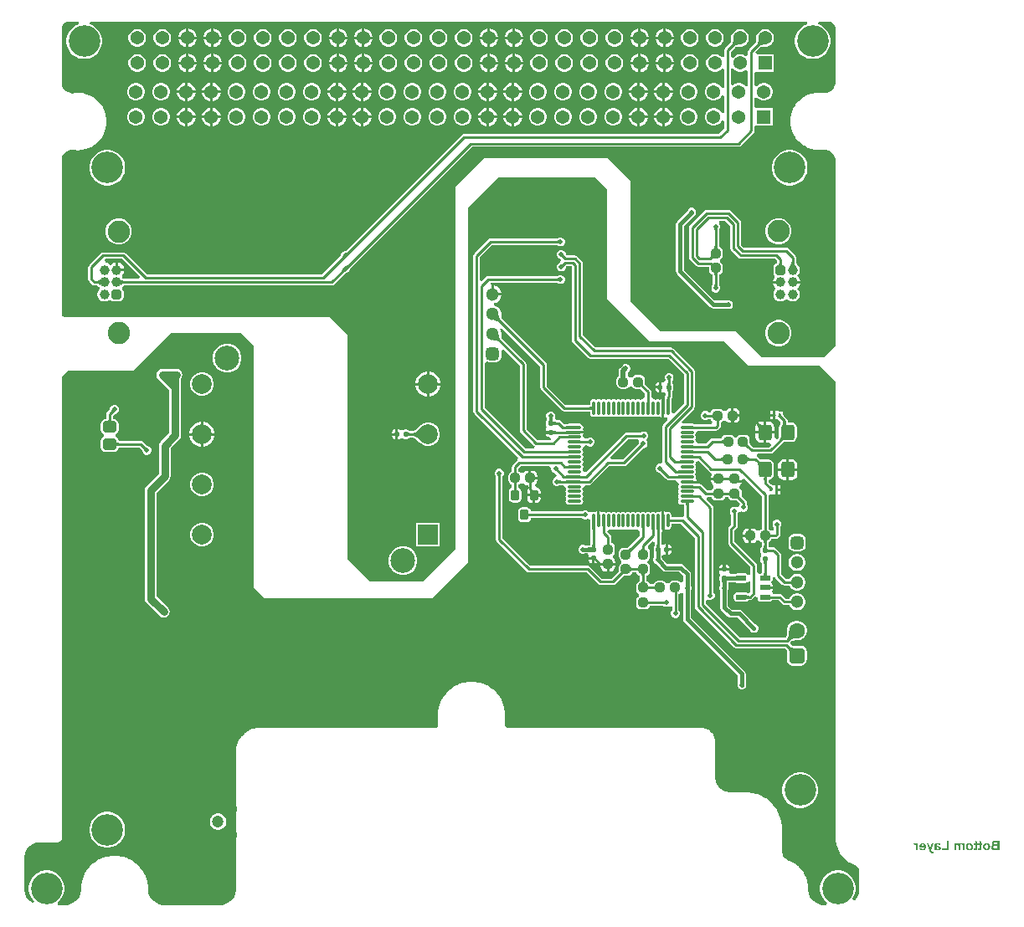
<source format=gbl>
G04*
G04 #@! TF.GenerationSoftware,Altium Limited,Altium Designer,25.5.2 (35)*
G04*
G04 Layer_Physical_Order=4*
G04 Layer_Color=16711680*
%FSLAX45Y45*%
%MOMM*%
G71*
G04*
G04 #@! TF.SameCoordinates,4A1FDDFA-50DE-4FE3-89EC-5C8A89288C0E*
G04*
G04*
G04 #@! TF.FilePolarity,Positive*
G04*
G01*
G75*
%ADD12C,0.25400*%
G04:AMPARAMS|DCode=17|XSize=0.95mm|YSize=0.95mm|CornerRadius=0.2375mm|HoleSize=0mm|Usage=FLASHONLY|Rotation=180.000|XOffset=0mm|YOffset=0mm|HoleType=Round|Shape=RoundedRectangle|*
%AMROUNDEDRECTD17*
21,1,0.95000,0.47500,0,0,180.0*
21,1,0.47500,0.95000,0,0,180.0*
1,1,0.47500,-0.23750,0.23750*
1,1,0.47500,0.23750,0.23750*
1,1,0.47500,0.23750,-0.23750*
1,1,0.47500,-0.23750,-0.23750*
%
%ADD17ROUNDEDRECTD17*%
G04:AMPARAMS|DCode=18|XSize=0.44mm|YSize=0.54mm|CornerRadius=0.11mm|HoleSize=0mm|Usage=FLASHONLY|Rotation=0.000|XOffset=0mm|YOffset=0mm|HoleType=Round|Shape=RoundedRectangle|*
%AMROUNDEDRECTD18*
21,1,0.44000,0.32000,0,0,0.0*
21,1,0.22000,0.54000,0,0,0.0*
1,1,0.22000,0.11000,-0.16000*
1,1,0.22000,-0.11000,-0.16000*
1,1,0.22000,-0.11000,0.16000*
1,1,0.22000,0.11000,0.16000*
%
%ADD18ROUNDEDRECTD18*%
G04:AMPARAMS|DCode=19|XSize=0.95mm|YSize=0.95mm|CornerRadius=0.2375mm|HoleSize=0mm|Usage=FLASHONLY|Rotation=90.000|XOffset=0mm|YOffset=0mm|HoleType=Round|Shape=RoundedRectangle|*
%AMROUNDEDRECTD19*
21,1,0.95000,0.47500,0,0,90.0*
21,1,0.47500,0.95000,0,0,90.0*
1,1,0.47500,0.23750,0.23750*
1,1,0.47500,0.23750,-0.23750*
1,1,0.47500,-0.23750,-0.23750*
1,1,0.47500,-0.23750,0.23750*
%
%ADD19ROUNDEDRECTD19*%
G04:AMPARAMS|DCode=25|XSize=0.44mm|YSize=0.54mm|CornerRadius=0.11mm|HoleSize=0mm|Usage=FLASHONLY|Rotation=90.000|XOffset=0mm|YOffset=0mm|HoleType=Round|Shape=RoundedRectangle|*
%AMROUNDEDRECTD25*
21,1,0.44000,0.32000,0,0,90.0*
21,1,0.22000,0.54000,0,0,90.0*
1,1,0.22000,0.16000,0.11000*
1,1,0.22000,0.16000,-0.11000*
1,1,0.22000,-0.16000,-0.11000*
1,1,0.22000,-0.16000,0.11000*
%
%ADD25ROUNDEDRECTD25*%
G04:AMPARAMS|DCode=28|XSize=1.4mm|YSize=1.15mm|CornerRadius=0.2875mm|HoleSize=0mm|Usage=FLASHONLY|Rotation=180.000|XOffset=0mm|YOffset=0mm|HoleType=Round|Shape=RoundedRectangle|*
%AMROUNDEDRECTD28*
21,1,1.40000,0.57500,0,0,180.0*
21,1,0.82500,1.15000,0,0,180.0*
1,1,0.57500,-0.41250,0.28750*
1,1,0.57500,0.41250,0.28750*
1,1,0.57500,0.41250,-0.28750*
1,1,0.57500,-0.41250,-0.28750*
%
%ADD28ROUNDEDRECTD28*%
G04:AMPARAMS|DCode=31|XSize=0.85mm|YSize=1.1mm|CornerRadius=0.2125mm|HoleSize=0mm|Usage=FLASHONLY|Rotation=180.000|XOffset=0mm|YOffset=0mm|HoleType=Round|Shape=RoundedRectangle|*
%AMROUNDEDRECTD31*
21,1,0.85000,0.67500,0,0,180.0*
21,1,0.42500,1.10000,0,0,180.0*
1,1,0.42500,-0.21250,0.33750*
1,1,0.42500,0.21250,0.33750*
1,1,0.42500,0.21250,-0.33750*
1,1,0.42500,-0.21250,-0.33750*
%
%ADD31ROUNDEDRECTD31*%
%ADD76C,0.24638*%
%ADD77C,0.76200*%
%ADD78C,0.38100*%
%ADD80C,1.30000*%
G04:AMPARAMS|DCode=81|XSize=1.3mm|YSize=1.3mm|CornerRadius=0.325mm|HoleSize=0mm|Usage=FLASHONLY|Rotation=270.000|XOffset=0mm|YOffset=0mm|HoleType=Round|Shape=RoundedRectangle|*
%AMROUNDEDRECTD81*
21,1,1.30000,0.65000,0,0,270.0*
21,1,0.65000,1.30000,0,0,270.0*
1,1,0.65000,-0.32500,-0.32500*
1,1,0.65000,-0.32500,0.32500*
1,1,0.65000,0.32500,0.32500*
1,1,0.65000,0.32500,-0.32500*
%
%ADD81ROUNDEDRECTD81*%
%ADD82C,2.00000*%
%ADD83R,2.00000X2.00000*%
%ADD84C,2.50000*%
%ADD85C,2.25000*%
%ADD86C,1.00000*%
G04:AMPARAMS|DCode=87|XSize=1mm|YSize=1mm|CornerRadius=0.25mm|HoleSize=0mm|Usage=FLASHONLY|Rotation=270.000|XOffset=0mm|YOffset=0mm|HoleType=Round|Shape=RoundedRectangle|*
%AMROUNDEDRECTD87*
21,1,1.00000,0.50000,0,0,270.0*
21,1,0.50000,1.00000,0,0,270.0*
1,1,0.50000,-0.25000,-0.25000*
1,1,0.50000,-0.25000,0.25000*
1,1,0.50000,0.25000,0.25000*
1,1,0.50000,0.25000,-0.25000*
%
%ADD87ROUNDEDRECTD87*%
%ADD88C,1.29500*%
%ADD89C,1.20000*%
G04:AMPARAMS|DCode=90|XSize=1.6mm|YSize=1.6mm|CornerRadius=0.4mm|HoleSize=0mm|Usage=FLASHONLY|Rotation=90.000|XOffset=0mm|YOffset=0mm|HoleType=Round|Shape=RoundedRectangle|*
%AMROUNDEDRECTD90*
21,1,1.60000,0.80000,0,0,90.0*
21,1,0.80000,1.60000,0,0,90.0*
1,1,0.80000,0.40000,0.40000*
1,1,0.80000,0.40000,-0.40000*
1,1,0.80000,-0.40000,-0.40000*
1,1,0.80000,-0.40000,0.40000*
%
%ADD90ROUNDEDRECTD90*%
%ADD91C,1.60000*%
%ADD92C,1.37000*%
%ADD93R,1.37000X1.37000*%
%ADD94C,3.20000*%
%ADD95C,0.50800*%
G04:AMPARAMS|DCode=96|XSize=0.55001mm|YSize=1.1mm|CornerRadius=0.1375mm|HoleSize=0mm|Usage=FLASHONLY|Rotation=270.000|XOffset=0mm|YOffset=0mm|HoleType=Round|Shape=RoundedRectangle|*
%AMROUNDEDRECTD96*
21,1,0.55001,0.82499,0,0,270.0*
21,1,0.27501,1.10000,0,0,270.0*
1,1,0.27501,-0.41250,-0.13750*
1,1,0.27501,-0.41250,0.13750*
1,1,0.27501,0.41250,0.13750*
1,1,0.27501,0.41250,-0.13750*
%
%ADD96ROUNDEDRECTD96*%
G04:AMPARAMS|DCode=97|XSize=1.6mm|YSize=1.4mm|CornerRadius=0.35mm|HoleSize=0mm|Usage=FLASHONLY|Rotation=270.000|XOffset=0mm|YOffset=0mm|HoleType=Round|Shape=RoundedRectangle|*
%AMROUNDEDRECTD97*
21,1,1.60000,0.70000,0,0,270.0*
21,1,0.90000,1.40000,0,0,270.0*
1,1,0.70000,-0.35000,-0.45000*
1,1,0.70000,-0.35000,0.45000*
1,1,0.70000,0.35000,0.45000*
1,1,0.70000,0.35000,-0.45000*
%
%ADD97ROUNDEDRECTD97*%
%ADD98R,0.24994X0.35001*%
%ADD99O,1.40000X0.30000*%
%ADD100O,0.30000X1.40000*%
%ADD101C,0.50000*%
G36*
X8189776Y8975819D02*
X8200416Y8972538D01*
X8210289Y8967390D01*
X8219069Y8960544D01*
X8226470Y8952224D01*
X8232246Y8942706D01*
X8236209Y8932301D01*
X8238227Y8921351D01*
X8238231Y8915785D01*
X8238643Y8363627D01*
X8238477Y8352277D01*
X8233263Y8329583D01*
X8223406Y8308484D01*
X8209348Y8289923D01*
X8191709Y8274720D01*
X8171276Y8263553D01*
X8148956Y8256918D01*
X8125739Y8255108D01*
X8114201Y8256657D01*
X8113362Y8256605D01*
X8112555Y8256843D01*
X8091227Y8258785D01*
X8088737Y8258521D01*
X8086265Y8258918D01*
X8043501Y8257332D01*
X8040262Y8256563D01*
X8036935Y8256525D01*
X7995059Y8247707D01*
X7991999Y8246399D01*
X7988726Y8245797D01*
X7948954Y8230002D01*
X7946160Y8228194D01*
X7943036Y8227046D01*
X7906520Y8204730D01*
X7904074Y8202474D01*
X7901190Y8200813D01*
X7868991Y8172626D01*
X7866962Y8169987D01*
X7864402Y8167860D01*
X7837452Y8134618D01*
X7835901Y8131673D01*
X7833739Y8129143D01*
X7812820Y8091811D01*
X7811791Y8088646D01*
X7810089Y8085786D01*
X7795808Y8045445D01*
X7795331Y8042152D01*
X7794139Y8039044D01*
X7786909Y7996865D01*
X7786998Y7993537D01*
X7786351Y7990273D01*
X7786383Y7947479D01*
X7787035Y7944216D01*
X7786951Y7940888D01*
X7794244Y7898720D01*
X7795440Y7895614D01*
X7795922Y7892322D01*
X7810264Y7852002D01*
X7811969Y7849144D01*
X7813003Y7845981D01*
X7833977Y7808680D01*
X7836144Y7806152D01*
X7837699Y7803210D01*
X7864699Y7770009D01*
X7867262Y7767886D01*
X7869294Y7765250D01*
X7901536Y7737111D01*
X7904422Y7735454D01*
X7906872Y7733201D01*
X7943420Y7710941D01*
X7946545Y7709798D01*
X7949342Y7707993D01*
X7989138Y7692257D01*
X7992413Y7691660D01*
X7995475Y7690357D01*
X8037363Y7681601D01*
X8040691Y7681568D01*
X8043930Y7680803D01*
X8086697Y7679281D01*
X8089168Y7679682D01*
X8091659Y7679422D01*
X8112984Y7681396D01*
X8113790Y7681635D01*
X8114629Y7681584D01*
X8126166Y7683150D01*
X8149384Y7681375D01*
X8171715Y7674773D01*
X8192164Y7663636D01*
X8209826Y7648460D01*
X8223912Y7629919D01*
X8233799Y7608836D01*
X8239047Y7586148D01*
X8239230Y7574809D01*
X8240630Y5695886D01*
X8125644Y5580900D01*
X7500926D01*
X7234879Y5846947D01*
X6469441D01*
X6170079Y6146309D01*
Y7362717D01*
X5940738Y7592059D01*
X4684866D01*
X4401573Y7308766D01*
Y3640919D01*
X4075615Y3314960D01*
X3529333D01*
X3304400Y3539893D01*
Y5809221D01*
X3123417Y5990204D01*
X447367D01*
X432394Y5993182D01*
X418290Y5999024D01*
X416345Y6000324D01*
Y7569906D01*
X416345Y7581656D01*
X421315Y7604624D01*
X431031Y7626021D01*
X445053Y7644878D01*
X462746Y7660343D01*
X483309Y7671715D01*
X505814Y7678481D01*
X529240Y7680334D01*
X540884Y7678763D01*
X541723Y7678815D01*
X542529Y7678576D01*
X563856Y7676618D01*
X566346Y7676880D01*
X568818Y7676481D01*
X611583Y7678035D01*
X614822Y7678802D01*
X618150Y7678837D01*
X660032Y7687624D01*
X663094Y7688930D01*
X666367Y7689529D01*
X706151Y7705295D01*
X708946Y7707101D01*
X712071Y7708247D01*
X748603Y7730535D01*
X751052Y7732789D01*
X753936Y7734449D01*
X786157Y7762612D01*
X788187Y7765249D01*
X790748Y7767374D01*
X817724Y7800596D01*
X819277Y7803539D01*
X821441Y7806068D01*
X842388Y7843385D01*
X843419Y7846548D01*
X845123Y7849407D01*
X859434Y7889737D01*
X859914Y7893031D01*
X861108Y7896138D01*
X868369Y7938311D01*
X868283Y7941638D01*
X868932Y7944902D01*
Y7987697D01*
X868283Y7990961D01*
X868369Y7994288D01*
X861108Y8036461D01*
X859914Y8039568D01*
X859434Y8042861D01*
X845123Y8083191D01*
X843419Y8086051D01*
X842388Y8089214D01*
X821441Y8126531D01*
X819277Y8129060D01*
X817724Y8132004D01*
X790749Y8165226D01*
X788187Y8167351D01*
X786157Y8169987D01*
X753937Y8198150D01*
X751051Y8199810D01*
X748603Y8202064D01*
X712071Y8224352D01*
X708946Y8225498D01*
X706151Y8227304D01*
X666367Y8243070D01*
X663093Y8243669D01*
X660032Y8244975D01*
X618150Y8253763D01*
X614822Y8253797D01*
X611584Y8254565D01*
X568818Y8256118D01*
X566347Y8255720D01*
X563857Y8255981D01*
X542530Y8254024D01*
X541724Y8253785D01*
X540885Y8253837D01*
X529240Y8252266D01*
X505814Y8254119D01*
X483310Y8260885D01*
X462747Y8272257D01*
X445053Y8287723D01*
X431031Y8306581D01*
X421316Y8327976D01*
X416345Y8350944D01*
Y8362694D01*
X416345Y8921072D01*
X418695Y8932887D01*
X423305Y8944017D01*
X429998Y8954033D01*
X438516Y8962551D01*
X448532Y8969243D01*
X459662Y8973854D01*
X471476Y8976204D01*
X586077D01*
X591997Y8952783D01*
X559239Y8939214D01*
X529758Y8919516D01*
X504686Y8894444D01*
X484987Y8864962D01*
X471418Y8832205D01*
X464501Y8797429D01*
Y8761972D01*
X471418Y8727196D01*
X484987Y8694439D01*
X504686Y8664957D01*
X529758Y8639885D01*
X559239Y8620187D01*
X591997Y8606618D01*
X626772Y8599701D01*
X662229D01*
X697005Y8606618D01*
X729763Y8620187D01*
X759244Y8639885D01*
X784316Y8664957D01*
X804015Y8694439D01*
X817584Y8727196D01*
X824501Y8761972D01*
Y8797429D01*
X817584Y8832205D01*
X804015Y8864962D01*
X784316Y8894444D01*
X759244Y8919516D01*
X729763Y8939214D01*
X697005Y8952783D01*
X702925Y8976204D01*
X7952077D01*
X7957997Y8952783D01*
X7925239Y8939214D01*
X7895758Y8919516D01*
X7870686Y8894444D01*
X7850987Y8864962D01*
X7837418Y8832205D01*
X7830501Y8797429D01*
Y8761972D01*
X7837418Y8727196D01*
X7850987Y8694439D01*
X7870686Y8664957D01*
X7895758Y8639885D01*
X7925239Y8620187D01*
X7957997Y8606618D01*
X7992773Y8599701D01*
X8028230D01*
X8063005Y8606618D01*
X8095763Y8620187D01*
X8125244Y8639885D01*
X8150316Y8664957D01*
X8170015Y8694439D01*
X8183584Y8727196D01*
X8190501Y8761972D01*
Y8797429D01*
X8183584Y8832205D01*
X8170015Y8864962D01*
X8150316Y8894444D01*
X8125244Y8919516D01*
X8095763Y8939214D01*
X8063005Y8952783D01*
X8068925Y8976204D01*
X8186517D01*
X8189776Y8975819D01*
D02*
G37*
G36*
X5932310Y7278861D02*
Y6169795D01*
X6357585Y5744520D01*
X7114747D01*
X7360023Y5499245D01*
X8078812D01*
X8240897Y5337160D01*
X8244340Y714016D01*
X8244491Y713262D01*
X8244371Y712503D01*
X8245144Y693042D01*
X8245680Y690815D01*
X8245589Y688526D01*
X8251659Y650080D01*
X8252712Y647222D01*
X8253064Y644198D01*
X8265028Y607160D01*
X8266512Y604500D01*
X8267330Y601567D01*
X8284897Y566835D01*
X8286775Y564438D01*
X8288039Y561667D01*
X8310785Y530083D01*
X8313013Y528006D01*
X8314691Y525465D01*
X8342063Y497794D01*
X8344586Y496089D01*
X8346638Y493839D01*
X8377974Y470752D01*
X8380732Y469458D01*
X8383108Y467555D01*
X8417648Y449612D01*
X8419847Y448973D01*
X8421790Y447759D01*
X8440002Y440857D01*
X8440759Y440730D01*
X8441426Y440348D01*
X8450544Y437294D01*
X8466023Y425885D01*
X8477254Y410277D01*
X8483155Y391976D01*
X8483154Y382361D01*
X8483155Y184127D01*
X8476962Y152994D01*
X8464813Y123664D01*
X8447177Y97269D01*
X8433508Y83600D01*
X8427575Y83270D01*
X8413924Y107187D01*
X8423714Y121838D01*
X8437283Y154596D01*
X8444200Y189372D01*
Y224829D01*
X8437283Y259604D01*
X8423714Y292362D01*
X8404015Y321843D01*
X8378943Y346915D01*
X8349462Y366614D01*
X8316704Y380183D01*
X8281928Y387100D01*
X8246471D01*
X8211696Y380183D01*
X8178938Y366614D01*
X8149457Y346915D01*
X8124385Y321843D01*
X8104686Y292362D01*
X8091117Y259604D01*
X8084200Y224829D01*
Y189372D01*
X8091117Y154596D01*
X8104686Y121838D01*
X8124385Y92357D01*
X8149457Y67285D01*
X8155147Y63483D01*
X8147673Y38845D01*
X8108627D01*
X8077493Y45038D01*
X8048164Y57187D01*
X8021770Y74823D01*
X7999323Y97269D01*
X7981686Y123664D01*
X7969538Y152994D01*
X7963345Y184127D01*
Y200000D01*
X7963345Y213225D01*
X7963197Y213968D01*
X7963316Y214715D01*
X7962577Y233960D01*
X7962053Y236152D01*
X7962150Y238404D01*
X7956270Y276443D01*
X7955243Y279259D01*
X7954913Y282237D01*
X7943292Y318932D01*
X7941847Y321557D01*
X7941066Y324451D01*
X7923978Y358940D01*
X7922149Y361314D01*
X7920935Y364054D01*
X7898779Y395530D01*
X7896610Y397596D01*
X7894991Y400119D01*
X7868288Y427841D01*
X7865828Y429552D01*
X7863844Y431798D01*
X7833220Y455116D01*
X7830527Y456432D01*
X7828223Y458348D01*
X7794397Y476716D01*
X7792246Y477384D01*
X7790359Y478617D01*
X7772490Y485805D01*
X7771747Y485945D01*
X7771098Y486335D01*
X7763060Y489216D01*
X7748052Y497365D01*
X7734467Y507710D01*
X7722619Y520010D01*
X7712789Y533975D01*
X7705208Y549277D01*
X7700053Y565556D01*
X7697445Y582434D01*
Y814500D01*
X7697318Y815134D01*
X7697424Y815772D01*
X7696728Y837028D01*
X7696290Y838904D01*
X7696416Y840826D01*
X7690867Y882975D01*
X7690044Y885401D01*
X7689876Y887958D01*
X7678873Y929022D01*
X7677739Y931320D01*
X7677239Y933833D01*
X7660971Y973109D01*
X7659547Y975240D01*
X7658724Y977667D01*
X7637468Y1014483D01*
X7635778Y1016410D01*
X7634644Y1018708D01*
X7608765Y1052435D01*
X7606838Y1054124D01*
X7605415Y1056255D01*
X7575354Y1086315D01*
X7573224Y1087739D01*
X7571534Y1089666D01*
X7537807Y1115545D01*
X7535508Y1116679D01*
X7533582Y1118368D01*
X7496766Y1139624D01*
X7494339Y1140448D01*
X7492208Y1141872D01*
X7452932Y1158140D01*
X7450419Y1158640D01*
X7448121Y1159774D01*
X7407058Y1170777D01*
X7404501Y1170944D01*
X7402074Y1171768D01*
X7359926Y1177317D01*
X7358003Y1177191D01*
X7356127Y1177628D01*
X7334871Y1178324D01*
X7334233Y1178219D01*
X7333599Y1178345D01*
X7183600D01*
X7167726Y1178345D01*
X7136592Y1184538D01*
X7107264Y1196686D01*
X7080869Y1214322D01*
X7058423Y1236769D01*
X7040786Y1263164D01*
X7028637Y1292493D01*
X7022444Y1323626D01*
Y1339499D01*
Y1691238D01*
X7022256Y1692187D01*
X7022398Y1693145D01*
X7021916Y1702947D01*
X7021216Y1705740D01*
Y1708618D01*
X7017392Y1727845D01*
X7015928Y1731379D01*
X7015181Y1735132D01*
X7007680Y1753243D01*
X7005554Y1756424D01*
X7004090Y1759959D01*
X6993199Y1776259D01*
X6990493Y1778964D01*
X6988368Y1782145D01*
X6974506Y1796006D01*
X6971325Y1798132D01*
X6968620Y1800837D01*
X6952320Y1811728D01*
X6948786Y1813192D01*
X6945604Y1815318D01*
X6927493Y1822820D01*
X6923740Y1823566D01*
X6920206Y1825030D01*
X6900980Y1828855D01*
X6898101D01*
X6895307Y1829555D01*
X6885506Y1830036D01*
X6884548Y1829894D01*
X6883599Y1830083D01*
X4920937Y1830083D01*
X4918970Y1831131D01*
X4901048Y1849053D01*
X4900000Y1851020D01*
X4900000Y1961238D01*
X4899849Y1961998D01*
X4899970Y1962763D01*
X4899046Y1986301D01*
X4898507Y1988546D01*
X4898597Y1990853D01*
X4891233Y2037348D01*
X4890171Y2040228D01*
X4889810Y2043276D01*
X4875263Y2088047D01*
X4873763Y2090724D01*
X4872930Y2093679D01*
X4851558Y2135623D01*
X4849658Y2138034D01*
X4848373Y2140820D01*
X4820703Y2178905D01*
X4818449Y2180989D01*
X4816744Y2183540D01*
X4783457Y2216827D01*
X4780905Y2218533D01*
X4778822Y2220786D01*
X4740737Y2248457D01*
X4737950Y2249742D01*
X4735539Y2251642D01*
X4693595Y2273013D01*
X4690641Y2273846D01*
X4687964Y2275346D01*
X4643193Y2289893D01*
X4640145Y2290254D01*
X4637265Y2291316D01*
X4590770Y2298680D01*
X4587703Y2298560D01*
X4584693Y2299159D01*
X4537617D01*
X4534607Y2298560D01*
X4531540Y2298680D01*
X4485044Y2291316D01*
X4482165Y2290254D01*
X4479117Y2289893D01*
X4434346Y2275346D01*
X4431669Y2273846D01*
X4428714Y2273013D01*
X4386770Y2251642D01*
X4384359Y2249741D01*
X4381573Y2248457D01*
X4343488Y2220786D01*
X4341404Y2218533D01*
X4338852Y2216827D01*
X4305565Y2183540D01*
X4303860Y2180989D01*
X4301607Y2178905D01*
X4273936Y2140820D01*
X4272651Y2138033D01*
X4270751Y2135623D01*
X4249380Y2093679D01*
X4248546Y2090724D01*
X4247047Y2088047D01*
X4232500Y2043276D01*
X4232139Y2040228D01*
X4231077Y2037348D01*
X4223712Y1990853D01*
X4223803Y1988545D01*
X4223264Y1986300D01*
X4222340Y1962763D01*
X4222461Y1961998D01*
X4222310Y1961238D01*
Y1850101D01*
X4202293Y1830083D01*
X2417500Y1830083D01*
X2416551Y1829895D01*
X2415593Y1830037D01*
X2395990Y1829073D01*
X2393196Y1828374D01*
X2390318D01*
X2351864Y1820725D01*
X2348330Y1819261D01*
X2344577Y1818514D01*
X2308355Y1803510D01*
X2305174Y1801385D01*
X2301639Y1799921D01*
X2269040Y1778138D01*
X2266334Y1775433D01*
X2263153Y1773307D01*
X2235430Y1745584D01*
X2233305Y1742403D01*
X2230599Y1739698D01*
X2208817Y1707099D01*
X2207352Y1703564D01*
X2205227Y1700382D01*
X2190223Y1664160D01*
X2189477Y1660408D01*
X2188013Y1656873D01*
X2180364Y1618420D01*
Y1615540D01*
X2179664Y1612747D01*
X2178701Y1593144D01*
X2178843Y1592187D01*
X2178655Y1591238D01*
Y200001D01*
X2178654Y184128D01*
X2172461Y152993D01*
X2160313Y123665D01*
X2142677Y97271D01*
X2120229Y74822D01*
X2093835Y57187D01*
X2064506Y45038D01*
X2033373Y38845D01*
X1450000D01*
X1434127Y38845D01*
X1402993Y45038D01*
X1373664Y57187D01*
X1347270Y74822D01*
X1324822Y97270D01*
X1307186Y123665D01*
X1295038Y152993D01*
X1288845Y184128D01*
X1288845Y200000D01*
X1288694Y200760D01*
X1288815Y201526D01*
X1287890Y225063D01*
X1287351Y227308D01*
X1287442Y229615D01*
X1280078Y276111D01*
X1279015Y278991D01*
X1278655Y282038D01*
X1264107Y326810D01*
X1262608Y329487D01*
X1261775Y332441D01*
X1240403Y374385D01*
X1238503Y376795D01*
X1237218Y379583D01*
X1209548Y417667D01*
X1207295Y419750D01*
X1205589Y422303D01*
X1172302Y455590D01*
X1169750Y457295D01*
X1167667Y459549D01*
X1129582Y487219D01*
X1126795Y488504D01*
X1124384Y490404D01*
X1082440Y511775D01*
X1079486Y512609D01*
X1076809Y514108D01*
X1032038Y528655D01*
X1028990Y529016D01*
X1026110Y530078D01*
X979614Y537443D01*
X976548Y537322D01*
X973538Y537921D01*
X926462D01*
X923452Y537322D01*
X920385Y537443D01*
X873890Y530078D01*
X871010Y529016D01*
X867962Y528655D01*
X823191Y514108D01*
X820513Y512608D01*
X817559Y511775D01*
X775615Y490404D01*
X773205Y488504D01*
X770417Y487219D01*
X732333Y459549D01*
X730250Y457296D01*
X727698Y455590D01*
X694410Y422303D01*
X692705Y419751D01*
X690452Y417667D01*
X662781Y379583D01*
X661497Y376796D01*
X659596Y374385D01*
X638225Y332441D01*
X637392Y329487D01*
X635892Y326809D01*
X621345Y282038D01*
X620984Y278991D01*
X619922Y276111D01*
X612558Y229615D01*
X612648Y227308D01*
X612109Y225063D01*
X611185Y201525D01*
X611306Y200761D01*
X611155Y200001D01*
X611154Y184128D01*
X604962Y152994D01*
X592813Y123665D01*
X575177Y97270D01*
X552729Y74822D01*
X526336Y57187D01*
X497006Y45038D01*
X465873Y38845D01*
X379879D01*
X372405Y63483D01*
X378244Y67385D01*
X403316Y92457D01*
X423015Y121938D01*
X436584Y154696D01*
X443501Y189472D01*
Y224928D01*
X436584Y259704D01*
X423015Y292462D01*
X403316Y321943D01*
X378244Y347015D01*
X348763Y366714D01*
X316005Y380283D01*
X281230Y387200D01*
X245773D01*
X210997Y380283D01*
X178239Y366714D01*
X148758Y347015D01*
X123686Y321943D01*
X103987Y292462D01*
X90418Y259704D01*
X83501Y224928D01*
Y189472D01*
X90418Y154696D01*
X103987Y121938D01*
X123686Y92457D01*
X138386Y77757D01*
X124430Y56870D01*
X123664Y57187D01*
X97269Y74823D01*
X74823Y97269D01*
X57187Y123664D01*
X45038Y152994D01*
X38845Y184127D01*
Y200000D01*
Y513462D01*
Y529351D01*
X45051Y560517D01*
X57225Y589872D01*
X74896Y616284D01*
X97386Y638736D01*
X123827Y656363D01*
X153202Y668488D01*
X184379Y674642D01*
X200269Y674615D01*
X377434Y674320D01*
X377466Y674327D01*
X377499Y674320D01*
X384904Y675793D01*
X392305Y677253D01*
X392332Y677271D01*
X392364Y677277D01*
X398629Y681463D01*
X404921Y685652D01*
X404940Y685680D01*
X404967Y685698D01*
X409167Y691984D01*
X413363Y698241D01*
X413370Y698273D01*
X413388Y698301D01*
X414862Y705710D01*
X416345Y713102D01*
X416339Y713134D01*
X416345Y713167D01*
Y5378646D01*
X479500Y5441800D01*
X1141800D01*
X1525204Y5825204D01*
X2227987D01*
X2357308Y5695883D01*
Y3255192D01*
X2471957Y3140543D01*
X4159833D01*
X4526651Y3507361D01*
Y7094682D01*
X4832601Y7400632D01*
X5810539D01*
X5932310Y7278861D01*
D02*
G37*
G36*
X9508292Y664658D02*
X9510617Y664236D01*
X9512730Y663707D01*
X9514843Y662968D01*
X9516745Y662122D01*
X9518542Y661171D01*
X9520232Y660220D01*
X9521711Y659164D01*
X9523085Y658107D01*
X9524353Y657051D01*
X9525410Y656100D01*
X9526255Y655254D01*
X9526995Y654515D01*
X9527523Y653986D01*
X9527840Y653564D01*
X9527946Y653458D01*
Y663179D01*
X9545169D01*
Y592490D01*
X9526466D01*
Y626831D01*
Y628627D01*
X9526361Y630318D01*
Y631902D01*
X9526255Y633382D01*
X9526149Y634650D01*
X9526044Y635918D01*
X9525832Y636974D01*
X9525727Y637925D01*
X9525621Y638665D01*
X9525410Y639405D01*
X9525304Y640039D01*
X9525198Y640461D01*
X9525093Y640884D01*
Y641095D01*
X9524987Y641307D01*
X9524353Y642892D01*
X9523613Y644265D01*
X9522768Y645427D01*
X9522028Y646378D01*
X9521289Y647118D01*
X9520655Y647646D01*
X9520232Y647963D01*
X9520127Y648069D01*
X9518753Y648914D01*
X9517379Y649443D01*
X9516111Y649865D01*
X9514949Y650182D01*
X9513892Y650394D01*
X9513047Y650499D01*
X9512307D01*
X9511039Y650394D01*
X9509877Y650288D01*
X9508926Y650077D01*
X9508081Y649760D01*
X9507447Y649443D01*
X9507024Y649231D01*
X9506707Y649126D01*
X9506602Y649020D01*
X9505862Y648386D01*
X9505228Y647646D01*
X9504277Y646167D01*
X9503960Y645533D01*
X9503749Y645005D01*
X9503537Y644582D01*
Y644476D01*
X9503326Y643843D01*
X9503220Y643103D01*
X9503009Y642152D01*
X9502903Y641201D01*
X9502692Y638982D01*
X9502586Y636763D01*
X9502481Y634650D01*
Y633699D01*
Y632853D01*
Y632114D01*
Y631585D01*
Y631268D01*
Y631163D01*
Y592490D01*
X9483778D01*
Y626408D01*
Y628204D01*
X9483672Y629895D01*
Y631480D01*
X9483567Y632959D01*
X9483461Y634227D01*
X9483355Y635389D01*
X9483144Y636552D01*
X9483038Y637503D01*
X9482933Y638348D01*
X9482721Y638982D01*
X9482616Y639616D01*
X9482510Y640144D01*
X9482404Y640461D01*
Y640778D01*
X9482299Y640990D01*
X9481665Y642680D01*
X9480925Y644054D01*
X9480080Y645322D01*
X9479235Y646273D01*
X9478495Y647012D01*
X9477861Y647646D01*
X9477438Y647963D01*
X9477333Y648069D01*
X9475959Y648914D01*
X9474691Y649443D01*
X9473423Y649865D01*
X9472366Y650182D01*
X9471310Y650394D01*
X9470570Y650499D01*
X9469936D01*
X9468034Y650288D01*
X9466449Y649865D01*
X9465076Y649231D01*
X9463913Y648492D01*
X9463068Y647752D01*
X9462540Y647118D01*
X9462117Y646695D01*
X9462011Y646484D01*
X9461694Y645850D01*
X9461377Y645005D01*
X9461060Y644054D01*
X9460849Y643103D01*
X9460532Y640778D01*
X9460215Y638559D01*
X9460109Y636340D01*
Y635389D01*
X9460004Y634544D01*
Y633804D01*
Y633276D01*
Y632959D01*
Y632853D01*
Y592490D01*
X9441301D01*
Y637608D01*
Y639405D01*
X9441407Y641201D01*
X9441512Y642786D01*
X9441618Y644159D01*
X9441724Y645533D01*
X9441935Y646695D01*
X9442146Y647752D01*
X9442252Y648809D01*
X9442463Y649654D01*
X9442675Y650288D01*
X9442886Y650922D01*
X9442992Y651450D01*
X9443097Y651767D01*
X9443203Y652084D01*
X9443309Y652296D01*
X9444365Y654409D01*
X9445633Y656311D01*
X9447007Y657896D01*
X9448275Y659269D01*
X9449543Y660220D01*
X9450494Y660960D01*
X9451128Y661488D01*
X9451234Y661594D01*
X9451339D01*
X9453453Y662651D01*
X9455671Y663390D01*
X9457890Y664024D01*
X9459898Y664341D01*
X9461694Y664553D01*
X9462434Y664658D01*
X9463174Y664764D01*
X9464442D01*
X9466661Y664658D01*
X9468774Y664341D01*
X9470781Y663813D01*
X9472472Y663390D01*
X9473951Y662862D01*
X9475008Y662334D01*
X9475431Y662228D01*
X9475748Y662017D01*
X9475853Y661911D01*
X9475959D01*
X9477967Y660749D01*
X9479763Y659481D01*
X9481453Y658001D01*
X9483038Y656628D01*
X9484201Y655360D01*
X9485152Y654409D01*
X9485574Y653986D01*
X9485786Y653669D01*
X9485891Y653564D01*
X9485997Y653458D01*
X9487265Y655466D01*
X9488639Y657156D01*
X9490012Y658635D01*
X9491280Y659798D01*
X9492443Y660749D01*
X9493394Y661383D01*
X9494027Y661805D01*
X9494133Y661911D01*
X9494239D01*
X9496141Y662862D01*
X9498148Y663602D01*
X9500156Y664024D01*
X9501952Y664447D01*
X9503537Y664658D01*
X9504277D01*
X9504805Y664764D01*
X9505968D01*
X9508292Y664658D01*
D02*
G37*
G36*
X9278896Y664553D02*
X9281115Y664341D01*
X9283122Y664024D01*
X9285024Y663602D01*
X9286715Y663179D01*
X9288194Y662756D01*
X9289673Y662334D01*
X9290836Y661805D01*
X9291892Y661383D01*
X9292843Y660960D01*
X9293583Y660537D01*
X9294111Y660220D01*
X9294534Y660009D01*
X9294745Y659903D01*
X9294851Y659798D01*
X9296119Y658847D01*
X9297281Y657684D01*
X9299289Y655360D01*
X9300979Y652824D01*
X9302353Y650288D01*
X9303410Y648069D01*
X9303832Y647118D01*
X9304149Y646273D01*
X9304361Y645533D01*
X9304572Y645005D01*
X9304678Y644688D01*
Y644582D01*
X9287877Y641518D01*
X9287243Y643209D01*
X9286503Y644688D01*
X9285764Y645956D01*
X9285024Y646907D01*
X9284390Y647646D01*
X9283862Y648069D01*
X9283545Y648386D01*
X9283439Y648492D01*
X9282277Y649126D01*
X9281009Y649654D01*
X9279635Y649971D01*
X9278367Y650288D01*
X9277311Y650394D01*
X9276360Y650499D01*
X9274141D01*
X9272873Y650394D01*
X9271816Y650288D01*
X9270759Y650182D01*
X9268963Y649760D01*
X9267590Y649337D01*
X9266639Y648914D01*
X9265899Y648492D01*
X9265476Y648280D01*
X9265371Y648175D01*
X9264420Y647224D01*
X9263786Y645956D01*
X9263257Y644688D01*
X9262940Y643420D01*
X9262729Y642258D01*
X9262623Y641307D01*
Y640567D01*
Y640461D01*
Y640356D01*
Y638559D01*
X9263680Y638137D01*
X9264842Y637714D01*
X9266216Y637291D01*
X9267590Y636869D01*
X9270654Y636129D01*
X9273612Y635389D01*
X9275092Y635072D01*
X9276465Y634755D01*
X9277733Y634544D01*
X9278790Y634333D01*
X9279635Y634121D01*
X9280375Y634016D01*
X9280798Y633910D01*
X9280903D01*
X9282699Y633593D01*
X9284284Y633170D01*
X9285869Y632748D01*
X9287349Y632431D01*
X9288617Y632008D01*
X9289885Y631691D01*
X9291047Y631268D01*
X9291998Y630951D01*
X9292843Y630635D01*
X9293689Y630423D01*
X9294323Y630106D01*
X9294851Y629895D01*
X9295274Y629684D01*
X9295591Y629578D01*
X9295696Y629472D01*
X9295802D01*
X9297598Y628521D01*
X9299183Y627359D01*
X9300557Y626197D01*
X9301613Y625034D01*
X9302564Y623978D01*
X9303198Y623132D01*
X9303621Y622604D01*
X9303727Y622498D01*
Y622393D01*
X9304678Y620596D01*
X9305417Y618800D01*
X9305840Y617004D01*
X9306263Y615313D01*
X9306474Y613834D01*
X9306580Y612777D01*
Y612355D01*
Y612038D01*
Y611826D01*
Y611721D01*
X9306474Y610030D01*
X9306263Y608445D01*
X9306051Y606966D01*
X9305629Y605592D01*
X9304572Y602951D01*
X9304044Y601894D01*
X9303410Y600837D01*
X9302881Y599886D01*
X9302353Y599041D01*
X9301825Y598407D01*
X9301296Y597773D01*
X9300874Y597350D01*
X9300662Y597033D01*
X9300451Y596822D01*
X9300345Y596716D01*
X9299077Y595660D01*
X9297809Y594814D01*
X9296436Y594075D01*
X9294957Y593335D01*
X9292104Y592278D01*
X9289356Y591644D01*
X9288088Y591433D01*
X9286926Y591222D01*
X9285869Y591116D01*
X9284918Y591011D01*
X9284179Y590905D01*
X9283122D01*
X9280798Y591011D01*
X9278684Y591222D01*
X9276677Y591644D01*
X9274986Y592067D01*
X9273507Y592490D01*
X9272450Y592912D01*
X9272027Y593018D01*
X9271710Y593124D01*
X9271605Y593229D01*
X9271499D01*
X9269491Y594180D01*
X9267590Y595343D01*
X9265793Y596505D01*
X9264314Y597562D01*
X9263046Y598618D01*
X9262095Y599464D01*
X9261461Y599992D01*
X9261250Y600203D01*
X9261144Y599992D01*
X9261038Y599675D01*
X9260827Y598935D01*
X9260721Y598301D01*
X9260616Y598090D01*
Y597984D01*
X9260193Y596716D01*
X9259876Y595554D01*
X9259453Y594603D01*
X9259242Y593863D01*
X9259031Y593229D01*
X9258819Y592807D01*
X9258714Y592595D01*
Y592490D01*
X9240223D01*
X9241068Y594286D01*
X9241808Y596082D01*
X9242442Y597667D01*
X9242864Y599041D01*
X9243181Y600203D01*
X9243392Y601154D01*
X9243604Y601683D01*
Y601894D01*
X9243709Y602739D01*
X9243921Y603796D01*
X9244132Y605909D01*
X9244238Y608234D01*
X9244343Y610453D01*
X9244449Y612460D01*
Y613306D01*
Y614151D01*
Y614785D01*
Y615208D01*
Y615525D01*
Y615630D01*
X9244132Y637503D01*
Y639722D01*
X9244238Y641729D01*
X9244343Y643526D01*
X9244555Y645216D01*
X9244766Y646801D01*
X9244977Y648175D01*
X9245189Y649337D01*
X9245400Y650394D01*
X9245611Y651345D01*
X9245823Y652084D01*
X9246034Y652824D01*
X9246245Y653352D01*
X9246457Y653669D01*
X9246562Y653986D01*
X9246668Y654198D01*
X9247725Y655783D01*
X9249098Y657262D01*
X9250472Y658530D01*
X9251951Y659692D01*
X9253219Y660537D01*
X9254382Y661171D01*
X9254699Y661383D01*
X9255016Y661594D01*
X9255227Y661700D01*
X9255333D01*
X9256600Y662228D01*
X9257868Y662756D01*
X9260827Y663496D01*
X9263891Y664024D01*
X9266956Y664341D01*
X9268435Y664553D01*
X9269703Y664658D01*
X9270971D01*
X9271922Y664764D01*
X9276571D01*
X9278896Y664553D01*
D02*
G37*
G36*
X9207995Y592278D02*
X9208629Y590165D01*
X9209369Y588369D01*
X9210214Y586678D01*
X9210954Y585305D01*
X9211693Y584142D01*
X9212222Y583403D01*
X9212644Y582874D01*
X9212750Y582663D01*
X9214018Y581395D01*
X9215497Y580444D01*
X9217188Y579704D01*
X9218667Y579282D01*
X9220146Y578965D01*
X9221309Y578859D01*
X9221731Y578753D01*
X9222365D01*
X9225007Y578859D01*
X9226381Y579070D01*
X9227543Y579282D01*
X9228600Y579387D01*
X9229445Y579599D01*
X9229973Y579704D01*
X9230184D01*
X9228494Y565017D01*
X9226592Y564595D01*
X9224690Y564383D01*
X9222999Y564172D01*
X9221309Y563961D01*
X9220041D01*
X9218984Y563855D01*
X9218033D01*
X9216026Y563961D01*
X9214229Y564066D01*
X9212644Y564278D01*
X9211271Y564489D01*
X9210108Y564700D01*
X9209263Y564806D01*
X9208735Y565017D01*
X9208523D01*
X9207044Y565440D01*
X9205670Y565968D01*
X9204402Y566496D01*
X9203346Y567025D01*
X9202606Y567447D01*
X9201972Y567870D01*
X9201550Y568081D01*
X9201444Y568187D01*
X9200387Y569032D01*
X9199331Y569878D01*
X9198485Y570723D01*
X9197746Y571568D01*
X9197112Y572308D01*
X9196689Y572942D01*
X9196372Y573365D01*
X9196266Y573470D01*
X9195421Y574844D01*
X9194576Y576323D01*
X9193836Y577908D01*
X9193096Y579387D01*
X9192462Y580761D01*
X9192040Y581818D01*
X9191828Y582240D01*
X9191723Y582557D01*
X9191617Y582769D01*
Y582874D01*
X9187074Y595131D01*
X9162137Y663179D01*
X9181473Y663179D01*
X9198063Y612883D01*
X9214863Y663179D01*
X9234728D01*
X9207995Y592278D01*
D02*
G37*
G36*
X9716662Y677232D02*
Y663179D01*
X9725220D01*
Y648280D01*
X9716662D01*
Y617427D01*
Y615630D01*
Y614045D01*
Y612566D01*
X9716556Y611192D01*
Y609924D01*
X9716450Y608868D01*
Y607917D01*
X9716345Y607071D01*
Y606437D01*
Y605803D01*
X9716239Y605275D01*
Y604852D01*
X9716133Y604430D01*
Y604219D01*
X9715816Y602634D01*
X9715394Y601154D01*
X9714971Y599886D01*
X9714548Y598830D01*
X9714126Y598090D01*
X9713809Y597456D01*
X9713597Y597033D01*
X9713492Y596928D01*
X9712646Y595977D01*
X9711801Y595131D01*
X9710744Y594392D01*
X9709793Y593758D01*
X9708948Y593229D01*
X9708208Y592912D01*
X9707786Y592701D01*
X9707574Y592595D01*
X9705989Y592067D01*
X9704405Y591644D01*
X9702925Y591327D01*
X9701552Y591116D01*
X9700284Y591011D01*
X9699333Y590905D01*
X9698487D01*
X9695529Y591011D01*
X9692676Y591327D01*
X9690140Y591750D01*
X9688027Y592278D01*
X9687076Y592490D01*
X9686230Y592807D01*
X9685491Y593018D01*
X9684857Y593229D01*
X9684328Y593441D01*
X9684011Y593546D01*
X9683800Y593652D01*
X9683694D01*
X9685385Y608128D01*
X9687076Y607600D01*
X9688555Y607177D01*
X9689929Y606860D01*
X9690985Y606649D01*
X9691831Y606543D01*
X9692359Y606437D01*
X9692887D01*
X9694155Y606543D01*
X9695106Y606860D01*
X9695529Y607071D01*
X9695846Y607177D01*
X9695951Y607283D01*
X9696057D01*
X9696797Y608022D01*
X9697325Y608762D01*
X9697536Y609396D01*
X9697642Y609502D01*
Y609607D01*
Y609924D01*
X9697748Y610453D01*
Y611087D01*
X9697853Y611826D01*
Y613517D01*
X9697959Y615208D01*
Y616898D01*
Y617743D01*
Y618377D01*
Y618906D01*
Y619328D01*
Y619645D01*
Y619751D01*
Y648280D01*
X9685174D01*
Y663179D01*
X9697959D01*
Y688221D01*
X9716662Y677232D01*
D02*
G37*
G36*
X9671332D02*
Y663179D01*
X9679890D01*
Y648280D01*
X9671332D01*
Y617427D01*
Y615630D01*
Y614045D01*
Y612566D01*
X9671226Y611192D01*
Y609924D01*
X9671120Y608868D01*
Y607917D01*
X9671015Y607071D01*
Y606437D01*
Y605803D01*
X9670909Y605275D01*
Y604852D01*
X9670803Y604430D01*
Y604219D01*
X9670486Y602634D01*
X9670064Y601154D01*
X9669641Y599886D01*
X9669218Y598830D01*
X9668796Y598090D01*
X9668479Y597456D01*
X9668267Y597033D01*
X9668162Y596928D01*
X9667316Y595977D01*
X9666471Y595131D01*
X9665415Y594392D01*
X9664464Y593758D01*
X9663618Y593229D01*
X9662879Y592912D01*
X9662456Y592701D01*
X9662245Y592595D01*
X9660660Y592067D01*
X9659075Y591644D01*
X9657595Y591327D01*
X9656222Y591116D01*
X9654954Y591011D01*
X9654003Y590905D01*
X9653157D01*
X9650199Y591011D01*
X9647346Y591327D01*
X9644810Y591750D01*
X9642697Y592278D01*
X9641746Y592490D01*
X9640900Y592807D01*
X9640161Y593018D01*
X9639527Y593229D01*
X9638999Y593441D01*
X9638682Y593546D01*
X9638470Y593652D01*
X9638365D01*
X9640055Y608128D01*
X9641746Y607600D01*
X9643225Y607177D01*
X9644599Y606860D01*
X9645655Y606649D01*
X9646501Y606543D01*
X9647029Y606437D01*
X9647557D01*
X9648825Y606543D01*
X9649776Y606860D01*
X9650199Y607071D01*
X9650516Y607177D01*
X9650622Y607283D01*
X9650727D01*
X9651467Y608022D01*
X9651995Y608762D01*
X9652207Y609396D01*
X9652312Y609502D01*
Y609607D01*
Y609924D01*
X9652418Y610453D01*
Y611087D01*
X9652523Y611826D01*
Y613517D01*
X9652629Y615208D01*
Y616898D01*
Y617743D01*
Y618377D01*
Y618906D01*
Y619328D01*
Y619645D01*
Y619751D01*
Y648280D01*
X9639844D01*
Y663179D01*
X9652629D01*
Y688221D01*
X9671332Y677232D01*
D02*
G37*
G36*
X9125788Y664658D02*
X9128324Y664341D01*
X9130649Y663813D01*
X9132762Y663179D01*
X9134876Y662439D01*
X9136778Y661594D01*
X9138574Y660643D01*
X9140159Y659798D01*
X9141532Y658847D01*
X9142800Y657896D01*
X9143963Y657050D01*
X9144808Y656311D01*
X9145548Y655677D01*
X9146076Y655148D01*
X9146393Y654831D01*
X9146499Y654726D01*
X9148084Y652824D01*
X9149457Y650710D01*
X9150725Y648491D01*
X9151782Y646273D01*
X9152627Y643948D01*
X9153367Y641623D01*
X9154001Y639404D01*
X9154423Y637291D01*
X9154846Y635178D01*
X9155057Y633382D01*
X9155269Y631585D01*
X9155480Y630106D01*
Y628944D01*
X9155586Y627993D01*
Y627464D01*
Y627253D01*
X9155480Y624611D01*
X9155269Y621970D01*
X9154952Y619540D01*
X9154529Y617215D01*
X9154001Y615102D01*
X9153367Y613094D01*
X9152733Y611192D01*
X9152099Y609501D01*
X9151465Y608022D01*
X9150831Y606649D01*
X9150197Y605592D01*
X9149669Y604641D01*
X9149246Y603796D01*
X9148929Y603267D01*
X9148718Y602950D01*
X9148612Y602845D01*
X9146816Y600731D01*
X9144914Y598935D01*
X9142800Y597350D01*
X9140687Y595976D01*
X9138362Y594814D01*
X9136144Y593863D01*
X9133925Y593018D01*
X9131706Y592384D01*
X9129592Y591856D01*
X9127690Y591539D01*
X9125894Y591222D01*
X9124415Y591116D01*
X9123147Y591010D01*
X9122196Y590905D01*
X9121351D01*
X9119237Y591010D01*
X9117230Y591116D01*
X9115222Y591433D01*
X9113426Y591750D01*
X9111735Y592173D01*
X9110150Y592595D01*
X9108671Y593018D01*
X9107297Y593546D01*
X9106135Y594075D01*
X9105078Y594497D01*
X9104127Y594920D01*
X9103388Y595342D01*
X9102754Y595659D01*
X9102331Y595976D01*
X9102120Y596082D01*
X9102014Y596188D01*
X9100640Y597244D01*
X9099267Y598407D01*
X9096942Y600943D01*
X9094935Y603479D01*
X9093350Y606015D01*
X9092716Y607177D01*
X9092187Y608339D01*
X9091659Y609290D01*
X9091236Y610135D01*
X9091025Y610875D01*
X9090814Y611403D01*
X9090602Y611720D01*
Y611826D01*
X9109199Y614996D01*
X9109833Y613094D01*
X9110573Y611509D01*
X9111312Y610135D01*
X9112158Y609079D01*
X9112792Y608233D01*
X9113320Y607599D01*
X9113743Y607283D01*
X9113848Y607177D01*
X9115011Y606437D01*
X9116279Y605803D01*
X9117441Y605381D01*
X9118603Y605169D01*
X9119660Y604958D01*
X9120400Y604852D01*
X9121139D01*
X9122302Y604958D01*
X9123464Y605064D01*
X9125577Y605592D01*
X9127479Y606332D01*
X9129064Y607177D01*
X9130332Y607916D01*
X9131283Y608656D01*
X9131811Y609184D01*
X9131917Y609396D01*
X9132023D01*
X9133502Y611298D01*
X9134559Y613411D01*
X9135298Y615630D01*
X9135827Y617743D01*
X9136144Y619540D01*
X9136249Y620385D01*
X9136355Y621124D01*
X9136461Y621653D01*
Y622181D01*
Y622392D01*
Y622498D01*
X9089651D01*
Y626408D01*
X9089968Y630000D01*
X9090391Y633382D01*
X9090919Y636551D01*
X9091553Y639404D01*
X9092293Y641940D01*
X9093033Y644371D01*
X9093878Y646484D01*
X9094723Y648280D01*
X9095569Y649865D01*
X9096308Y651239D01*
X9097048Y652401D01*
X9097576Y653246D01*
X9097999Y653775D01*
X9098316Y654197D01*
X9098421Y654303D01*
X9100218Y656099D01*
X9102120Y657790D01*
X9104127Y659164D01*
X9106135Y660326D01*
X9108248Y661382D01*
X9110256Y662228D01*
X9112263Y662862D01*
X9114271Y663496D01*
X9116067Y663918D01*
X9117758Y664235D01*
X9119343Y664447D01*
X9120611Y664552D01*
X9121773Y664658D01*
X9122513Y664764D01*
X9123253D01*
X9125788Y664658D01*
D02*
G37*
G36*
X9898932Y592490D02*
X9862372D01*
X9859308Y592595D01*
X9854130D01*
X9851911Y592701D01*
X9850010D01*
X9848319Y592807D01*
X9846840D01*
X9845677Y592912D01*
X9844621D01*
X9843775Y593018D01*
X9843141D01*
X9842613Y593124D01*
X9842085D01*
X9839232Y593546D01*
X9836696Y594180D01*
X9834371Y594920D01*
X9832469Y595765D01*
X9830990Y596505D01*
X9830356Y596822D01*
X9829828Y597033D01*
X9829405Y597350D01*
X9829088Y597562D01*
X9828982Y597667D01*
X9828877D01*
X9826975Y599147D01*
X9825284Y600837D01*
X9823805Y602528D01*
X9822643Y604113D01*
X9821692Y605486D01*
X9820952Y606649D01*
X9820741Y607071D01*
X9820529Y607388D01*
X9820424Y607600D01*
Y607705D01*
X9819367Y610136D01*
X9818627Y612460D01*
X9817993Y614574D01*
X9817676Y616581D01*
X9817465Y618272D01*
X9817359Y619011D01*
X9817254Y619540D01*
Y620068D01*
Y620385D01*
Y620596D01*
Y620702D01*
Y622287D01*
X9817465Y623766D01*
X9817993Y626619D01*
X9818839Y629050D01*
X9819684Y631268D01*
X9820107Y632114D01*
X9820529Y632959D01*
X9820952Y633699D01*
X9821375Y634333D01*
X9821692Y634755D01*
X9821903Y635072D01*
X9822009Y635284D01*
X9822114Y635389D01*
X9824016Y637608D01*
X9826235Y639405D01*
X9828560Y640990D01*
X9830673Y642152D01*
X9832681Y643103D01*
X9833526Y643420D01*
X9834266Y643737D01*
X9834900Y643948D01*
X9835322Y644159D01*
X9835639Y644265D01*
X9835745D01*
X9833526Y645427D01*
X9831518Y646801D01*
X9829828Y648280D01*
X9828348Y649654D01*
X9827186Y650922D01*
X9826341Y651873D01*
X9826129Y652296D01*
X9825918Y652613D01*
X9825707Y652718D01*
Y652824D01*
X9824439Y655043D01*
X9823594Y657156D01*
X9822960Y659269D01*
X9822431Y661277D01*
X9822220Y662968D01*
X9822114Y663602D01*
Y664236D01*
X9822009Y664764D01*
Y665081D01*
Y665292D01*
Y665398D01*
X9822114Y667723D01*
X9822431Y669836D01*
X9822960Y671843D01*
X9823488Y673534D01*
X9824122Y674908D01*
X9824544Y675964D01*
X9824756Y676281D01*
X9824967Y676598D01*
X9825073Y676704D01*
Y676810D01*
X9826235Y678606D01*
X9827503Y680191D01*
X9828771Y681565D01*
X9829933Y682833D01*
X9830990Y683678D01*
X9831835Y684417D01*
X9832364Y684840D01*
X9832469Y684946D01*
X9832575D01*
X9834266Y686002D01*
X9836062Y686848D01*
X9837752Y687587D01*
X9839337Y688116D01*
X9840711Y688538D01*
X9841768Y688750D01*
X9842190Y688855D01*
X9842507Y688961D01*
X9842719D01*
X9843881Y689172D01*
X9845043Y689278D01*
X9847791Y689595D01*
X9850643Y689806D01*
X9853496Y689912D01*
X9854764D01*
X9856032Y690018D01*
X9898932D01*
Y592490D01*
D02*
G37*
G36*
X9384137D02*
X9315561D01*
Y608973D01*
X9364483D01*
Y689172D01*
X9384137D01*
Y592490D01*
D02*
G37*
G36*
X9043476Y664658D02*
X9044955Y664447D01*
X9046329Y664024D01*
X9047597Y663601D01*
X9048548Y663179D01*
X9049288Y662756D01*
X9049710Y662545D01*
X9049922Y662439D01*
X9050556Y662016D01*
X9051295Y661382D01*
X9052669Y660009D01*
X9053937Y658530D01*
X9055205Y656945D01*
X9056262Y655465D01*
X9057107Y654197D01*
X9057424Y653669D01*
X9057635Y653352D01*
X9057741Y653141D01*
X9057847Y653035D01*
Y663179D01*
X9075175D01*
Y592490D01*
X9056473D01*
Y614256D01*
Y617532D01*
X9056367Y620491D01*
Y623132D01*
X9056262Y625562D01*
X9056156Y627781D01*
X9056050Y629683D01*
X9055839Y631374D01*
X9055733Y632853D01*
X9055628Y634121D01*
X9055416Y635178D01*
X9055311Y636129D01*
X9055205Y636763D01*
X9055099Y637291D01*
Y637608D01*
X9054994Y637819D01*
Y637925D01*
X9054360Y639933D01*
X9053620Y641518D01*
X9052880Y642891D01*
X9052246Y643948D01*
X9051612Y644793D01*
X9051084Y645322D01*
X9050767Y645639D01*
X9050661Y645744D01*
X9049605Y646484D01*
X9048442Y647012D01*
X9047386Y647435D01*
X9046329Y647646D01*
X9045378Y647857D01*
X9044639Y647963D01*
X9044005D01*
X9042420Y647857D01*
X9040940Y647540D01*
X9039461Y647012D01*
X9038087Y646484D01*
X9036925Y645850D01*
X9036080Y645427D01*
X9035446Y645005D01*
X9035234Y644899D01*
X9029423Y661171D01*
X9031642Y662333D01*
X9033861Y663284D01*
X9035974Y663918D01*
X9037876Y664341D01*
X9039461Y664552D01*
X9040095Y664658D01*
X9040729Y664764D01*
X9041786D01*
X9043476Y664658D01*
D02*
G37*
G36*
X9772558Y664553D02*
X9776045Y664024D01*
X9779215Y663285D01*
X9780694Y662862D01*
X9782068Y662439D01*
X9783230Y662017D01*
X9784287Y661594D01*
X9785237Y661171D01*
X9786083Y660854D01*
X9786717Y660537D01*
X9787139Y660326D01*
X9787456Y660220D01*
X9787562Y660115D01*
X9790521Y658213D01*
X9793057Y656100D01*
X9795276Y653881D01*
X9797178Y651767D01*
X9798551Y649865D01*
X9799185Y649020D01*
X9799608Y648280D01*
X9799925Y647646D01*
X9800242Y647224D01*
X9800347Y646907D01*
X9800453Y646801D01*
X9801298Y645216D01*
X9801932Y643526D01*
X9803095Y640356D01*
X9803834Y637291D01*
X9804468Y634544D01*
X9804574Y633276D01*
X9804785Y632219D01*
X9804891Y631163D01*
Y630318D01*
X9804997Y629684D01*
Y629155D01*
Y628838D01*
Y628733D01*
X9804891Y626514D01*
X9804785Y624400D01*
X9804574Y622287D01*
X9804257Y620385D01*
X9803940Y618589D01*
X9803517Y616898D01*
X9803095Y615313D01*
X9802672Y613834D01*
X9802249Y612566D01*
X9801932Y611404D01*
X9801510Y610453D01*
X9801193Y609607D01*
X9800876Y608973D01*
X9800664Y608551D01*
X9800453Y608234D01*
Y608128D01*
X9798551Y605169D01*
X9796438Y602528D01*
X9794219Y600309D01*
X9792106Y598513D01*
X9790098Y597139D01*
X9789358Y596505D01*
X9788619Y596082D01*
X9787985Y595660D01*
X9787562Y595448D01*
X9787245Y595343D01*
X9787139Y595237D01*
X9783864Y593758D01*
X9780588Y592701D01*
X9777418Y591961D01*
X9774565Y591433D01*
X9773297Y591222D01*
X9772135Y591116D01*
X9771184Y591011D01*
X9770339D01*
X9769599Y590905D01*
X9768648D01*
X9765795Y591011D01*
X9763048Y591327D01*
X9760406Y591856D01*
X9757976Y592595D01*
X9755652Y593335D01*
X9753538Y594180D01*
X9751531Y595131D01*
X9749734Y596188D01*
X9748149Y597139D01*
X9746776Y598090D01*
X9745508Y598935D01*
X9744557Y599781D01*
X9743712Y600415D01*
X9743078Y600943D01*
X9742761Y601260D01*
X9742655Y601366D01*
X9740859Y603373D01*
X9739274Y605592D01*
X9737900Y607705D01*
X9736632Y610030D01*
X9735681Y612249D01*
X9734836Y614468D01*
X9734096Y616581D01*
X9733568Y618694D01*
X9733145Y620596D01*
X9732828Y622393D01*
X9732617Y623978D01*
X9732405Y625351D01*
Y626408D01*
X9732300Y627253D01*
Y627782D01*
Y627993D01*
X9732405Y630951D01*
X9732722Y633699D01*
X9733251Y636340D01*
X9733885Y638771D01*
X9734624Y641095D01*
X9735575Y643314D01*
X9736421Y645322D01*
X9737372Y647118D01*
X9738428Y648703D01*
X9739274Y650182D01*
X9740119Y651345D01*
X9740964Y652401D01*
X9741598Y653247D01*
X9742127Y653775D01*
X9742444Y654198D01*
X9742549Y654303D01*
X9744557Y656100D01*
X9746564Y657790D01*
X9748783Y659164D01*
X9751002Y660326D01*
X9753116Y661383D01*
X9755335Y662228D01*
X9757448Y662862D01*
X9759455Y663496D01*
X9761357Y663919D01*
X9763154Y664236D01*
X9764739Y664447D01*
X9766112Y664553D01*
X9767169Y664658D01*
X9768014Y664764D01*
X9770656D01*
X9772558Y664553D01*
D02*
G37*
G36*
X9598741D02*
X9602227Y664024D01*
X9605397Y663285D01*
X9606877Y662862D01*
X9608250Y662439D01*
X9609413Y662017D01*
X9610469Y661594D01*
X9611420Y661171D01*
X9612266Y660854D01*
X9612899Y660537D01*
X9613322Y660326D01*
X9613639Y660220D01*
X9613745Y660115D01*
X9616703Y658213D01*
X9619239Y656100D01*
X9621458Y653881D01*
X9623360Y651767D01*
X9624734Y649865D01*
X9625368Y649020D01*
X9625791Y648280D01*
X9626107Y647646D01*
X9626424Y647224D01*
X9626530Y646907D01*
X9626636Y646801D01*
X9627481Y645216D01*
X9628115Y643526D01*
X9629277Y640356D01*
X9630017Y637291D01*
X9630651Y634544D01*
X9630757Y633276D01*
X9630968Y632219D01*
X9631074Y631163D01*
Y630318D01*
X9631179Y629684D01*
Y629155D01*
Y628838D01*
Y628733D01*
X9631074Y626514D01*
X9630968Y624400D01*
X9630757Y622287D01*
X9630440Y620385D01*
X9630123Y618589D01*
X9629700Y616898D01*
X9629277Y615313D01*
X9628855Y613834D01*
X9628432Y612566D01*
X9628115Y611404D01*
X9627692Y610453D01*
X9627375Y609607D01*
X9627058Y608973D01*
X9626847Y608551D01*
X9626636Y608234D01*
Y608128D01*
X9624734Y605169D01*
X9622621Y602528D01*
X9620402Y600309D01*
X9618288Y598513D01*
X9616281Y597139D01*
X9615541Y596505D01*
X9614801Y596082D01*
X9614167Y595660D01*
X9613745Y595448D01*
X9613428Y595343D01*
X9613322Y595237D01*
X9610047Y593758D01*
X9606771Y592701D01*
X9603601Y591961D01*
X9600748Y591433D01*
X9599480Y591222D01*
X9598318Y591116D01*
X9597367Y591011D01*
X9596522D01*
X9595782Y590905D01*
X9594831D01*
X9591978Y591011D01*
X9589231Y591327D01*
X9586589Y591856D01*
X9584159Y592595D01*
X9581834Y593335D01*
X9579721Y594180D01*
X9577713Y595131D01*
X9575917Y596188D01*
X9574332Y597139D01*
X9572959Y598090D01*
X9571691Y598935D01*
X9570740Y599781D01*
X9569894Y600415D01*
X9569260Y600943D01*
X9568943Y601260D01*
X9568838Y601366D01*
X9567041Y603373D01*
X9565456Y605592D01*
X9564083Y607705D01*
X9562815Y610030D01*
X9561864Y612249D01*
X9561018Y614468D01*
X9560279Y616581D01*
X9559751Y618694D01*
X9559328Y620596D01*
X9559011Y622393D01*
X9558800Y623978D01*
X9558588Y625351D01*
Y626408D01*
X9558483Y627253D01*
Y627782D01*
Y627993D01*
X9558588Y630951D01*
X9558905Y633699D01*
X9559434Y636340D01*
X9560067Y638771D01*
X9560807Y641095D01*
X9561758Y643314D01*
X9562603Y645322D01*
X9563554Y647118D01*
X9564611Y648703D01*
X9565456Y650182D01*
X9566302Y651345D01*
X9567147Y652401D01*
X9567781Y653247D01*
X9568309Y653775D01*
X9568626Y654198D01*
X9568732Y654303D01*
X9570740Y656100D01*
X9572747Y657790D01*
X9574966Y659164D01*
X9577185Y660326D01*
X9579298Y661383D01*
X9581517Y662228D01*
X9583631Y662862D01*
X9585638Y663496D01*
X9587540Y663919D01*
X9589336Y664236D01*
X9590921Y664447D01*
X9592295Y664553D01*
X9593352Y664658D01*
X9594197Y664764D01*
X9596839D01*
X9598741Y664553D01*
D02*
G37*
%LPC*%
G36*
X6527101Y8907410D02*
Y8826300D01*
X6608210D01*
X6601902Y8849844D01*
X6589540Y8871256D01*
X6572057Y8888739D01*
X6550645Y8901101D01*
X6527101Y8907410D01*
D02*
G37*
G36*
X6501701D02*
X6478157Y8901101D01*
X6456745Y8888739D01*
X6439262Y8871256D01*
X6426900Y8849844D01*
X6420591Y8826300D01*
X6501701D01*
Y8907410D01*
D02*
G37*
G36*
X6273101D02*
Y8826300D01*
X6354210D01*
X6347902Y8849844D01*
X6335540Y8871256D01*
X6318057Y8888739D01*
X6296645Y8901101D01*
X6273101Y8907410D01*
D02*
G37*
G36*
X6247701D02*
X6224157Y8901101D01*
X6202745Y8888739D01*
X6185262Y8871256D01*
X6172900Y8849844D01*
X6166591Y8826300D01*
X6247701D01*
Y8907410D01*
D02*
G37*
G36*
X5003101D02*
Y8826300D01*
X5084210D01*
X5077902Y8849844D01*
X5065540Y8871256D01*
X5048057Y8888739D01*
X5026645Y8901101D01*
X5003101Y8907410D01*
D02*
G37*
G36*
X4977701D02*
X4954157Y8901101D01*
X4932745Y8888739D01*
X4915262Y8871256D01*
X4902900Y8849844D01*
X4896591Y8826300D01*
X4977701D01*
Y8907410D01*
D02*
G37*
G36*
X4749101D02*
Y8826300D01*
X4830210D01*
X4823902Y8849844D01*
X4811540Y8871256D01*
X4794057Y8888739D01*
X4772645Y8901101D01*
X4749101Y8907410D01*
D02*
G37*
G36*
X4723701D02*
X4700157Y8901101D01*
X4678745Y8888739D01*
X4661262Y8871256D01*
X4648900Y8849844D01*
X4642591Y8826300D01*
X4723701D01*
Y8907410D01*
D02*
G37*
G36*
X3479101D02*
Y8826300D01*
X3560210D01*
X3553902Y8849844D01*
X3541540Y8871256D01*
X3524057Y8888739D01*
X3502645Y8901101D01*
X3479101Y8907410D01*
D02*
G37*
G36*
X3453701D02*
X3430157Y8901101D01*
X3408745Y8888739D01*
X3391262Y8871256D01*
X3378900Y8849844D01*
X3372591Y8826300D01*
X3453701D01*
Y8907410D01*
D02*
G37*
G36*
X3225101D02*
Y8826300D01*
X3306210D01*
X3299902Y8849844D01*
X3287540Y8871256D01*
X3270057Y8888739D01*
X3248645Y8901101D01*
X3225101Y8907410D01*
D02*
G37*
G36*
X3199701D02*
X3176157Y8901101D01*
X3154745Y8888739D01*
X3137262Y8871256D01*
X3124900Y8849844D01*
X3118591Y8826300D01*
X3199701D01*
Y8907410D01*
D02*
G37*
G36*
X1955101D02*
Y8826300D01*
X2036210D01*
X2029902Y8849844D01*
X2017540Y8871256D01*
X2000057Y8888739D01*
X1978645Y8901101D01*
X1955101Y8907410D01*
D02*
G37*
G36*
X1929701D02*
X1906157Y8901101D01*
X1884745Y8888739D01*
X1867262Y8871256D01*
X1854900Y8849844D01*
X1848591Y8826300D01*
X1929701D01*
Y8907410D01*
D02*
G37*
G36*
X1701101D02*
Y8826300D01*
X1782210D01*
X1775902Y8849844D01*
X1763540Y8871256D01*
X1746057Y8888739D01*
X1724645Y8901101D01*
X1701101Y8907410D01*
D02*
G37*
G36*
X1675701D02*
X1652157Y8901101D01*
X1630745Y8888739D01*
X1613262Y8871256D01*
X1600900Y8849844D01*
X1594591Y8826300D01*
X1675701D01*
Y8907410D01*
D02*
G37*
G36*
X7034052Y8902100D02*
X7010750D01*
X6988241Y8896069D01*
X6968060Y8884418D01*
X6951583Y8867940D01*
X6939932Y8847760D01*
X6933901Y8825251D01*
Y8801949D01*
X6939932Y8779440D01*
X6951583Y8759260D01*
X6968060Y8742782D01*
X6988241Y8731131D01*
X7010750Y8725100D01*
X7034052D01*
X7056560Y8731131D01*
X7076741Y8742782D01*
X7093218Y8759260D01*
X7104870Y8779440D01*
X7110901Y8801949D01*
Y8825251D01*
X7104870Y8847760D01*
X7093218Y8867940D01*
X7076741Y8884418D01*
X7056560Y8896069D01*
X7034052Y8902100D01*
D02*
G37*
G36*
X6780052D02*
X6756750D01*
X6734241Y8896069D01*
X6714060Y8884418D01*
X6697583Y8867940D01*
X6685932Y8847760D01*
X6679901Y8825251D01*
Y8801949D01*
X6685932Y8779440D01*
X6697583Y8759260D01*
X6714060Y8742782D01*
X6734241Y8731131D01*
X6756750Y8725100D01*
X6780052D01*
X6802560Y8731131D01*
X6822741Y8742782D01*
X6839218Y8759260D01*
X6850870Y8779440D01*
X6856901Y8801949D01*
Y8825251D01*
X6850870Y8847760D01*
X6839218Y8867940D01*
X6822741Y8884418D01*
X6802560Y8896069D01*
X6780052Y8902100D01*
D02*
G37*
G36*
X6018052D02*
X5994750D01*
X5972241Y8896069D01*
X5952060Y8884418D01*
X5935583Y8867940D01*
X5923932Y8847760D01*
X5917901Y8825251D01*
Y8801949D01*
X5923932Y8779440D01*
X5935583Y8759260D01*
X5952060Y8742782D01*
X5972241Y8731131D01*
X5994750Y8725100D01*
X6018052D01*
X6040560Y8731131D01*
X6060741Y8742782D01*
X6077218Y8759260D01*
X6088870Y8779440D01*
X6094901Y8801949D01*
Y8825251D01*
X6088870Y8847760D01*
X6077218Y8867940D01*
X6060741Y8884418D01*
X6040560Y8896069D01*
X6018052Y8902100D01*
D02*
G37*
G36*
X5764052D02*
X5740750D01*
X5718241Y8896069D01*
X5698060Y8884418D01*
X5681583Y8867940D01*
X5669932Y8847760D01*
X5663901Y8825251D01*
Y8801949D01*
X5669932Y8779440D01*
X5681583Y8759260D01*
X5698060Y8742782D01*
X5718241Y8731131D01*
X5740750Y8725100D01*
X5764052D01*
X5786560Y8731131D01*
X5806741Y8742782D01*
X5823218Y8759260D01*
X5834870Y8779440D01*
X5840901Y8801949D01*
Y8825251D01*
X5834870Y8847760D01*
X5823218Y8867940D01*
X5806741Y8884418D01*
X5786560Y8896069D01*
X5764052Y8902100D01*
D02*
G37*
G36*
X5510052D02*
X5486750D01*
X5464241Y8896069D01*
X5444060Y8884418D01*
X5427583Y8867940D01*
X5415932Y8847760D01*
X5409901Y8825251D01*
Y8801949D01*
X5415932Y8779440D01*
X5427583Y8759260D01*
X5444060Y8742782D01*
X5464241Y8731131D01*
X5486750Y8725100D01*
X5510052D01*
X5532560Y8731131D01*
X5552741Y8742782D01*
X5569218Y8759260D01*
X5580870Y8779440D01*
X5586901Y8801949D01*
Y8825251D01*
X5580870Y8847760D01*
X5569218Y8867940D01*
X5552741Y8884418D01*
X5532560Y8896069D01*
X5510052Y8902100D01*
D02*
G37*
G36*
X5256052D02*
X5232750D01*
X5210241Y8896069D01*
X5190060Y8884418D01*
X5173583Y8867940D01*
X5161932Y8847760D01*
X5155901Y8825251D01*
Y8801949D01*
X5161932Y8779440D01*
X5173583Y8759260D01*
X5190060Y8742782D01*
X5210241Y8731131D01*
X5232750Y8725100D01*
X5256052D01*
X5278560Y8731131D01*
X5298741Y8742782D01*
X5315218Y8759260D01*
X5326870Y8779440D01*
X5332901Y8801949D01*
Y8825251D01*
X5326870Y8847760D01*
X5315218Y8867940D01*
X5298741Y8884418D01*
X5278560Y8896069D01*
X5256052Y8902100D01*
D02*
G37*
G36*
X4494052D02*
X4470750D01*
X4448241Y8896069D01*
X4428060Y8884418D01*
X4411583Y8867940D01*
X4399932Y8847760D01*
X4393901Y8825251D01*
Y8801949D01*
X4399932Y8779440D01*
X4411583Y8759260D01*
X4428060Y8742782D01*
X4448241Y8731131D01*
X4470750Y8725100D01*
X4494052D01*
X4516560Y8731131D01*
X4536741Y8742782D01*
X4553218Y8759260D01*
X4564870Y8779440D01*
X4570901Y8801949D01*
Y8825251D01*
X4564870Y8847760D01*
X4553218Y8867940D01*
X4536741Y8884418D01*
X4516560Y8896069D01*
X4494052Y8902100D01*
D02*
G37*
G36*
X4240052D02*
X4216750D01*
X4194241Y8896069D01*
X4174060Y8884418D01*
X4157583Y8867940D01*
X4145932Y8847760D01*
X4139901Y8825251D01*
Y8801949D01*
X4145932Y8779440D01*
X4157583Y8759260D01*
X4174060Y8742782D01*
X4194241Y8731131D01*
X4216750Y8725100D01*
X4240052D01*
X4262560Y8731131D01*
X4282741Y8742782D01*
X4299218Y8759260D01*
X4310870Y8779440D01*
X4316901Y8801949D01*
Y8825251D01*
X4310870Y8847760D01*
X4299218Y8867940D01*
X4282741Y8884418D01*
X4262560Y8896069D01*
X4240052Y8902100D01*
D02*
G37*
G36*
X3986052D02*
X3962750D01*
X3940241Y8896069D01*
X3920060Y8884418D01*
X3903583Y8867940D01*
X3891932Y8847760D01*
X3885901Y8825251D01*
Y8801949D01*
X3891932Y8779440D01*
X3903583Y8759260D01*
X3920060Y8742782D01*
X3940241Y8731131D01*
X3962750Y8725100D01*
X3986052D01*
X4008560Y8731131D01*
X4028741Y8742782D01*
X4045218Y8759260D01*
X4056870Y8779440D01*
X4062901Y8801949D01*
Y8825251D01*
X4056870Y8847760D01*
X4045218Y8867940D01*
X4028741Y8884418D01*
X4008560Y8896069D01*
X3986052Y8902100D01*
D02*
G37*
G36*
X3732052D02*
X3708750D01*
X3686241Y8896069D01*
X3666060Y8884418D01*
X3649583Y8867940D01*
X3637932Y8847760D01*
X3631901Y8825251D01*
Y8801949D01*
X3637932Y8779440D01*
X3649583Y8759260D01*
X3666060Y8742782D01*
X3686241Y8731131D01*
X3708750Y8725100D01*
X3732052D01*
X3754560Y8731131D01*
X3774741Y8742782D01*
X3791218Y8759260D01*
X3802870Y8779440D01*
X3808901Y8801949D01*
Y8825251D01*
X3802870Y8847760D01*
X3791218Y8867940D01*
X3774741Y8884418D01*
X3754560Y8896069D01*
X3732052Y8902100D01*
D02*
G37*
G36*
X2970052D02*
X2946750D01*
X2924241Y8896069D01*
X2904060Y8884418D01*
X2887583Y8867940D01*
X2875932Y8847760D01*
X2869901Y8825251D01*
Y8801949D01*
X2875932Y8779440D01*
X2887583Y8759260D01*
X2904060Y8742782D01*
X2924241Y8731131D01*
X2946750Y8725100D01*
X2970052D01*
X2992560Y8731131D01*
X3012741Y8742782D01*
X3029218Y8759260D01*
X3040870Y8779440D01*
X3046901Y8801949D01*
Y8825251D01*
X3040870Y8847760D01*
X3029218Y8867940D01*
X3012741Y8884418D01*
X2992560Y8896069D01*
X2970052Y8902100D01*
D02*
G37*
G36*
X2716052D02*
X2692750D01*
X2670241Y8896069D01*
X2650060Y8884418D01*
X2633583Y8867940D01*
X2621932Y8847760D01*
X2615901Y8825251D01*
Y8801949D01*
X2621932Y8779440D01*
X2633583Y8759260D01*
X2650060Y8742782D01*
X2670241Y8731131D01*
X2692750Y8725100D01*
X2716052D01*
X2738560Y8731131D01*
X2758741Y8742782D01*
X2775218Y8759260D01*
X2786870Y8779440D01*
X2792901Y8801949D01*
Y8825251D01*
X2786870Y8847760D01*
X2775218Y8867940D01*
X2758741Y8884418D01*
X2738560Y8896069D01*
X2716052Y8902100D01*
D02*
G37*
G36*
X2462052D02*
X2438750D01*
X2416241Y8896069D01*
X2396060Y8884418D01*
X2379583Y8867940D01*
X2367932Y8847760D01*
X2361901Y8825251D01*
Y8801949D01*
X2367932Y8779440D01*
X2379583Y8759260D01*
X2396060Y8742782D01*
X2416241Y8731131D01*
X2438750Y8725100D01*
X2462052D01*
X2484560Y8731131D01*
X2504741Y8742782D01*
X2521218Y8759260D01*
X2532870Y8779440D01*
X2538901Y8801949D01*
Y8825251D01*
X2532870Y8847760D01*
X2521218Y8867940D01*
X2504741Y8884418D01*
X2484560Y8896069D01*
X2462052Y8902100D01*
D02*
G37*
G36*
X2208052D02*
X2184750D01*
X2162241Y8896069D01*
X2142060Y8884418D01*
X2125583Y8867940D01*
X2113932Y8847760D01*
X2107901Y8825251D01*
Y8801949D01*
X2113932Y8779440D01*
X2125583Y8759260D01*
X2142060Y8742782D01*
X2162241Y8731131D01*
X2184750Y8725100D01*
X2208052D01*
X2230560Y8731131D01*
X2250741Y8742782D01*
X2267218Y8759260D01*
X2278870Y8779440D01*
X2284901Y8801949D01*
Y8825251D01*
X2278870Y8847760D01*
X2267218Y8867940D01*
X2250741Y8884418D01*
X2230560Y8896069D01*
X2208052Y8902100D01*
D02*
G37*
G36*
X1446052D02*
X1422750D01*
X1400241Y8896069D01*
X1380060Y8884418D01*
X1363583Y8867940D01*
X1351932Y8847760D01*
X1345901Y8825251D01*
Y8801949D01*
X1351932Y8779440D01*
X1363583Y8759260D01*
X1380060Y8742782D01*
X1400241Y8731131D01*
X1422750Y8725100D01*
X1446052D01*
X1468560Y8731131D01*
X1488741Y8742782D01*
X1505218Y8759260D01*
X1516870Y8779440D01*
X1522901Y8801949D01*
Y8825251D01*
X1516870Y8847760D01*
X1505218Y8867940D01*
X1488741Y8884418D01*
X1468560Y8896069D01*
X1446052Y8902100D01*
D02*
G37*
G36*
X1192052D02*
X1168750D01*
X1146241Y8896069D01*
X1126060Y8884418D01*
X1109583Y8867940D01*
X1097932Y8847760D01*
X1091901Y8825251D01*
Y8801949D01*
X1097932Y8779440D01*
X1109583Y8759260D01*
X1126060Y8742782D01*
X1146241Y8731131D01*
X1168750Y8725100D01*
X1192052D01*
X1214560Y8731131D01*
X1234741Y8742782D01*
X1251218Y8759260D01*
X1262870Y8779440D01*
X1268901Y8801949D01*
Y8825251D01*
X1262870Y8847760D01*
X1251218Y8867940D01*
X1234741Y8884418D01*
X1214560Y8896069D01*
X1192052Y8902100D01*
D02*
G37*
G36*
X6608210Y8800900D02*
X6527101D01*
Y8719791D01*
X6550645Y8726099D01*
X6572057Y8738461D01*
X6589540Y8755944D01*
X6601902Y8777356D01*
X6608210Y8800900D01*
D02*
G37*
G36*
X6501701D02*
X6420591D01*
X6426900Y8777356D01*
X6439262Y8755944D01*
X6456745Y8738461D01*
X6478157Y8726099D01*
X6501701Y8719791D01*
Y8800900D01*
D02*
G37*
G36*
X6354210D02*
X6273101D01*
Y8719791D01*
X6296645Y8726099D01*
X6318057Y8738461D01*
X6335540Y8755944D01*
X6347902Y8777356D01*
X6354210Y8800900D01*
D02*
G37*
G36*
X6247701D02*
X6166591D01*
X6172900Y8777356D01*
X6185262Y8755944D01*
X6202745Y8738461D01*
X6224157Y8726099D01*
X6247701Y8719791D01*
Y8800900D01*
D02*
G37*
G36*
X5084210D02*
X5003101D01*
Y8719791D01*
X5026645Y8726099D01*
X5048057Y8738461D01*
X5065540Y8755944D01*
X5077902Y8777356D01*
X5084210Y8800900D01*
D02*
G37*
G36*
X4977701D02*
X4896591D01*
X4902900Y8777356D01*
X4915262Y8755944D01*
X4932745Y8738461D01*
X4954157Y8726099D01*
X4977701Y8719791D01*
Y8800900D01*
D02*
G37*
G36*
X4830210D02*
X4749101D01*
Y8719791D01*
X4772645Y8726099D01*
X4794057Y8738461D01*
X4811540Y8755944D01*
X4823902Y8777356D01*
X4830210Y8800900D01*
D02*
G37*
G36*
X4723701D02*
X4642591D01*
X4648900Y8777356D01*
X4661262Y8755944D01*
X4678745Y8738461D01*
X4700157Y8726099D01*
X4723701Y8719791D01*
Y8800900D01*
D02*
G37*
G36*
X3560210D02*
X3479101D01*
Y8719791D01*
X3502645Y8726099D01*
X3524057Y8738461D01*
X3541540Y8755944D01*
X3553902Y8777356D01*
X3560210Y8800900D01*
D02*
G37*
G36*
X3453701D02*
X3372591D01*
X3378900Y8777356D01*
X3391262Y8755944D01*
X3408745Y8738461D01*
X3430157Y8726099D01*
X3453701Y8719791D01*
Y8800900D01*
D02*
G37*
G36*
X3306210D02*
X3225101D01*
Y8719791D01*
X3248645Y8726099D01*
X3270057Y8738461D01*
X3287540Y8755944D01*
X3299902Y8777356D01*
X3306210Y8800900D01*
D02*
G37*
G36*
X3199701D02*
X3118591D01*
X3124900Y8777356D01*
X3137262Y8755944D01*
X3154745Y8738461D01*
X3176157Y8726099D01*
X3199701Y8719791D01*
Y8800900D01*
D02*
G37*
G36*
X2036210D02*
X1955101D01*
Y8719791D01*
X1978645Y8726099D01*
X2000057Y8738461D01*
X2017540Y8755944D01*
X2029902Y8777356D01*
X2036210Y8800900D01*
D02*
G37*
G36*
X1929701D02*
X1848591D01*
X1854900Y8777356D01*
X1867262Y8755944D01*
X1884745Y8738461D01*
X1906157Y8726099D01*
X1929701Y8719791D01*
Y8800900D01*
D02*
G37*
G36*
X1782210D02*
X1701101D01*
Y8719791D01*
X1724645Y8726099D01*
X1746057Y8738461D01*
X1763540Y8755944D01*
X1775902Y8777356D01*
X1782210Y8800900D01*
D02*
G37*
G36*
X1675701D02*
X1594591D01*
X1600900Y8777356D01*
X1613262Y8755944D01*
X1630745Y8738461D01*
X1652157Y8726099D01*
X1675701Y8719791D01*
Y8800900D01*
D02*
G37*
G36*
X7542052Y8902100D02*
X7518750D01*
X7496241Y8896069D01*
X7476060Y8884418D01*
X7459583Y8867940D01*
X7447932Y8847760D01*
X7441901Y8825251D01*
Y8815151D01*
X7441520Y8813480D01*
X7441022Y8795510D01*
X7440342Y8788380D01*
X7439364Y8781850D01*
X7438140Y8776144D01*
X7436721Y8771288D01*
X7435172Y8767289D01*
X7433573Y8764134D01*
X7432093Y8761894D01*
X7366699Y8696500D01*
X7359556Y8685810D01*
X7357048Y8673199D01*
Y8638955D01*
X7332410Y8628749D01*
X7330741Y8630418D01*
X7310560Y8642069D01*
X7288052Y8648100D01*
X7264750D01*
X7242241Y8642069D01*
X7222060Y8630418D01*
X7205583Y8613940D01*
X7205090Y8613087D01*
X7180452Y8619689D01*
Y8671050D01*
X7224694Y8715292D01*
X7226935Y8716773D01*
X7230091Y8718372D01*
X7234090Y8719921D01*
X7238946Y8721340D01*
X7244650Y8722563D01*
X7250939Y8723506D01*
X7266872Y8724638D01*
X7275883Y8724712D01*
X7277753Y8725100D01*
X7288052D01*
X7310560Y8731131D01*
X7330741Y8742782D01*
X7347218Y8759260D01*
X7358870Y8779440D01*
X7364901Y8801949D01*
Y8825251D01*
X7358870Y8847760D01*
X7347218Y8867940D01*
X7330741Y8884418D01*
X7310560Y8896069D01*
X7288052Y8902100D01*
X7264750D01*
X7242241Y8896069D01*
X7222060Y8884418D01*
X7205583Y8867940D01*
X7193932Y8847760D01*
X7187901Y8825251D01*
Y8815151D01*
X7187520Y8813480D01*
X7187022Y8795510D01*
X7186342Y8788380D01*
X7185364Y8781850D01*
X7184140Y8776144D01*
X7182721Y8771288D01*
X7181172Y8767289D01*
X7179573Y8764134D01*
X7178093Y8761894D01*
X7124199Y8708000D01*
X7117056Y8697310D01*
X7114548Y8684699D01*
Y8626265D01*
X7103367Y8619805D01*
X7089910Y8617249D01*
X7076741Y8630418D01*
X7056560Y8642069D01*
X7034052Y8648100D01*
X7010750D01*
X6988241Y8642069D01*
X6968060Y8630418D01*
X6951583Y8613940D01*
X6939932Y8593760D01*
X6933901Y8571251D01*
Y8547949D01*
X6939932Y8525440D01*
X6951583Y8505260D01*
X6968060Y8488782D01*
X6988241Y8477131D01*
X7010750Y8471100D01*
X7034052D01*
X7056560Y8477131D01*
X7076741Y8488782D01*
X7089910Y8501951D01*
X7103367Y8499395D01*
X7114548Y8492935D01*
Y8309888D01*
X7103565Y8305850D01*
X7089910Y8305574D01*
X7080518Y8321840D01*
X7064041Y8338318D01*
X7043860Y8349969D01*
X7021352Y8356000D01*
X6998050D01*
X6975541Y8349969D01*
X6955360Y8338318D01*
X6938883Y8321840D01*
X6927232Y8301660D01*
X6921201Y8279151D01*
Y8255849D01*
X6927232Y8233340D01*
X6938883Y8213160D01*
X6955360Y8196682D01*
X6975541Y8185031D01*
X6998050Y8179000D01*
X7021352D01*
X7043860Y8185031D01*
X7064041Y8196682D01*
X7080518Y8213160D01*
X7089910Y8229426D01*
X7103565Y8229150D01*
X7114548Y8225113D01*
Y8055888D01*
X7103565Y8051850D01*
X7089910Y8051574D01*
X7080518Y8067840D01*
X7064041Y8084318D01*
X7043860Y8095969D01*
X7021352Y8102000D01*
X6998050D01*
X6975541Y8095969D01*
X6955360Y8084318D01*
X6938883Y8067840D01*
X6927232Y8047660D01*
X6921201Y8025151D01*
Y8001849D01*
X6927232Y7979340D01*
X6938883Y7959160D01*
X6955360Y7942682D01*
X6975541Y7931031D01*
X6998050Y7925000D01*
X7021352D01*
X7043860Y7931031D01*
X7064041Y7942682D01*
X7080518Y7959160D01*
X7089910Y7975426D01*
X7103565Y7975150D01*
X7114548Y7971113D01*
Y7892069D01*
X7060031Y7837551D01*
X4480220D01*
X4467609Y7835043D01*
X4456919Y7827900D01*
X3285646Y6656627D01*
X3285322Y6656370D01*
X3284535Y6655817D01*
X3284000Y6655491D01*
X3283929Y6655455D01*
X3283720Y6655418D01*
X3283477Y6655323D01*
X3283219Y6655257D01*
X3276447D01*
X3259761Y6648346D01*
X3246989Y6635574D01*
X3240078Y6618888D01*
Y6612116D01*
X3240012Y6611858D01*
X3239917Y6611615D01*
X3239880Y6611406D01*
X3239844Y6611335D01*
X3239518Y6610800D01*
X3239119Y6610232D01*
X3238445Y6609426D01*
X3046813Y6417794D01*
X1278805D01*
X1063442Y6633158D01*
X1052751Y6640301D01*
X1040141Y6642809D01*
X834857D01*
X822247Y6640301D01*
X811556Y6633158D01*
X694199Y6515801D01*
X687056Y6505110D01*
X684548Y6492500D01*
Y6369343D01*
X687056Y6356733D01*
X694199Y6346042D01*
X723338Y6316903D01*
X734028Y6309760D01*
X746639Y6307252D01*
X771592D01*
X772994Y6307022D01*
X775243Y6306413D01*
X777720Y6305482D01*
X780440Y6304178D01*
X783402Y6302457D01*
X786333Y6300459D01*
X793725Y6294332D01*
X794303Y6293769D01*
X796392Y6289158D01*
X798932Y6274618D01*
X799174Y6271779D01*
X794707Y6261406D01*
X791486Y6258185D01*
X782270Y6242223D01*
X777500Y6224420D01*
Y6205988D01*
X782270Y6188185D01*
X791486Y6172223D01*
X804519Y6159190D01*
X820481Y6149974D01*
X838284Y6145204D01*
X856715D01*
X874519Y6149974D01*
X890481Y6159190D01*
X915057Y6157761D01*
X929942Y6147815D01*
X947500Y6144322D01*
X997500D01*
X1015058Y6147815D01*
X1029943Y6157761D01*
X1039889Y6172646D01*
X1043381Y6190204D01*
Y6240204D01*
X1039889Y6257762D01*
X1032644Y6268605D01*
X1029950Y6274401D01*
X1029979Y6281972D01*
X1033188Y6300111D01*
X1033417Y6300289D01*
X1036597Y6302457D01*
X1039559Y6304178D01*
X1042279Y6305482D01*
X1044756Y6306413D01*
X1047005Y6307022D01*
X1048408Y6307252D01*
X3145825D01*
X3158435Y6309760D01*
X3169125Y6316903D01*
X3285310Y6433088D01*
X3285634Y6433345D01*
X3286420Y6433897D01*
X3286956Y6434223D01*
X3287026Y6434259D01*
X3287235Y6434296D01*
X3287479Y6434391D01*
X3287737Y6434457D01*
X3294509D01*
X3311195Y6441369D01*
X3323966Y6454140D01*
X3330878Y6470827D01*
Y6477598D01*
X3330944Y6477856D01*
X3331039Y6478100D01*
X3331076Y6478308D01*
X3331112Y6478379D01*
X3331438Y6478915D01*
X3331837Y6479483D01*
X3332511Y6480289D01*
X4563435Y7711213D01*
X7260754D01*
X7273364Y7713721D01*
X7284055Y7720865D01*
X7413301Y7850111D01*
X7420444Y7860801D01*
X7422952Y7873411D01*
Y7902950D01*
X7429201Y7925000D01*
X7447590Y7925000D01*
X7606201D01*
Y8102000D01*
X7447590D01*
X7429201Y8102000D01*
X7422952Y8124050D01*
Y8205333D01*
X7444315Y8212320D01*
X7447590Y8212453D01*
X7463360Y8196682D01*
X7483541Y8185031D01*
X7506050Y8179000D01*
X7529352D01*
X7551860Y8185031D01*
X7572041Y8196682D01*
X7588518Y8213160D01*
X7600170Y8233340D01*
X7606201Y8255849D01*
Y8279151D01*
X7600170Y8301660D01*
X7588518Y8321840D01*
X7572041Y8338318D01*
X7551860Y8349969D01*
X7529352Y8356000D01*
X7506050D01*
X7483541Y8349969D01*
X7463360Y8338318D01*
X7447590Y8322547D01*
X7444315Y8322681D01*
X7422952Y8329667D01*
Y8457365D01*
X7441901Y8471100D01*
X7447590Y8471100D01*
X7618901D01*
Y8648100D01*
X7446346D01*
X7432067Y8668665D01*
X7478694Y8715292D01*
X7480935Y8716773D01*
X7484091Y8718372D01*
X7488090Y8719921D01*
X7492946Y8721340D01*
X7498650Y8722563D01*
X7504939Y8723506D01*
X7520872Y8724638D01*
X7529883Y8724712D01*
X7531753Y8725100D01*
X7542052D01*
X7564560Y8731131D01*
X7584741Y8742782D01*
X7601218Y8759260D01*
X7612870Y8779440D01*
X7618901Y8801949D01*
Y8825251D01*
X7612870Y8847760D01*
X7601218Y8867940D01*
X7584741Y8884418D01*
X7564560Y8896069D01*
X7542052Y8902100D01*
D02*
G37*
G36*
X6527101Y8653410D02*
Y8572300D01*
X6608210D01*
X6601902Y8595844D01*
X6589540Y8617256D01*
X6572057Y8634739D01*
X6550645Y8647101D01*
X6527101Y8653410D01*
D02*
G37*
G36*
X6501701D02*
X6478157Y8647101D01*
X6456745Y8634739D01*
X6439262Y8617256D01*
X6426900Y8595844D01*
X6420591Y8572300D01*
X6501701D01*
Y8653410D01*
D02*
G37*
G36*
X6273101D02*
Y8572300D01*
X6354210D01*
X6347902Y8595844D01*
X6335540Y8617256D01*
X6318057Y8634739D01*
X6296645Y8647101D01*
X6273101Y8653410D01*
D02*
G37*
G36*
X6247701D02*
X6224157Y8647101D01*
X6202745Y8634739D01*
X6185262Y8617256D01*
X6172900Y8595844D01*
X6166591Y8572300D01*
X6247701D01*
Y8653410D01*
D02*
G37*
G36*
X5003101D02*
Y8572300D01*
X5084210D01*
X5077902Y8595844D01*
X5065540Y8617256D01*
X5048057Y8634739D01*
X5026645Y8647101D01*
X5003101Y8653410D01*
D02*
G37*
G36*
X4977701D02*
X4954157Y8647101D01*
X4932745Y8634739D01*
X4915262Y8617256D01*
X4902900Y8595844D01*
X4896591Y8572300D01*
X4977701D01*
Y8653410D01*
D02*
G37*
G36*
X4749101D02*
Y8572300D01*
X4830210D01*
X4823902Y8595844D01*
X4811540Y8617256D01*
X4794057Y8634739D01*
X4772645Y8647101D01*
X4749101Y8653410D01*
D02*
G37*
G36*
X4723701D02*
X4700157Y8647101D01*
X4678745Y8634739D01*
X4661262Y8617256D01*
X4648900Y8595844D01*
X4642591Y8572300D01*
X4723701D01*
Y8653410D01*
D02*
G37*
G36*
X3479101D02*
Y8572300D01*
X3560210D01*
X3553902Y8595844D01*
X3541540Y8617256D01*
X3524057Y8634739D01*
X3502645Y8647101D01*
X3479101Y8653410D01*
D02*
G37*
G36*
X3453701D02*
X3430157Y8647101D01*
X3408745Y8634739D01*
X3391262Y8617256D01*
X3378900Y8595844D01*
X3372591Y8572300D01*
X3453701D01*
Y8653410D01*
D02*
G37*
G36*
X3225101D02*
Y8572300D01*
X3306210D01*
X3299902Y8595844D01*
X3287540Y8617256D01*
X3270057Y8634739D01*
X3248645Y8647101D01*
X3225101Y8653410D01*
D02*
G37*
G36*
X3199701D02*
X3176157Y8647101D01*
X3154745Y8634739D01*
X3137262Y8617256D01*
X3124900Y8595844D01*
X3118591Y8572300D01*
X3199701D01*
Y8653410D01*
D02*
G37*
G36*
X1955101D02*
Y8572300D01*
X2036210D01*
X2029902Y8595844D01*
X2017540Y8617256D01*
X2000057Y8634739D01*
X1978645Y8647101D01*
X1955101Y8653410D01*
D02*
G37*
G36*
X1929701D02*
X1906157Y8647101D01*
X1884745Y8634739D01*
X1867262Y8617256D01*
X1854900Y8595844D01*
X1848591Y8572300D01*
X1929701D01*
Y8653410D01*
D02*
G37*
G36*
X1701101D02*
Y8572300D01*
X1782210D01*
X1775902Y8595844D01*
X1763540Y8617256D01*
X1746057Y8634739D01*
X1724645Y8647101D01*
X1701101Y8653410D01*
D02*
G37*
G36*
X1675701D02*
X1652157Y8647101D01*
X1630745Y8634739D01*
X1613262Y8617256D01*
X1600900Y8595844D01*
X1594591Y8572300D01*
X1675701D01*
Y8653410D01*
D02*
G37*
G36*
X6780052Y8648100D02*
X6756750D01*
X6734241Y8642069D01*
X6714060Y8630418D01*
X6697583Y8613940D01*
X6685932Y8593760D01*
X6679901Y8571251D01*
Y8547949D01*
X6685932Y8525440D01*
X6697583Y8505260D01*
X6714060Y8488782D01*
X6734241Y8477131D01*
X6756750Y8471100D01*
X6780052D01*
X6802560Y8477131D01*
X6822741Y8488782D01*
X6839218Y8505260D01*
X6850870Y8525440D01*
X6856901Y8547949D01*
Y8571251D01*
X6850870Y8593760D01*
X6839218Y8613940D01*
X6822741Y8630418D01*
X6802560Y8642069D01*
X6780052Y8648100D01*
D02*
G37*
G36*
X6018052D02*
X5994750D01*
X5972241Y8642069D01*
X5952060Y8630418D01*
X5935583Y8613940D01*
X5923932Y8593760D01*
X5917901Y8571251D01*
Y8547949D01*
X5923932Y8525440D01*
X5935583Y8505260D01*
X5952060Y8488782D01*
X5972241Y8477131D01*
X5994750Y8471100D01*
X6018052D01*
X6040560Y8477131D01*
X6060741Y8488782D01*
X6077218Y8505260D01*
X6088870Y8525440D01*
X6094901Y8547949D01*
Y8571251D01*
X6088870Y8593760D01*
X6077218Y8613940D01*
X6060741Y8630418D01*
X6040560Y8642069D01*
X6018052Y8648100D01*
D02*
G37*
G36*
X5764052D02*
X5740750D01*
X5718241Y8642069D01*
X5698060Y8630418D01*
X5681583Y8613940D01*
X5669932Y8593760D01*
X5663901Y8571251D01*
Y8547949D01*
X5669932Y8525440D01*
X5681583Y8505260D01*
X5698060Y8488782D01*
X5718241Y8477131D01*
X5740750Y8471100D01*
X5764052D01*
X5786560Y8477131D01*
X5806741Y8488782D01*
X5823218Y8505260D01*
X5834870Y8525440D01*
X5840901Y8547949D01*
Y8571251D01*
X5834870Y8593760D01*
X5823218Y8613940D01*
X5806741Y8630418D01*
X5786560Y8642069D01*
X5764052Y8648100D01*
D02*
G37*
G36*
X5510052D02*
X5486750D01*
X5464241Y8642069D01*
X5444060Y8630418D01*
X5427583Y8613940D01*
X5415932Y8593760D01*
X5409901Y8571251D01*
Y8547949D01*
X5415932Y8525440D01*
X5427583Y8505260D01*
X5444060Y8488782D01*
X5464241Y8477131D01*
X5486750Y8471100D01*
X5510052D01*
X5532560Y8477131D01*
X5552741Y8488782D01*
X5569218Y8505260D01*
X5580870Y8525440D01*
X5586901Y8547949D01*
Y8571251D01*
X5580870Y8593760D01*
X5569218Y8613940D01*
X5552741Y8630418D01*
X5532560Y8642069D01*
X5510052Y8648100D01*
D02*
G37*
G36*
X5256052D02*
X5232750D01*
X5210241Y8642069D01*
X5190060Y8630418D01*
X5173583Y8613940D01*
X5161932Y8593760D01*
X5155901Y8571251D01*
Y8547949D01*
X5161932Y8525440D01*
X5173583Y8505260D01*
X5190060Y8488782D01*
X5210241Y8477131D01*
X5232750Y8471100D01*
X5256052D01*
X5278560Y8477131D01*
X5298741Y8488782D01*
X5315218Y8505260D01*
X5326870Y8525440D01*
X5332901Y8547949D01*
Y8571251D01*
X5326870Y8593760D01*
X5315218Y8613940D01*
X5298741Y8630418D01*
X5278560Y8642069D01*
X5256052Y8648100D01*
D02*
G37*
G36*
X4494052D02*
X4470750D01*
X4448241Y8642069D01*
X4428060Y8630418D01*
X4411583Y8613940D01*
X4399932Y8593760D01*
X4393901Y8571251D01*
Y8547949D01*
X4399932Y8525440D01*
X4411583Y8505260D01*
X4428060Y8488782D01*
X4448241Y8477131D01*
X4470750Y8471100D01*
X4494052D01*
X4516560Y8477131D01*
X4536741Y8488782D01*
X4553218Y8505260D01*
X4564870Y8525440D01*
X4570901Y8547949D01*
Y8571251D01*
X4564870Y8593760D01*
X4553218Y8613940D01*
X4536741Y8630418D01*
X4516560Y8642069D01*
X4494052Y8648100D01*
D02*
G37*
G36*
X4240052D02*
X4216750D01*
X4194241Y8642069D01*
X4174060Y8630418D01*
X4157583Y8613940D01*
X4145932Y8593760D01*
X4139901Y8571251D01*
Y8547949D01*
X4145932Y8525440D01*
X4157583Y8505260D01*
X4174060Y8488782D01*
X4194241Y8477131D01*
X4216750Y8471100D01*
X4240052D01*
X4262560Y8477131D01*
X4282741Y8488782D01*
X4299218Y8505260D01*
X4310870Y8525440D01*
X4316901Y8547949D01*
Y8571251D01*
X4310870Y8593760D01*
X4299218Y8613940D01*
X4282741Y8630418D01*
X4262560Y8642069D01*
X4240052Y8648100D01*
D02*
G37*
G36*
X3986052D02*
X3962750D01*
X3940241Y8642069D01*
X3920060Y8630418D01*
X3903583Y8613940D01*
X3891932Y8593760D01*
X3885901Y8571251D01*
Y8547949D01*
X3891932Y8525440D01*
X3903583Y8505260D01*
X3920060Y8488782D01*
X3940241Y8477131D01*
X3962750Y8471100D01*
X3986052D01*
X4008560Y8477131D01*
X4028741Y8488782D01*
X4045218Y8505260D01*
X4056870Y8525440D01*
X4062901Y8547949D01*
Y8571251D01*
X4056870Y8593760D01*
X4045218Y8613940D01*
X4028741Y8630418D01*
X4008560Y8642069D01*
X3986052Y8648100D01*
D02*
G37*
G36*
X3732052D02*
X3708750D01*
X3686241Y8642069D01*
X3666060Y8630418D01*
X3649583Y8613940D01*
X3637932Y8593760D01*
X3631901Y8571251D01*
Y8547949D01*
X3637932Y8525440D01*
X3649583Y8505260D01*
X3666060Y8488782D01*
X3686241Y8477131D01*
X3708750Y8471100D01*
X3732052D01*
X3754560Y8477131D01*
X3774741Y8488782D01*
X3791218Y8505260D01*
X3802870Y8525440D01*
X3808901Y8547949D01*
Y8571251D01*
X3802870Y8593760D01*
X3791218Y8613940D01*
X3774741Y8630418D01*
X3754560Y8642069D01*
X3732052Y8648100D01*
D02*
G37*
G36*
X2970052D02*
X2946750D01*
X2924241Y8642069D01*
X2904060Y8630418D01*
X2887583Y8613940D01*
X2875932Y8593760D01*
X2869901Y8571251D01*
Y8547949D01*
X2875932Y8525440D01*
X2887583Y8505260D01*
X2904060Y8488782D01*
X2924241Y8477131D01*
X2946750Y8471100D01*
X2970052D01*
X2992560Y8477131D01*
X3012741Y8488782D01*
X3029218Y8505260D01*
X3040870Y8525440D01*
X3046901Y8547949D01*
Y8571251D01*
X3040870Y8593760D01*
X3029218Y8613940D01*
X3012741Y8630418D01*
X2992560Y8642069D01*
X2970052Y8648100D01*
D02*
G37*
G36*
X2716052D02*
X2692750D01*
X2670241Y8642069D01*
X2650060Y8630418D01*
X2633583Y8613940D01*
X2621932Y8593760D01*
X2615901Y8571251D01*
Y8547949D01*
X2621932Y8525440D01*
X2633583Y8505260D01*
X2650060Y8488782D01*
X2670241Y8477131D01*
X2692750Y8471100D01*
X2716052D01*
X2738560Y8477131D01*
X2758741Y8488782D01*
X2775218Y8505260D01*
X2786870Y8525440D01*
X2792901Y8547949D01*
Y8571251D01*
X2786870Y8593760D01*
X2775218Y8613940D01*
X2758741Y8630418D01*
X2738560Y8642069D01*
X2716052Y8648100D01*
D02*
G37*
G36*
X2462052D02*
X2438750D01*
X2416241Y8642069D01*
X2396060Y8630418D01*
X2379583Y8613940D01*
X2367932Y8593760D01*
X2361901Y8571251D01*
Y8547949D01*
X2367932Y8525440D01*
X2379583Y8505260D01*
X2396060Y8488782D01*
X2416241Y8477131D01*
X2438750Y8471100D01*
X2462052D01*
X2484560Y8477131D01*
X2504741Y8488782D01*
X2521218Y8505260D01*
X2532870Y8525440D01*
X2538901Y8547949D01*
Y8571251D01*
X2532870Y8593760D01*
X2521218Y8613940D01*
X2504741Y8630418D01*
X2484560Y8642069D01*
X2462052Y8648100D01*
D02*
G37*
G36*
X2208052D02*
X2184750D01*
X2162241Y8642069D01*
X2142060Y8630418D01*
X2125583Y8613940D01*
X2113932Y8593760D01*
X2107901Y8571251D01*
Y8547949D01*
X2113932Y8525440D01*
X2125583Y8505260D01*
X2142060Y8488782D01*
X2162241Y8477131D01*
X2184750Y8471100D01*
X2208052D01*
X2230560Y8477131D01*
X2250741Y8488782D01*
X2267218Y8505260D01*
X2278870Y8525440D01*
X2284901Y8547949D01*
Y8571251D01*
X2278870Y8593760D01*
X2267218Y8613940D01*
X2250741Y8630418D01*
X2230560Y8642069D01*
X2208052Y8648100D01*
D02*
G37*
G36*
X1446052D02*
X1422750D01*
X1400241Y8642069D01*
X1380060Y8630418D01*
X1363583Y8613940D01*
X1351932Y8593760D01*
X1345901Y8571251D01*
Y8547949D01*
X1351932Y8525440D01*
X1363583Y8505260D01*
X1380060Y8488782D01*
X1400241Y8477131D01*
X1422750Y8471100D01*
X1446052D01*
X1468560Y8477131D01*
X1488741Y8488782D01*
X1505218Y8505260D01*
X1516870Y8525440D01*
X1522901Y8547949D01*
Y8571251D01*
X1516870Y8593760D01*
X1505218Y8613940D01*
X1488741Y8630418D01*
X1468560Y8642069D01*
X1446052Y8648100D01*
D02*
G37*
G36*
X1192052D02*
X1168750D01*
X1146241Y8642069D01*
X1126060Y8630418D01*
X1109583Y8613940D01*
X1097932Y8593760D01*
X1091901Y8571251D01*
Y8547949D01*
X1097932Y8525440D01*
X1109583Y8505260D01*
X1126060Y8488782D01*
X1146241Y8477131D01*
X1168750Y8471100D01*
X1192052D01*
X1214560Y8477131D01*
X1234741Y8488782D01*
X1251218Y8505260D01*
X1262870Y8525440D01*
X1268901Y8547949D01*
Y8571251D01*
X1262870Y8593760D01*
X1251218Y8613940D01*
X1234741Y8630418D01*
X1214560Y8642069D01*
X1192052Y8648100D01*
D02*
G37*
G36*
X6608210Y8546900D02*
X6527101D01*
Y8465791D01*
X6550645Y8472099D01*
X6572057Y8484461D01*
X6589540Y8501944D01*
X6601902Y8523356D01*
X6608210Y8546900D01*
D02*
G37*
G36*
X6501701D02*
X6420591D01*
X6426900Y8523356D01*
X6439262Y8501944D01*
X6456745Y8484461D01*
X6478157Y8472099D01*
X6501701Y8465791D01*
Y8546900D01*
D02*
G37*
G36*
X6354210D02*
X6273101D01*
Y8465791D01*
X6296645Y8472099D01*
X6318057Y8484461D01*
X6335540Y8501944D01*
X6347902Y8523356D01*
X6354210Y8546900D01*
D02*
G37*
G36*
X6247701D02*
X6166591D01*
X6172900Y8523356D01*
X6185262Y8501944D01*
X6202745Y8484461D01*
X6224157Y8472099D01*
X6247701Y8465791D01*
Y8546900D01*
D02*
G37*
G36*
X5084210D02*
X5003101D01*
Y8465791D01*
X5026645Y8472099D01*
X5048057Y8484461D01*
X5065540Y8501944D01*
X5077902Y8523356D01*
X5084210Y8546900D01*
D02*
G37*
G36*
X4977701D02*
X4896591D01*
X4902900Y8523356D01*
X4915262Y8501944D01*
X4932745Y8484461D01*
X4954157Y8472099D01*
X4977701Y8465791D01*
Y8546900D01*
D02*
G37*
G36*
X4830210D02*
X4749101D01*
Y8465791D01*
X4772645Y8472099D01*
X4794057Y8484461D01*
X4811540Y8501944D01*
X4823902Y8523356D01*
X4830210Y8546900D01*
D02*
G37*
G36*
X4723701D02*
X4642591D01*
X4648900Y8523356D01*
X4661262Y8501944D01*
X4678745Y8484461D01*
X4700157Y8472099D01*
X4723701Y8465791D01*
Y8546900D01*
D02*
G37*
G36*
X3560210D02*
X3479101D01*
Y8465791D01*
X3502645Y8472099D01*
X3524057Y8484461D01*
X3541540Y8501944D01*
X3553902Y8523356D01*
X3560210Y8546900D01*
D02*
G37*
G36*
X3453701D02*
X3372591D01*
X3378900Y8523356D01*
X3391262Y8501944D01*
X3408745Y8484461D01*
X3430157Y8472099D01*
X3453701Y8465791D01*
Y8546900D01*
D02*
G37*
G36*
X3306210D02*
X3225101D01*
Y8465791D01*
X3248645Y8472099D01*
X3270057Y8484461D01*
X3287540Y8501944D01*
X3299902Y8523356D01*
X3306210Y8546900D01*
D02*
G37*
G36*
X3199701D02*
X3118591D01*
X3124900Y8523356D01*
X3137262Y8501944D01*
X3154745Y8484461D01*
X3176157Y8472099D01*
X3199701Y8465791D01*
Y8546900D01*
D02*
G37*
G36*
X2036210D02*
X1955101D01*
Y8465791D01*
X1978645Y8472099D01*
X2000057Y8484461D01*
X2017540Y8501944D01*
X2029902Y8523356D01*
X2036210Y8546900D01*
D02*
G37*
G36*
X1929701D02*
X1848591D01*
X1854900Y8523356D01*
X1867262Y8501944D01*
X1884745Y8484461D01*
X1906157Y8472099D01*
X1929701Y8465791D01*
Y8546900D01*
D02*
G37*
G36*
X1782210D02*
X1701101D01*
Y8465791D01*
X1724645Y8472099D01*
X1746057Y8484461D01*
X1763540Y8501944D01*
X1775902Y8523356D01*
X1782210Y8546900D01*
D02*
G37*
G36*
X1675701D02*
X1594591D01*
X1600900Y8523356D01*
X1613262Y8501944D01*
X1630745Y8484461D01*
X1652157Y8472099D01*
X1675701Y8465791D01*
Y8546900D01*
D02*
G37*
G36*
X6514401Y8361310D02*
Y8280200D01*
X6595510D01*
X6589202Y8303744D01*
X6576840Y8325156D01*
X6559357Y8342639D01*
X6537945Y8355001D01*
X6514401Y8361310D01*
D02*
G37*
G36*
X6489001D02*
X6465457Y8355001D01*
X6444045Y8342639D01*
X6426562Y8325156D01*
X6414200Y8303744D01*
X6407891Y8280200D01*
X6489001D01*
Y8361310D01*
D02*
G37*
G36*
X6260401D02*
Y8280200D01*
X6341510D01*
X6335202Y8303744D01*
X6322840Y8325156D01*
X6305357Y8342639D01*
X6283945Y8355001D01*
X6260401Y8361310D01*
D02*
G37*
G36*
X6235001D02*
X6211457Y8355001D01*
X6190045Y8342639D01*
X6172562Y8325156D01*
X6160200Y8303744D01*
X6153891Y8280200D01*
X6235001D01*
Y8361310D01*
D02*
G37*
G36*
X4990401D02*
Y8280200D01*
X5071510D01*
X5065202Y8303744D01*
X5052840Y8325156D01*
X5035357Y8342639D01*
X5013945Y8355001D01*
X4990401Y8361310D01*
D02*
G37*
G36*
X4965001D02*
X4941457Y8355001D01*
X4920045Y8342639D01*
X4902562Y8325156D01*
X4890200Y8303744D01*
X4883891Y8280200D01*
X4965001D01*
Y8361310D01*
D02*
G37*
G36*
X4736401D02*
Y8280200D01*
X4817510D01*
X4811202Y8303744D01*
X4798840Y8325156D01*
X4781357Y8342639D01*
X4759945Y8355001D01*
X4736401Y8361310D01*
D02*
G37*
G36*
X4711001D02*
X4687457Y8355001D01*
X4666045Y8342639D01*
X4648562Y8325156D01*
X4636200Y8303744D01*
X4629891Y8280200D01*
X4711001D01*
Y8361310D01*
D02*
G37*
G36*
X3466401D02*
Y8280200D01*
X3547510D01*
X3541202Y8303744D01*
X3528840Y8325156D01*
X3511357Y8342639D01*
X3489945Y8355001D01*
X3466401Y8361310D01*
D02*
G37*
G36*
X3441001D02*
X3417457Y8355001D01*
X3396045Y8342639D01*
X3378562Y8325156D01*
X3366200Y8303744D01*
X3359891Y8280200D01*
X3441001D01*
Y8361310D01*
D02*
G37*
G36*
X3212401D02*
Y8280200D01*
X3293510D01*
X3287202Y8303744D01*
X3274840Y8325156D01*
X3257357Y8342639D01*
X3235945Y8355001D01*
X3212401Y8361310D01*
D02*
G37*
G36*
X3187001D02*
X3163457Y8355001D01*
X3142045Y8342639D01*
X3124562Y8325156D01*
X3112200Y8303744D01*
X3105891Y8280200D01*
X3187001D01*
Y8361310D01*
D02*
G37*
G36*
X1942401D02*
Y8280200D01*
X2023510D01*
X2017202Y8303744D01*
X2004840Y8325156D01*
X1987357Y8342639D01*
X1965945Y8355001D01*
X1942401Y8361310D01*
D02*
G37*
G36*
X1917001D02*
X1893457Y8355001D01*
X1872045Y8342639D01*
X1854562Y8325156D01*
X1842200Y8303744D01*
X1835891Y8280200D01*
X1917001D01*
Y8361310D01*
D02*
G37*
G36*
X1688401D02*
Y8280200D01*
X1769510D01*
X1763202Y8303744D01*
X1750840Y8325156D01*
X1733357Y8342639D01*
X1711945Y8355001D01*
X1688401Y8361310D01*
D02*
G37*
G36*
X1663001D02*
X1639457Y8355001D01*
X1618045Y8342639D01*
X1600562Y8325156D01*
X1588200Y8303744D01*
X1581891Y8280200D01*
X1663001D01*
Y8361310D01*
D02*
G37*
G36*
X6767352Y8356000D02*
X6744050D01*
X6721541Y8349969D01*
X6701360Y8338318D01*
X6684883Y8321840D01*
X6673232Y8301660D01*
X6667201Y8279151D01*
Y8255849D01*
X6673232Y8233340D01*
X6684883Y8213160D01*
X6701360Y8196682D01*
X6721541Y8185031D01*
X6744050Y8179000D01*
X6767352D01*
X6789860Y8185031D01*
X6810041Y8196682D01*
X6826518Y8213160D01*
X6838170Y8233340D01*
X6844201Y8255849D01*
Y8279151D01*
X6838170Y8301660D01*
X6826518Y8321840D01*
X6810041Y8338318D01*
X6789860Y8349969D01*
X6767352Y8356000D01*
D02*
G37*
G36*
X6005352D02*
X5982050D01*
X5959541Y8349969D01*
X5939360Y8338318D01*
X5922883Y8321840D01*
X5911232Y8301660D01*
X5905201Y8279151D01*
Y8255849D01*
X5911232Y8233340D01*
X5922883Y8213160D01*
X5939360Y8196682D01*
X5959541Y8185031D01*
X5982050Y8179000D01*
X6005352D01*
X6027860Y8185031D01*
X6048041Y8196682D01*
X6064518Y8213160D01*
X6076170Y8233340D01*
X6082201Y8255849D01*
Y8279151D01*
X6076170Y8301660D01*
X6064518Y8321840D01*
X6048041Y8338318D01*
X6027860Y8349969D01*
X6005352Y8356000D01*
D02*
G37*
G36*
X5751352D02*
X5728050D01*
X5705541Y8349969D01*
X5685360Y8338318D01*
X5668883Y8321840D01*
X5657232Y8301660D01*
X5651201Y8279151D01*
Y8255849D01*
X5657232Y8233340D01*
X5668883Y8213160D01*
X5685360Y8196682D01*
X5705541Y8185031D01*
X5728050Y8179000D01*
X5751352D01*
X5773860Y8185031D01*
X5794041Y8196682D01*
X5810518Y8213160D01*
X5822170Y8233340D01*
X5828201Y8255849D01*
Y8279151D01*
X5822170Y8301660D01*
X5810518Y8321840D01*
X5794041Y8338318D01*
X5773860Y8349969D01*
X5751352Y8356000D01*
D02*
G37*
G36*
X5497352D02*
X5474050D01*
X5451541Y8349969D01*
X5431360Y8338318D01*
X5414883Y8321840D01*
X5403232Y8301660D01*
X5397201Y8279151D01*
Y8255849D01*
X5403232Y8233340D01*
X5414883Y8213160D01*
X5431360Y8196682D01*
X5451541Y8185031D01*
X5474050Y8179000D01*
X5497352D01*
X5519860Y8185031D01*
X5540041Y8196682D01*
X5556518Y8213160D01*
X5568170Y8233340D01*
X5574201Y8255849D01*
Y8279151D01*
X5568170Y8301660D01*
X5556518Y8321840D01*
X5540041Y8338318D01*
X5519860Y8349969D01*
X5497352Y8356000D01*
D02*
G37*
G36*
X5243352D02*
X5220050D01*
X5197541Y8349969D01*
X5177360Y8338318D01*
X5160883Y8321840D01*
X5149232Y8301660D01*
X5143201Y8279151D01*
Y8255849D01*
X5149232Y8233340D01*
X5160883Y8213160D01*
X5177360Y8196682D01*
X5197541Y8185031D01*
X5220050Y8179000D01*
X5243352D01*
X5265860Y8185031D01*
X5286041Y8196682D01*
X5302518Y8213160D01*
X5314170Y8233340D01*
X5320201Y8255849D01*
Y8279151D01*
X5314170Y8301660D01*
X5302518Y8321840D01*
X5286041Y8338318D01*
X5265860Y8349969D01*
X5243352Y8356000D01*
D02*
G37*
G36*
X4481352D02*
X4458050D01*
X4435541Y8349969D01*
X4415360Y8338318D01*
X4398883Y8321840D01*
X4387232Y8301660D01*
X4381201Y8279151D01*
Y8255849D01*
X4387232Y8233340D01*
X4398883Y8213160D01*
X4415360Y8196682D01*
X4435541Y8185031D01*
X4458050Y8179000D01*
X4481352D01*
X4503860Y8185031D01*
X4524041Y8196682D01*
X4540518Y8213160D01*
X4552170Y8233340D01*
X4558201Y8255849D01*
Y8279151D01*
X4552170Y8301660D01*
X4540518Y8321840D01*
X4524041Y8338318D01*
X4503860Y8349969D01*
X4481352Y8356000D01*
D02*
G37*
G36*
X4227352D02*
X4204050D01*
X4181541Y8349969D01*
X4161360Y8338318D01*
X4144883Y8321840D01*
X4133232Y8301660D01*
X4127201Y8279151D01*
Y8255849D01*
X4133232Y8233340D01*
X4144883Y8213160D01*
X4161360Y8196682D01*
X4181541Y8185031D01*
X4204050Y8179000D01*
X4227352D01*
X4249860Y8185031D01*
X4270041Y8196682D01*
X4286518Y8213160D01*
X4298170Y8233340D01*
X4304201Y8255849D01*
Y8279151D01*
X4298170Y8301660D01*
X4286518Y8321840D01*
X4270041Y8338318D01*
X4249860Y8349969D01*
X4227352Y8356000D01*
D02*
G37*
G36*
X3973352D02*
X3950050D01*
X3927541Y8349969D01*
X3907360Y8338318D01*
X3890883Y8321840D01*
X3879232Y8301660D01*
X3873201Y8279151D01*
Y8255849D01*
X3879232Y8233340D01*
X3890883Y8213160D01*
X3907360Y8196682D01*
X3927541Y8185031D01*
X3950050Y8179000D01*
X3973352D01*
X3995860Y8185031D01*
X4016041Y8196682D01*
X4032518Y8213160D01*
X4044170Y8233340D01*
X4050201Y8255849D01*
Y8279151D01*
X4044170Y8301660D01*
X4032518Y8321840D01*
X4016041Y8338318D01*
X3995860Y8349969D01*
X3973352Y8356000D01*
D02*
G37*
G36*
X3719352D02*
X3696050D01*
X3673541Y8349969D01*
X3653360Y8338318D01*
X3636883Y8321840D01*
X3625232Y8301660D01*
X3619201Y8279151D01*
Y8255849D01*
X3625232Y8233340D01*
X3636883Y8213160D01*
X3653360Y8196682D01*
X3673541Y8185031D01*
X3696050Y8179000D01*
X3719352D01*
X3741860Y8185031D01*
X3762041Y8196682D01*
X3778518Y8213160D01*
X3790170Y8233340D01*
X3796201Y8255849D01*
Y8279151D01*
X3790170Y8301660D01*
X3778518Y8321840D01*
X3762041Y8338318D01*
X3741860Y8349969D01*
X3719352Y8356000D01*
D02*
G37*
G36*
X2957352D02*
X2934050D01*
X2911541Y8349969D01*
X2891360Y8338318D01*
X2874883Y8321840D01*
X2863232Y8301660D01*
X2857201Y8279151D01*
Y8255849D01*
X2863232Y8233340D01*
X2874883Y8213160D01*
X2891360Y8196682D01*
X2911541Y8185031D01*
X2934050Y8179000D01*
X2957352D01*
X2979860Y8185031D01*
X3000041Y8196682D01*
X3016518Y8213160D01*
X3028170Y8233340D01*
X3034201Y8255849D01*
Y8279151D01*
X3028170Y8301660D01*
X3016518Y8321840D01*
X3000041Y8338318D01*
X2979860Y8349969D01*
X2957352Y8356000D01*
D02*
G37*
G36*
X2703352D02*
X2680050D01*
X2657541Y8349969D01*
X2637360Y8338318D01*
X2620883Y8321840D01*
X2609232Y8301660D01*
X2603201Y8279151D01*
Y8255849D01*
X2609232Y8233340D01*
X2620883Y8213160D01*
X2637360Y8196682D01*
X2657541Y8185031D01*
X2680050Y8179000D01*
X2703352D01*
X2725860Y8185031D01*
X2746041Y8196682D01*
X2762518Y8213160D01*
X2774170Y8233340D01*
X2780201Y8255849D01*
Y8279151D01*
X2774170Y8301660D01*
X2762518Y8321840D01*
X2746041Y8338318D01*
X2725860Y8349969D01*
X2703352Y8356000D01*
D02*
G37*
G36*
X2449352D02*
X2426050D01*
X2403541Y8349969D01*
X2383360Y8338318D01*
X2366883Y8321840D01*
X2355232Y8301660D01*
X2349201Y8279151D01*
Y8255849D01*
X2355232Y8233340D01*
X2366883Y8213160D01*
X2383360Y8196682D01*
X2403541Y8185031D01*
X2426050Y8179000D01*
X2449352D01*
X2471860Y8185031D01*
X2492041Y8196682D01*
X2508518Y8213160D01*
X2520170Y8233340D01*
X2526201Y8255849D01*
Y8279151D01*
X2520170Y8301660D01*
X2508518Y8321840D01*
X2492041Y8338318D01*
X2471860Y8349969D01*
X2449352Y8356000D01*
D02*
G37*
G36*
X2195352D02*
X2172050D01*
X2149541Y8349969D01*
X2129360Y8338318D01*
X2112883Y8321840D01*
X2101232Y8301660D01*
X2095201Y8279151D01*
Y8255849D01*
X2101232Y8233340D01*
X2112883Y8213160D01*
X2129360Y8196682D01*
X2149541Y8185031D01*
X2172050Y8179000D01*
X2195352D01*
X2217860Y8185031D01*
X2238041Y8196682D01*
X2254518Y8213160D01*
X2266170Y8233340D01*
X2272201Y8255849D01*
Y8279151D01*
X2266170Y8301660D01*
X2254518Y8321840D01*
X2238041Y8338318D01*
X2217860Y8349969D01*
X2195352Y8356000D01*
D02*
G37*
G36*
X1433352D02*
X1410050D01*
X1387541Y8349969D01*
X1367360Y8338318D01*
X1350883Y8321840D01*
X1339232Y8301660D01*
X1333201Y8279151D01*
Y8255849D01*
X1339232Y8233340D01*
X1350883Y8213160D01*
X1367360Y8196682D01*
X1387541Y8185031D01*
X1410050Y8179000D01*
X1433352D01*
X1455860Y8185031D01*
X1476041Y8196682D01*
X1492518Y8213160D01*
X1504170Y8233340D01*
X1510201Y8255849D01*
Y8279151D01*
X1504170Y8301660D01*
X1492518Y8321840D01*
X1476041Y8338318D01*
X1455860Y8349969D01*
X1433352Y8356000D01*
D02*
G37*
G36*
X1179352D02*
X1156050D01*
X1133541Y8349969D01*
X1113360Y8338318D01*
X1096883Y8321840D01*
X1085232Y8301660D01*
X1079201Y8279151D01*
Y8255849D01*
X1085232Y8233340D01*
X1096883Y8213160D01*
X1113360Y8196682D01*
X1133541Y8185031D01*
X1156050Y8179000D01*
X1179352D01*
X1201860Y8185031D01*
X1222041Y8196682D01*
X1238518Y8213160D01*
X1250170Y8233340D01*
X1256201Y8255849D01*
Y8279151D01*
X1250170Y8301660D01*
X1238518Y8321840D01*
X1222041Y8338318D01*
X1201860Y8349969D01*
X1179352Y8356000D01*
D02*
G37*
G36*
X6595510Y8254800D02*
X6514401D01*
Y8173691D01*
X6537945Y8179999D01*
X6559357Y8192361D01*
X6576840Y8209844D01*
X6589202Y8231256D01*
X6595510Y8254800D01*
D02*
G37*
G36*
X6489001D02*
X6407891D01*
X6414200Y8231256D01*
X6426562Y8209844D01*
X6444045Y8192361D01*
X6465457Y8179999D01*
X6489001Y8173691D01*
Y8254800D01*
D02*
G37*
G36*
X6341510D02*
X6260401D01*
Y8173691D01*
X6283945Y8179999D01*
X6305357Y8192361D01*
X6322840Y8209844D01*
X6335202Y8231256D01*
X6341510Y8254800D01*
D02*
G37*
G36*
X6235001D02*
X6153891D01*
X6160200Y8231256D01*
X6172562Y8209844D01*
X6190045Y8192361D01*
X6211457Y8179999D01*
X6235001Y8173691D01*
Y8254800D01*
D02*
G37*
G36*
X5071510D02*
X4990401D01*
Y8173691D01*
X5013945Y8179999D01*
X5035357Y8192361D01*
X5052840Y8209844D01*
X5065202Y8231256D01*
X5071510Y8254800D01*
D02*
G37*
G36*
X4965001D02*
X4883891D01*
X4890200Y8231256D01*
X4902562Y8209844D01*
X4920045Y8192361D01*
X4941457Y8179999D01*
X4965001Y8173691D01*
Y8254800D01*
D02*
G37*
G36*
X4817510D02*
X4736401D01*
Y8173691D01*
X4759945Y8179999D01*
X4781357Y8192361D01*
X4798840Y8209844D01*
X4811202Y8231256D01*
X4817510Y8254800D01*
D02*
G37*
G36*
X4711001D02*
X4629891D01*
X4636200Y8231256D01*
X4648562Y8209844D01*
X4666045Y8192361D01*
X4687457Y8179999D01*
X4711001Y8173691D01*
Y8254800D01*
D02*
G37*
G36*
X3547510D02*
X3466401D01*
Y8173691D01*
X3489945Y8179999D01*
X3511357Y8192361D01*
X3528840Y8209844D01*
X3541202Y8231256D01*
X3547510Y8254800D01*
D02*
G37*
G36*
X3441001D02*
X3359891D01*
X3366200Y8231256D01*
X3378562Y8209844D01*
X3396045Y8192361D01*
X3417457Y8179999D01*
X3441001Y8173691D01*
Y8254800D01*
D02*
G37*
G36*
X3293510D02*
X3212401D01*
Y8173691D01*
X3235945Y8179999D01*
X3257357Y8192361D01*
X3274840Y8209844D01*
X3287202Y8231256D01*
X3293510Y8254800D01*
D02*
G37*
G36*
X3187001D02*
X3105891D01*
X3112200Y8231256D01*
X3124562Y8209844D01*
X3142045Y8192361D01*
X3163457Y8179999D01*
X3187001Y8173691D01*
Y8254800D01*
D02*
G37*
G36*
X2023510D02*
X1942401D01*
Y8173691D01*
X1965945Y8179999D01*
X1987357Y8192361D01*
X2004840Y8209844D01*
X2017202Y8231256D01*
X2023510Y8254800D01*
D02*
G37*
G36*
X1917001D02*
X1835891D01*
X1842200Y8231256D01*
X1854562Y8209844D01*
X1872045Y8192361D01*
X1893457Y8179999D01*
X1917001Y8173691D01*
Y8254800D01*
D02*
G37*
G36*
X1769510D02*
X1688401D01*
Y8173691D01*
X1711945Y8179999D01*
X1733357Y8192361D01*
X1750840Y8209844D01*
X1763202Y8231256D01*
X1769510Y8254800D01*
D02*
G37*
G36*
X1663001D02*
X1581891D01*
X1588200Y8231256D01*
X1600562Y8209844D01*
X1618045Y8192361D01*
X1639457Y8179999D01*
X1663001Y8173691D01*
Y8254800D01*
D02*
G37*
G36*
X6514401Y8107310D02*
Y8026200D01*
X6595510D01*
X6589202Y8049744D01*
X6576840Y8071156D01*
X6559357Y8088639D01*
X6537945Y8101001D01*
X6514401Y8107310D01*
D02*
G37*
G36*
X6489001D02*
X6465457Y8101001D01*
X6444045Y8088639D01*
X6426562Y8071156D01*
X6414200Y8049744D01*
X6407891Y8026200D01*
X6489001D01*
Y8107310D01*
D02*
G37*
G36*
X6260401D02*
Y8026200D01*
X6341510D01*
X6335202Y8049744D01*
X6322840Y8071156D01*
X6305357Y8088639D01*
X6283945Y8101001D01*
X6260401Y8107310D01*
D02*
G37*
G36*
X6235001D02*
X6211457Y8101001D01*
X6190045Y8088639D01*
X6172562Y8071156D01*
X6160200Y8049744D01*
X6153891Y8026200D01*
X6235001D01*
Y8107310D01*
D02*
G37*
G36*
X4990401D02*
Y8026200D01*
X5071510D01*
X5065202Y8049744D01*
X5052840Y8071156D01*
X5035357Y8088639D01*
X5013945Y8101001D01*
X4990401Y8107310D01*
D02*
G37*
G36*
X4965001D02*
X4941457Y8101001D01*
X4920045Y8088639D01*
X4902562Y8071156D01*
X4890200Y8049744D01*
X4883891Y8026200D01*
X4965001D01*
Y8107310D01*
D02*
G37*
G36*
X4736401D02*
Y8026200D01*
X4817510D01*
X4811202Y8049744D01*
X4798840Y8071156D01*
X4781357Y8088639D01*
X4759945Y8101001D01*
X4736401Y8107310D01*
D02*
G37*
G36*
X4711001D02*
X4687457Y8101001D01*
X4666045Y8088639D01*
X4648562Y8071156D01*
X4636200Y8049744D01*
X4629891Y8026200D01*
X4711001D01*
Y8107310D01*
D02*
G37*
G36*
X3466401D02*
Y8026200D01*
X3547510D01*
X3541202Y8049744D01*
X3528840Y8071156D01*
X3511357Y8088639D01*
X3489945Y8101001D01*
X3466401Y8107310D01*
D02*
G37*
G36*
X3441001D02*
X3417457Y8101001D01*
X3396045Y8088639D01*
X3378562Y8071156D01*
X3366200Y8049744D01*
X3359891Y8026200D01*
X3441001D01*
Y8107310D01*
D02*
G37*
G36*
X3212401D02*
Y8026200D01*
X3293510D01*
X3287202Y8049744D01*
X3274840Y8071156D01*
X3257357Y8088639D01*
X3235945Y8101001D01*
X3212401Y8107310D01*
D02*
G37*
G36*
X3187001D02*
X3163457Y8101001D01*
X3142045Y8088639D01*
X3124562Y8071156D01*
X3112200Y8049744D01*
X3105891Y8026200D01*
X3187001D01*
Y8107310D01*
D02*
G37*
G36*
X1942401D02*
Y8026200D01*
X2023510D01*
X2017202Y8049744D01*
X2004840Y8071156D01*
X1987357Y8088639D01*
X1965945Y8101001D01*
X1942401Y8107310D01*
D02*
G37*
G36*
X1917001D02*
X1893457Y8101001D01*
X1872045Y8088639D01*
X1854562Y8071156D01*
X1842200Y8049744D01*
X1835891Y8026200D01*
X1917001D01*
Y8107310D01*
D02*
G37*
G36*
X1688401D02*
Y8026200D01*
X1769510D01*
X1763202Y8049744D01*
X1750840Y8071156D01*
X1733357Y8088639D01*
X1711945Y8101001D01*
X1688401Y8107310D01*
D02*
G37*
G36*
X1663001D02*
X1639457Y8101001D01*
X1618045Y8088639D01*
X1600562Y8071156D01*
X1588200Y8049744D01*
X1581891Y8026200D01*
X1663001D01*
Y8107310D01*
D02*
G37*
G36*
X6767352Y8102000D02*
X6744050D01*
X6721541Y8095969D01*
X6701360Y8084318D01*
X6684883Y8067840D01*
X6673232Y8047660D01*
X6667201Y8025151D01*
Y8001849D01*
X6673232Y7979340D01*
X6684883Y7959160D01*
X6701360Y7942682D01*
X6721541Y7931031D01*
X6744050Y7925000D01*
X6767352D01*
X6789860Y7931031D01*
X6810041Y7942682D01*
X6826518Y7959160D01*
X6838170Y7979340D01*
X6844201Y8001849D01*
Y8025151D01*
X6838170Y8047660D01*
X6826518Y8067840D01*
X6810041Y8084318D01*
X6789860Y8095969D01*
X6767352Y8102000D01*
D02*
G37*
G36*
X6005352D02*
X5982050D01*
X5959541Y8095969D01*
X5939360Y8084318D01*
X5922883Y8067840D01*
X5911232Y8047660D01*
X5905201Y8025151D01*
Y8001849D01*
X5911232Y7979340D01*
X5922883Y7959160D01*
X5939360Y7942682D01*
X5959541Y7931031D01*
X5982050Y7925000D01*
X6005352D01*
X6027860Y7931031D01*
X6048041Y7942682D01*
X6064518Y7959160D01*
X6076170Y7979340D01*
X6082201Y8001849D01*
Y8025151D01*
X6076170Y8047660D01*
X6064518Y8067840D01*
X6048041Y8084318D01*
X6027860Y8095969D01*
X6005352Y8102000D01*
D02*
G37*
G36*
X5751352D02*
X5728050D01*
X5705541Y8095969D01*
X5685360Y8084318D01*
X5668883Y8067840D01*
X5657232Y8047660D01*
X5651201Y8025151D01*
Y8001849D01*
X5657232Y7979340D01*
X5668883Y7959160D01*
X5685360Y7942682D01*
X5705541Y7931031D01*
X5728050Y7925000D01*
X5751352D01*
X5773860Y7931031D01*
X5794041Y7942682D01*
X5810518Y7959160D01*
X5822170Y7979340D01*
X5828201Y8001849D01*
Y8025151D01*
X5822170Y8047660D01*
X5810518Y8067840D01*
X5794041Y8084318D01*
X5773860Y8095969D01*
X5751352Y8102000D01*
D02*
G37*
G36*
X5497352D02*
X5474050D01*
X5451541Y8095969D01*
X5431360Y8084318D01*
X5414883Y8067840D01*
X5403232Y8047660D01*
X5397201Y8025151D01*
Y8001849D01*
X5403232Y7979340D01*
X5414883Y7959160D01*
X5431360Y7942682D01*
X5451541Y7931031D01*
X5474050Y7925000D01*
X5497352D01*
X5519860Y7931031D01*
X5540041Y7942682D01*
X5556518Y7959160D01*
X5568170Y7979340D01*
X5574201Y8001849D01*
Y8025151D01*
X5568170Y8047660D01*
X5556518Y8067840D01*
X5540041Y8084318D01*
X5519860Y8095969D01*
X5497352Y8102000D01*
D02*
G37*
G36*
X5243352D02*
X5220050D01*
X5197541Y8095969D01*
X5177360Y8084318D01*
X5160883Y8067840D01*
X5149232Y8047660D01*
X5143201Y8025151D01*
Y8001849D01*
X5149232Y7979340D01*
X5160883Y7959160D01*
X5177360Y7942682D01*
X5197541Y7931031D01*
X5220050Y7925000D01*
X5243352D01*
X5265860Y7931031D01*
X5286041Y7942682D01*
X5302518Y7959160D01*
X5314170Y7979340D01*
X5320201Y8001849D01*
Y8025151D01*
X5314170Y8047660D01*
X5302518Y8067840D01*
X5286041Y8084318D01*
X5265860Y8095969D01*
X5243352Y8102000D01*
D02*
G37*
G36*
X4481352D02*
X4458050D01*
X4435541Y8095969D01*
X4415360Y8084318D01*
X4398883Y8067840D01*
X4387232Y8047660D01*
X4381201Y8025151D01*
Y8001849D01*
X4387232Y7979340D01*
X4398883Y7959160D01*
X4415360Y7942682D01*
X4435541Y7931031D01*
X4458050Y7925000D01*
X4481352D01*
X4503860Y7931031D01*
X4524041Y7942682D01*
X4540518Y7959160D01*
X4552170Y7979340D01*
X4558201Y8001849D01*
Y8025151D01*
X4552170Y8047660D01*
X4540518Y8067840D01*
X4524041Y8084318D01*
X4503860Y8095969D01*
X4481352Y8102000D01*
D02*
G37*
G36*
X4227352D02*
X4204050D01*
X4181541Y8095969D01*
X4161360Y8084318D01*
X4144883Y8067840D01*
X4133232Y8047660D01*
X4127201Y8025151D01*
Y8001849D01*
X4133232Y7979340D01*
X4144883Y7959160D01*
X4161360Y7942682D01*
X4181541Y7931031D01*
X4204050Y7925000D01*
X4227352D01*
X4249860Y7931031D01*
X4270041Y7942682D01*
X4286518Y7959160D01*
X4298170Y7979340D01*
X4304201Y8001849D01*
Y8025151D01*
X4298170Y8047660D01*
X4286518Y8067840D01*
X4270041Y8084318D01*
X4249860Y8095969D01*
X4227352Y8102000D01*
D02*
G37*
G36*
X3973352D02*
X3950050D01*
X3927541Y8095969D01*
X3907360Y8084318D01*
X3890883Y8067840D01*
X3879232Y8047660D01*
X3873201Y8025151D01*
Y8001849D01*
X3879232Y7979340D01*
X3890883Y7959160D01*
X3907360Y7942682D01*
X3927541Y7931031D01*
X3950050Y7925000D01*
X3973352D01*
X3995860Y7931031D01*
X4016041Y7942682D01*
X4032518Y7959160D01*
X4044170Y7979340D01*
X4050201Y8001849D01*
Y8025151D01*
X4044170Y8047660D01*
X4032518Y8067840D01*
X4016041Y8084318D01*
X3995860Y8095969D01*
X3973352Y8102000D01*
D02*
G37*
G36*
X3719352D02*
X3696050D01*
X3673541Y8095969D01*
X3653360Y8084318D01*
X3636883Y8067840D01*
X3625232Y8047660D01*
X3619201Y8025151D01*
Y8001849D01*
X3625232Y7979340D01*
X3636883Y7959160D01*
X3653360Y7942682D01*
X3673541Y7931031D01*
X3696050Y7925000D01*
X3719352D01*
X3741860Y7931031D01*
X3762041Y7942682D01*
X3778518Y7959160D01*
X3790170Y7979340D01*
X3796201Y8001849D01*
Y8025151D01*
X3790170Y8047660D01*
X3778518Y8067840D01*
X3762041Y8084318D01*
X3741860Y8095969D01*
X3719352Y8102000D01*
D02*
G37*
G36*
X2957352D02*
X2934050D01*
X2911541Y8095969D01*
X2891360Y8084318D01*
X2874883Y8067840D01*
X2863232Y8047660D01*
X2857201Y8025151D01*
Y8001849D01*
X2863232Y7979340D01*
X2874883Y7959160D01*
X2891360Y7942682D01*
X2911541Y7931031D01*
X2934050Y7925000D01*
X2957352D01*
X2979860Y7931031D01*
X3000041Y7942682D01*
X3016518Y7959160D01*
X3028170Y7979340D01*
X3034201Y8001849D01*
Y8025151D01*
X3028170Y8047660D01*
X3016518Y8067840D01*
X3000041Y8084318D01*
X2979860Y8095969D01*
X2957352Y8102000D01*
D02*
G37*
G36*
X2703352D02*
X2680050D01*
X2657541Y8095969D01*
X2637360Y8084318D01*
X2620883Y8067840D01*
X2609232Y8047660D01*
X2603201Y8025151D01*
Y8001849D01*
X2609232Y7979340D01*
X2620883Y7959160D01*
X2637360Y7942682D01*
X2657541Y7931031D01*
X2680050Y7925000D01*
X2703352D01*
X2725860Y7931031D01*
X2746041Y7942682D01*
X2762518Y7959160D01*
X2774170Y7979340D01*
X2780201Y8001849D01*
Y8025151D01*
X2774170Y8047660D01*
X2762518Y8067840D01*
X2746041Y8084318D01*
X2725860Y8095969D01*
X2703352Y8102000D01*
D02*
G37*
G36*
X2449352D02*
X2426050D01*
X2403541Y8095969D01*
X2383360Y8084318D01*
X2366883Y8067840D01*
X2355232Y8047660D01*
X2349201Y8025151D01*
Y8001849D01*
X2355232Y7979340D01*
X2366883Y7959160D01*
X2383360Y7942682D01*
X2403541Y7931031D01*
X2426050Y7925000D01*
X2449352D01*
X2471860Y7931031D01*
X2492041Y7942682D01*
X2508518Y7959160D01*
X2520170Y7979340D01*
X2526201Y8001849D01*
Y8025151D01*
X2520170Y8047660D01*
X2508518Y8067840D01*
X2492041Y8084318D01*
X2471860Y8095969D01*
X2449352Y8102000D01*
D02*
G37*
G36*
X2195352D02*
X2172050D01*
X2149541Y8095969D01*
X2129360Y8084318D01*
X2112883Y8067840D01*
X2101232Y8047660D01*
X2095201Y8025151D01*
Y8001849D01*
X2101232Y7979340D01*
X2112883Y7959160D01*
X2129360Y7942682D01*
X2149541Y7931031D01*
X2172050Y7925000D01*
X2195352D01*
X2217860Y7931031D01*
X2238041Y7942682D01*
X2254518Y7959160D01*
X2266170Y7979340D01*
X2272201Y8001849D01*
Y8025151D01*
X2266170Y8047660D01*
X2254518Y8067840D01*
X2238041Y8084318D01*
X2217860Y8095969D01*
X2195352Y8102000D01*
D02*
G37*
G36*
X1433352D02*
X1410050D01*
X1387541Y8095969D01*
X1367360Y8084318D01*
X1350883Y8067840D01*
X1339232Y8047660D01*
X1333201Y8025151D01*
Y8001849D01*
X1339232Y7979340D01*
X1350883Y7959160D01*
X1367360Y7942682D01*
X1387541Y7931031D01*
X1410050Y7925000D01*
X1433352D01*
X1455860Y7931031D01*
X1476041Y7942682D01*
X1492518Y7959160D01*
X1504170Y7979340D01*
X1510201Y8001849D01*
Y8025151D01*
X1504170Y8047660D01*
X1492518Y8067840D01*
X1476041Y8084318D01*
X1455860Y8095969D01*
X1433352Y8102000D01*
D02*
G37*
G36*
X1179352D02*
X1156050D01*
X1133541Y8095969D01*
X1113360Y8084318D01*
X1096883Y8067840D01*
X1085232Y8047660D01*
X1079201Y8025151D01*
Y8001849D01*
X1085232Y7979340D01*
X1096883Y7959160D01*
X1113360Y7942682D01*
X1133541Y7931031D01*
X1156050Y7925000D01*
X1179352D01*
X1201860Y7931031D01*
X1222041Y7942682D01*
X1238518Y7959160D01*
X1250170Y7979340D01*
X1256201Y8001849D01*
Y8025151D01*
X1250170Y8047660D01*
X1238518Y8067840D01*
X1222041Y8084318D01*
X1201860Y8095969D01*
X1179352Y8102000D01*
D02*
G37*
G36*
X6595510Y8000800D02*
X6514401D01*
Y7919691D01*
X6537945Y7925999D01*
X6559357Y7938361D01*
X6576840Y7955844D01*
X6589202Y7977256D01*
X6595510Y8000800D01*
D02*
G37*
G36*
X6489001D02*
X6407891D01*
X6414200Y7977256D01*
X6426562Y7955844D01*
X6444045Y7938361D01*
X6465457Y7925999D01*
X6489001Y7919691D01*
Y8000800D01*
D02*
G37*
G36*
X6341510D02*
X6260401D01*
Y7919691D01*
X6283945Y7925999D01*
X6305357Y7938361D01*
X6322840Y7955844D01*
X6335202Y7977256D01*
X6341510Y8000800D01*
D02*
G37*
G36*
X6235001D02*
X6153891D01*
X6160200Y7977256D01*
X6172562Y7955844D01*
X6190045Y7938361D01*
X6211457Y7925999D01*
X6235001Y7919691D01*
Y8000800D01*
D02*
G37*
G36*
X5071510D02*
X4990401D01*
Y7919691D01*
X5013945Y7925999D01*
X5035357Y7938361D01*
X5052840Y7955844D01*
X5065202Y7977256D01*
X5071510Y8000800D01*
D02*
G37*
G36*
X4965001D02*
X4883891D01*
X4890200Y7977256D01*
X4902562Y7955844D01*
X4920045Y7938361D01*
X4941457Y7925999D01*
X4965001Y7919691D01*
Y8000800D01*
D02*
G37*
G36*
X4817510D02*
X4736401D01*
Y7919691D01*
X4759945Y7925999D01*
X4781357Y7938361D01*
X4798840Y7955844D01*
X4811202Y7977256D01*
X4817510Y8000800D01*
D02*
G37*
G36*
X4711001D02*
X4629891D01*
X4636200Y7977256D01*
X4648562Y7955844D01*
X4666045Y7938361D01*
X4687457Y7925999D01*
X4711001Y7919691D01*
Y8000800D01*
D02*
G37*
G36*
X3547510D02*
X3466401D01*
Y7919691D01*
X3489945Y7925999D01*
X3511357Y7938361D01*
X3528840Y7955844D01*
X3541202Y7977256D01*
X3547510Y8000800D01*
D02*
G37*
G36*
X3441001D02*
X3359891D01*
X3366200Y7977256D01*
X3378562Y7955844D01*
X3396045Y7938361D01*
X3417457Y7925999D01*
X3441001Y7919691D01*
Y8000800D01*
D02*
G37*
G36*
X3293510D02*
X3212401D01*
Y7919691D01*
X3235945Y7925999D01*
X3257357Y7938361D01*
X3274840Y7955844D01*
X3287202Y7977256D01*
X3293510Y8000800D01*
D02*
G37*
G36*
X3187001D02*
X3105891D01*
X3112200Y7977256D01*
X3124562Y7955844D01*
X3142045Y7938361D01*
X3163457Y7925999D01*
X3187001Y7919691D01*
Y8000800D01*
D02*
G37*
G36*
X2023510D02*
X1942401D01*
Y7919691D01*
X1965945Y7925999D01*
X1987357Y7938361D01*
X2004840Y7955844D01*
X2017202Y7977256D01*
X2023510Y8000800D01*
D02*
G37*
G36*
X1917001D02*
X1835891D01*
X1842200Y7977256D01*
X1854562Y7955844D01*
X1872045Y7938361D01*
X1893457Y7925999D01*
X1917001Y7919691D01*
Y8000800D01*
D02*
G37*
G36*
X1769510D02*
X1688401D01*
Y7919691D01*
X1711945Y7925999D01*
X1733357Y7938361D01*
X1750840Y7955844D01*
X1763202Y7977256D01*
X1769510Y8000800D01*
D02*
G37*
G36*
X1663001D02*
X1581891D01*
X1588200Y7977256D01*
X1600562Y7955844D01*
X1618045Y7938361D01*
X1639457Y7925999D01*
X1663001Y7919691D01*
Y8000800D01*
D02*
G37*
G36*
X7795877Y7679748D02*
X7760421D01*
X7725645Y7672830D01*
X7692887Y7659262D01*
X7663406Y7639563D01*
X7638334Y7614491D01*
X7618635Y7585010D01*
X7605066Y7552252D01*
X7598149Y7517476D01*
Y7482019D01*
X7605066Y7447244D01*
X7618635Y7414486D01*
X7638334Y7385005D01*
X7663406Y7359933D01*
X7692887Y7340234D01*
X7725645Y7326665D01*
X7760421Y7319748D01*
X7795877D01*
X7830653Y7326665D01*
X7863411Y7340234D01*
X7892892Y7359933D01*
X7917964Y7385005D01*
X7937663Y7414486D01*
X7951232Y7447244D01*
X7958149Y7482019D01*
Y7517476D01*
X7951232Y7552252D01*
X7937663Y7585010D01*
X7917964Y7614491D01*
X7892892Y7639563D01*
X7863411Y7659262D01*
X7830653Y7672830D01*
X7795877Y7679748D01*
D02*
G37*
G36*
X895228D02*
X859771D01*
X824996Y7672830D01*
X792238Y7659262D01*
X762757Y7639563D01*
X737685Y7614491D01*
X717986Y7585010D01*
X704417Y7552252D01*
X697500Y7517476D01*
Y7482019D01*
X704417Y7447244D01*
X717986Y7414486D01*
X737685Y7385005D01*
X762757Y7359933D01*
X792238Y7340234D01*
X824996Y7326665D01*
X859771Y7319748D01*
X895228D01*
X930004Y7326665D01*
X962762Y7340234D01*
X992243Y7359933D01*
X1017315Y7385005D01*
X1037014Y7414486D01*
X1050583Y7447244D01*
X1057500Y7482019D01*
Y7517476D01*
X1050583Y7552252D01*
X1037014Y7585010D01*
X1017315Y7614491D01*
X992243Y7639563D01*
X962762Y7659262D01*
X930004Y7672830D01*
X895228Y7679748D01*
D02*
G37*
G36*
X7681346Y6988400D02*
X7646458D01*
X7612759Y6979370D01*
X7582545Y6961926D01*
X7557875Y6937257D01*
X7540431Y6907043D01*
X7531402Y6873344D01*
Y6838456D01*
X7540431Y6804757D01*
X7557875Y6774543D01*
X7582545Y6749874D01*
X7612759Y6732430D01*
X7646458Y6723400D01*
X7681346D01*
X7715045Y6732430D01*
X7745258Y6749874D01*
X7769928Y6774543D01*
X7787372Y6804757D01*
X7796401Y6838456D01*
Y6873344D01*
X7787372Y6907043D01*
X7769928Y6937257D01*
X7745258Y6961926D01*
X7715045Y6979370D01*
X7681346Y6988400D01*
D02*
G37*
G36*
X1009944Y6987704D02*
X975056D01*
X941357Y6978674D01*
X911143Y6961230D01*
X886473Y6936561D01*
X869030Y6906347D01*
X860000Y6872648D01*
Y6837760D01*
X869030Y6804061D01*
X886473Y6773847D01*
X911143Y6749178D01*
X941357Y6731734D01*
X975056Y6722704D01*
X1009944D01*
X1043643Y6731734D01*
X1073856Y6749178D01*
X1098526Y6773847D01*
X1115970Y6804061D01*
X1125000Y6837760D01*
Y6872648D01*
X1115970Y6906347D01*
X1098526Y6936561D01*
X1073856Y6961230D01*
X1043643Y6978674D01*
X1009944Y6987704D01*
D02*
G37*
G36*
X7160041Y7071611D02*
X6938115D01*
X6925505Y7069103D01*
X6914814Y7061960D01*
X6768962Y6916108D01*
X6761819Y6905417D01*
X6759311Y6892807D01*
Y6590852D01*
X6761819Y6578242D01*
X6768962Y6567552D01*
X6828595Y6507919D01*
X6839285Y6500776D01*
X6851895Y6498268D01*
X6962273D01*
Y6459683D01*
X6965669Y6442612D01*
X6975338Y6428141D01*
X6989810Y6418471D01*
X6997685Y6416905D01*
X6997754Y6416155D01*
Y6313560D01*
X6997707Y6313147D01*
X6997542Y6312198D01*
X6997392Y6311581D01*
X6997362Y6311490D01*
X6997236Y6311308D01*
X6997133Y6311071D01*
X6997006Y6310855D01*
X6992294Y6306143D01*
X6985382Y6289457D01*
Y6271395D01*
X6992294Y6254709D01*
X7005065Y6241938D01*
X7021752Y6235026D01*
X7039813D01*
X7056499Y6241938D01*
X7069271Y6254709D01*
X7076182Y6271395D01*
Y6289457D01*
X7069271Y6306143D01*
X7064406Y6311007D01*
X7064259Y6311255D01*
X7064154Y6311493D01*
X7064038Y6311658D01*
X7064019Y6311716D01*
X7063871Y6312322D01*
X7063753Y6312993D01*
X7063658Y6314048D01*
Y6416159D01*
X7063730Y6416935D01*
X7071451Y6418471D01*
X7085922Y6428141D01*
X7095592Y6442612D01*
X7098987Y6459683D01*
Y6507183D01*
X7095592Y6524253D01*
X7085922Y6538725D01*
X7076913Y6544744D01*
X7075062Y6552783D01*
Y6564082D01*
X7076913Y6572121D01*
X7085922Y6578141D01*
X7095592Y6592612D01*
X7098987Y6609682D01*
Y6657183D01*
X7095592Y6674253D01*
X7085922Y6688724D01*
X7071451Y6698394D01*
X7063730Y6699930D01*
X7063658Y6700706D01*
Y6869111D01*
X7063706Y6869524D01*
X7063871Y6870462D01*
X7064019Y6871068D01*
X7064038Y6871126D01*
X7064154Y6871290D01*
X7064259Y6871529D01*
X7064406Y6871776D01*
X7069271Y6876641D01*
X7076182Y6893327D01*
Y6911388D01*
X7069271Y6928075D01*
X7060915Y6936431D01*
X7066178Y6957200D01*
X7068468Y6961069D01*
X7127902D01*
X7177309Y6911662D01*
Y6684843D01*
X7179818Y6672232D01*
X7186961Y6661542D01*
X7259259Y6589244D01*
X7269949Y6582101D01*
X7282560Y6579592D01*
X7628958D01*
X7649947Y6558604D01*
X7647301Y6534474D01*
X7641344Y6533289D01*
X7626458Y6523343D01*
X7616513Y6508458D01*
X7613020Y6490900D01*
Y6440900D01*
X7616513Y6423342D01*
X7626458Y6408457D01*
X7628105Y6391736D01*
X7623566Y6387197D01*
X7613640Y6370004D01*
X7609245Y6353601D01*
X7683902D01*
Y6328201D01*
X7609245D01*
X7613640Y6311797D01*
X7623566Y6294604D01*
X7627003Y6291168D01*
X7636480Y6278058D01*
X7627387Y6258014D01*
X7618672Y6242919D01*
X7613902Y6225116D01*
Y6206685D01*
X7618672Y6188881D01*
X7627888Y6172919D01*
X7640921Y6159886D01*
X7656883Y6150671D01*
X7674686Y6145900D01*
X7693117D01*
X7710921Y6150671D01*
X7726882Y6159886D01*
X7730103Y6163107D01*
X7746402Y6170126D01*
X7762700Y6163107D01*
X7765921Y6159886D01*
X7781883Y6150671D01*
X7799686Y6145900D01*
X7818117D01*
X7835921Y6150671D01*
X7851882Y6159886D01*
X7864915Y6172919D01*
X7874131Y6188881D01*
X7878901Y6206685D01*
Y6225116D01*
X7874131Y6242919D01*
X7865416Y6258014D01*
X7856324Y6278058D01*
X7865801Y6291168D01*
X7869237Y6294604D01*
X7879163Y6311797D01*
X7883558Y6328200D01*
X7808903D01*
Y6353600D01*
X7883558D01*
X7879163Y6370004D01*
X7869237Y6387197D01*
X7865801Y6390633D01*
X7856324Y6403743D01*
X7865416Y6423786D01*
X7874131Y6438881D01*
X7878901Y6456685D01*
Y6475116D01*
X7874131Y6492919D01*
X7864915Y6508881D01*
X7859528Y6514268D01*
X7858517Y6515827D01*
X7854573Y6519881D01*
X7851451Y6523440D01*
X7848816Y6526817D01*
X7846649Y6529998D01*
X7844927Y6532960D01*
X7843623Y6535680D01*
X7842692Y6538157D01*
X7842083Y6540406D01*
X7841854Y6541808D01*
Y6591162D01*
X7839346Y6603773D01*
X7832202Y6614463D01*
X7766182Y6680483D01*
X7755492Y6687626D01*
X7742881Y6690135D01*
X7314699D01*
X7287852Y6716981D01*
Y6943801D01*
X7285344Y6956411D01*
X7278200Y6967101D01*
X7183342Y7061960D01*
X7172652Y7069103D01*
X7160041Y7071611D01*
D02*
G37*
G36*
X6795931Y7093326D02*
X6777870D01*
X6761183Y7086414D01*
X6748412Y7073643D01*
X6742827Y7060160D01*
X6638285Y6955618D01*
X6629654Y6942701D01*
X6626624Y6927464D01*
Y6449378D01*
X6629654Y6434141D01*
X6638285Y6421224D01*
X6973737Y6085773D01*
X6986654Y6077142D01*
X7001890Y6074111D01*
X7136636D01*
X7150120Y6068526D01*
X7168181D01*
X7184868Y6075438D01*
X7197639Y6088209D01*
X7204550Y6104895D01*
Y6122957D01*
X7197639Y6139643D01*
X7184868Y6152414D01*
X7168181Y6159326D01*
X7150120D01*
X7136636Y6153741D01*
X7018382D01*
X6706254Y6465869D01*
Y6910972D01*
X6799134Y7003853D01*
X6812617Y7009438D01*
X6825389Y7022209D01*
X6832300Y7038895D01*
Y7056957D01*
X6825389Y7073643D01*
X6812617Y7086414D01*
X6795931Y7093326D01*
D02*
G37*
G36*
X7681346Y5958400D02*
X7646458D01*
X7612759Y5949370D01*
X7582545Y5931926D01*
X7557875Y5907257D01*
X7540431Y5877043D01*
X7531402Y5843344D01*
Y5808456D01*
X7540431Y5774757D01*
X7557875Y5744544D01*
X7582545Y5719874D01*
X7612759Y5702430D01*
X7646458Y5693400D01*
X7681346D01*
X7715045Y5702430D01*
X7745258Y5719874D01*
X7769928Y5744544D01*
X7787372Y5774757D01*
X7796401Y5808456D01*
Y5843344D01*
X7787372Y5877043D01*
X7769928Y5907257D01*
X7745258Y5931926D01*
X7715045Y5949370D01*
X7681346Y5958400D01*
D02*
G37*
G36*
X4137459Y5435200D02*
X4133647D01*
Y5322502D01*
X4246349D01*
Y5326309D01*
X4237804Y5358203D01*
X4221294Y5386797D01*
X4197947Y5410145D01*
X4169352Y5426654D01*
X4137459Y5435200D01*
D02*
G37*
G36*
X4108247D02*
X4104440D01*
X4072547Y5426654D01*
X4043952Y5410145D01*
X4020604Y5386797D01*
X4004095Y5358203D01*
X3995549Y5326309D01*
Y5322502D01*
X4108247D01*
Y5435200D01*
D02*
G37*
G36*
X4246349Y5297102D02*
X4133647D01*
Y5184400D01*
X4137459D01*
X4169352Y5192946D01*
X4197947Y5209455D01*
X4221294Y5232803D01*
X4237804Y5261398D01*
X4246349Y5293291D01*
Y5297102D01*
D02*
G37*
G36*
X4108247D02*
X3995549D01*
Y5293291D01*
X4004095Y5261398D01*
X4020604Y5232803D01*
X4043952Y5209455D01*
X4072547Y5192946D01*
X4104440Y5184400D01*
X4108247D01*
Y5297102D01*
D02*
G37*
G36*
X4136748Y4921800D02*
X4105151D01*
X4074631Y4913622D01*
X4047267Y4897824D01*
X4036796Y4887353D01*
X4035178Y4886282D01*
X4024489Y4875685D01*
X4004767Y4858010D01*
X3996175Y4851256D01*
X3988136Y4845611D01*
X3980881Y4841195D01*
X3974501Y4837985D01*
X3969118Y4835921D01*
X3964859Y4834870D01*
X3963531Y4834752D01*
X3936609D01*
X3935987Y4834810D01*
X3934123Y4835121D01*
X3932681Y4835485D01*
X3931632Y4835855D01*
X3930944Y4836179D01*
X3930540Y4836428D01*
X3930329Y4836595D01*
X3930209Y4836718D01*
X3929335Y4837866D01*
X3929193Y4837991D01*
X3927750Y4840150D01*
X3923643Y4842894D01*
X3923372Y4843134D01*
X3923193Y4843195D01*
X3917496Y4847001D01*
X3905401Y4849407D01*
X3883401D01*
X3871305Y4847001D01*
X3863185Y4841576D01*
X3843292D01*
X3841644Y4844043D01*
X3829603Y4852088D01*
X3817101Y4854575D01*
Y4801800D01*
Y4749025D01*
X3829603Y4751512D01*
X3841644Y4759557D01*
X3843292Y4762024D01*
X3863185D01*
X3871305Y4756599D01*
X3883401Y4754193D01*
X3905401D01*
X3917496Y4756599D01*
X3923193Y4760405D01*
X3923372Y4760467D01*
X3923643Y4760706D01*
X3927750Y4763450D01*
X3929193Y4765610D01*
X3929335Y4765735D01*
X3930208Y4766882D01*
X3930329Y4767005D01*
X3930541Y4767173D01*
X3930944Y4767421D01*
X3931632Y4767745D01*
X3932681Y4768115D01*
X3934124Y4768479D01*
X3935989Y4768790D01*
X3936607Y4768848D01*
X3963531D01*
X3964859Y4768730D01*
X3969118Y4767680D01*
X3974501Y4765615D01*
X3980881Y4762405D01*
X3988138Y4757988D01*
X3995800Y4752608D01*
X4024632Y4727774D01*
X4035178Y4717318D01*
X4036796Y4716248D01*
X4047267Y4705776D01*
X4074631Y4689978D01*
X4105151Y4681800D01*
X4136748D01*
X4167268Y4689978D01*
X4194631Y4705776D01*
X4216973Y4728118D01*
X4232772Y4755482D01*
X4240949Y4786002D01*
Y4817598D01*
X4232772Y4848119D01*
X4216973Y4875482D01*
X4194631Y4897824D01*
X4167268Y4913622D01*
X4136748Y4921800D01*
D02*
G37*
G36*
X3791701Y4854575D02*
X3779198Y4852088D01*
X3767158Y4844043D01*
X3759113Y4832003D01*
X3756288Y4817800D01*
Y4814500D01*
X3791701D01*
Y4854575D01*
D02*
G37*
G36*
Y4789100D02*
X3756288D01*
Y4785800D01*
X3759113Y4771598D01*
X3767158Y4759557D01*
X3779198Y4751512D01*
X3791701Y4749025D01*
Y4789100D01*
D02*
G37*
G36*
X4240949Y3905800D02*
X4000949D01*
Y3665800D01*
X4240949D01*
Y3905800D01*
D02*
G37*
G36*
X3886039Y3667800D02*
X3847860D01*
X3810981Y3657919D01*
X3777917Y3638829D01*
X3750920Y3611832D01*
X3731831Y3578768D01*
X3721949Y3541890D01*
Y3503711D01*
X3731831Y3466832D01*
X3750920Y3433768D01*
X3777917Y3406771D01*
X3810981Y3387682D01*
X3847860Y3377800D01*
X3886039D01*
X3922917Y3387682D01*
X3955981Y3406771D01*
X3982978Y3433768D01*
X4002068Y3466832D01*
X4011949Y3503711D01*
Y3541890D01*
X4002068Y3578768D01*
X3982978Y3611832D01*
X3955981Y3638829D01*
X3922917Y3657919D01*
X3886039Y3667800D01*
D02*
G37*
%LPD*%
G36*
X7529716Y8745103D02*
X7520062Y8745024D01*
X7502703Y8743790D01*
X7494998Y8742635D01*
X7487942Y8741122D01*
X7481535Y8739250D01*
X7475778Y8737021D01*
X7470670Y8734432D01*
X7466212Y8731485D01*
X7462402Y8728180D01*
X7444981Y8745602D01*
X7448286Y8749411D01*
X7451233Y8753869D01*
X7453821Y8758977D01*
X7456051Y8764735D01*
X7457923Y8771141D01*
X7459436Y8778197D01*
X7460591Y8785903D01*
X7461387Y8794257D01*
X7461904Y8812915D01*
X7529716Y8745103D01*
D02*
G37*
G36*
X7275716D02*
X7266062Y8745024D01*
X7248703Y8743790D01*
X7240998Y8742635D01*
X7233942Y8741122D01*
X7227535Y8739250D01*
X7221778Y8737021D01*
X7216670Y8734432D01*
X7212212Y8731485D01*
X7208402Y8728180D01*
X7190981Y8745602D01*
X7194286Y8749411D01*
X7197233Y8753869D01*
X7199821Y8758977D01*
X7202051Y8764735D01*
X7203923Y8771141D01*
X7205436Y8778197D01*
X7206591Y8785903D01*
X7207387Y8794257D01*
X7207904Y8812915D01*
X7275716Y8745103D01*
D02*
G37*
G36*
X7205583Y8505260D02*
X7222060Y8488782D01*
X7242241Y8477131D01*
X7264750Y8471100D01*
X7288052D01*
X7310560Y8477131D01*
X7330741Y8488782D01*
X7332410Y8490451D01*
X7357048Y8480246D01*
Y8332095D01*
X7341594Y8325061D01*
X7332410Y8323949D01*
X7318041Y8338318D01*
X7297860Y8349969D01*
X7275352Y8356000D01*
X7252050D01*
X7229541Y8349969D01*
X7209360Y8338318D01*
X7205090Y8334048D01*
X7180452Y8344253D01*
Y8499512D01*
X7205090Y8506113D01*
X7205583Y8505260D01*
D02*
G37*
G36*
X3320672Y6627629D02*
X3318797Y6625677D01*
X3315644Y6621907D01*
X3314366Y6620088D01*
X3313287Y6618314D01*
X3312407Y6616584D01*
X3311726Y6614899D01*
X3311244Y6613259D01*
X3310961Y6611663D01*
X3310877Y6610111D01*
X3285732Y6635256D01*
X3287283Y6635340D01*
X3288879Y6635623D01*
X3290520Y6636105D01*
X3292205Y6636787D01*
X3293935Y6637666D01*
X3295709Y6638745D01*
X3297527Y6640024D01*
X3299390Y6641500D01*
X3303250Y6645051D01*
X3320672Y6627629D01*
D02*
G37*
G36*
X3285224Y6584459D02*
X3283672Y6584374D01*
X3282076Y6584091D01*
X3280436Y6583609D01*
X3278751Y6582928D01*
X3277021Y6582048D01*
X3275247Y6580969D01*
X3273428Y6579691D01*
X3271565Y6578214D01*
X3267706Y6574663D01*
X3250284Y6592085D01*
X3252159Y6594037D01*
X3255311Y6597808D01*
X3256590Y6599626D01*
X3257669Y6601400D01*
X3258548Y6603130D01*
X3259230Y6604815D01*
X3259712Y6606456D01*
X3259995Y6608052D01*
X3260079Y6609603D01*
X3285224Y6584459D01*
D02*
G37*
G36*
X3320672Y6497629D02*
X3318797Y6495677D01*
X3315644Y6491907D01*
X3314366Y6490088D01*
X3313287Y6488314D01*
X3312407Y6486584D01*
X3311726Y6484899D01*
X3311244Y6483259D01*
X3310961Y6481663D01*
X3310877Y6480111D01*
X3285732Y6505256D01*
X3287283Y6505340D01*
X3288879Y6505623D01*
X3290520Y6506105D01*
X3292205Y6506787D01*
X3293935Y6507666D01*
X3295709Y6508745D01*
X3297527Y6510024D01*
X3299390Y6511500D01*
X3303250Y6515051D01*
X3320672Y6497629D01*
D02*
G37*
G36*
X3285224Y6454459D02*
X3283672Y6454374D01*
X3282076Y6454091D01*
X3280436Y6453609D01*
X3278751Y6452928D01*
X3277021Y6452048D01*
X3275247Y6450969D01*
X3273428Y6449691D01*
X3271565Y6448214D01*
X3267706Y6444663D01*
X3250284Y6462085D01*
X3252159Y6464037D01*
X3255311Y6467808D01*
X3256590Y6469626D01*
X3257669Y6471400D01*
X3258548Y6473130D01*
X3259230Y6474815D01*
X3259712Y6476456D01*
X3259995Y6478052D01*
X3260079Y6479603D01*
X3285224Y6454459D01*
D02*
G37*
G36*
X1207478Y6395919D02*
X1198049Y6373156D01*
X1048408D01*
X1047005Y6373386D01*
X1044756Y6373995D01*
X1042279Y6374926D01*
X1039559Y6376230D01*
X1036597Y6377951D01*
X1033666Y6379949D01*
X1030071Y6382929D01*
X1028090Y6386785D01*
X1026411Y6397573D01*
X1026529Y6407532D01*
X1029064Y6415008D01*
X1029399Y6415471D01*
X1032835Y6418907D01*
X1042761Y6436101D01*
X1047156Y6452503D01*
X972498D01*
Y6465203D01*
X959798D01*
Y6539860D01*
X943396Y6535466D01*
X926203Y6525539D01*
X910000Y6513155D01*
X893796Y6525539D01*
X876603Y6535466D01*
X859038Y6540172D01*
X855233Y6546148D01*
X847677Y6565242D01*
X856555Y6576905D01*
X1026492D01*
X1207478Y6395919D01*
D02*
G37*
G36*
X1012636Y6370895D02*
X1021392Y6363637D01*
X1025718Y6360688D01*
X1030011Y6358193D01*
X1034269Y6356152D01*
X1038492Y6354564D01*
X1042682Y6353430D01*
X1046837Y6352750D01*
X1050959Y6352523D01*
Y6327885D01*
X1046837Y6327658D01*
X1042682Y6326978D01*
X1038492Y6325844D01*
X1034269Y6324256D01*
X1030011Y6322215D01*
X1025718Y6319720D01*
X1021392Y6316771D01*
X1017031Y6313369D01*
X1012636Y6309513D01*
X1008207Y6305204D01*
Y6375204D01*
X1012636Y6370895D01*
D02*
G37*
G36*
X811793Y6305204D02*
X807363Y6309513D01*
X798607Y6316771D01*
X794281Y6319720D01*
X789989Y6322215D01*
X785731Y6324256D01*
X781507Y6325844D01*
X777317Y6326978D01*
X773162Y6327658D01*
X769041Y6327885D01*
Y6352523D01*
X773162Y6352750D01*
X777317Y6353430D01*
X781507Y6354564D01*
X785731Y6356152D01*
X789989Y6358193D01*
X794281Y6360688D01*
X798607Y6363637D01*
X802968Y6367039D01*
X807363Y6370895D01*
X811793Y6375204D01*
Y6305204D01*
D02*
G37*
%LPC*%
G36*
X985198Y6539861D02*
Y6477903D01*
X1047157D01*
X1042761Y6494307D01*
X1032835Y6511501D01*
X1018796Y6525539D01*
X1001603Y6535466D01*
X985198Y6539861D01*
D02*
G37*
%LPD*%
G36*
X7048508Y6884165D02*
X7047466Y6883010D01*
X7046534Y6881683D01*
X7045712Y6880184D01*
X7044999Y6878513D01*
X7044396Y6876668D01*
X7043903Y6874652D01*
X7043519Y6872463D01*
X7043244Y6870102D01*
X7043025Y6864863D01*
X7018387Y6864947D01*
X7018333Y6867654D01*
X7017898Y6872550D01*
X7017517Y6874740D01*
X7017028Y6876759D01*
X7016429Y6878605D01*
X7015722Y6880280D01*
X7014906Y6881783D01*
X7013982Y6883113D01*
X7012948Y6884272D01*
X7048508Y6884165D01*
D02*
G37*
G36*
X7043148Y6701051D02*
X7043517Y6697060D01*
X7044130Y6693492D01*
X7044990Y6690348D01*
X7046095Y6687629D01*
X7047446Y6685335D01*
X7049042Y6683465D01*
X7050884Y6682019D01*
X7052971Y6680998D01*
X7055304Y6680401D01*
X7006108Y6680421D01*
X7008441Y6681018D01*
X7010529Y6682038D01*
X7012371Y6683483D01*
X7013967Y6685352D01*
X7015317Y6687644D01*
X7016423Y6690361D01*
X7017282Y6693502D01*
X7017896Y6697067D01*
X7018265Y6701055D01*
X7018387Y6705468D01*
X7043025D01*
X7043148Y6701051D01*
D02*
G37*
G36*
X7003725Y6586758D02*
X7002112Y6586767D01*
X7000398Y6586504D01*
X6998585Y6585970D01*
X6996671Y6585165D01*
X6994656Y6584089D01*
X6992541Y6582742D01*
X6990325Y6581124D01*
X6988009Y6579234D01*
X6983075Y6574642D01*
X6965816Y6592226D01*
X6969128Y6595623D01*
X6977011Y6604780D01*
X6978955Y6607488D01*
X6980556Y6610023D01*
X6981815Y6612386D01*
X6982731Y6614576D01*
X6983306Y6616594D01*
X6983538Y6618439D01*
X7003725Y6586758D01*
D02*
G37*
G36*
X7696344Y6535762D02*
X7696713Y6531565D01*
X7697329Y6527854D01*
X7698192Y6524629D01*
X7699300Y6521892D01*
X7700655Y6519641D01*
X7702257Y6517876D01*
X7704105Y6516599D01*
X7706199Y6515808D01*
X7708540Y6515504D01*
X7659264D01*
X7661604Y6515808D01*
X7663698Y6516599D01*
X7665546Y6517876D01*
X7667148Y6519641D01*
X7668503Y6521892D01*
X7669612Y6524629D01*
X7670474Y6527854D01*
X7671090Y6531565D01*
X7671459Y6535762D01*
X7671583Y6540446D01*
X7696221D01*
X7696344Y6535762D01*
D02*
G37*
G36*
X7821447Y6540238D02*
X7822128Y6536082D01*
X7823262Y6531893D01*
X7824849Y6527669D01*
X7826891Y6523411D01*
X7829386Y6519119D01*
X7832334Y6514792D01*
X7835736Y6510432D01*
X7839592Y6506037D01*
X7843902Y6501607D01*
X7773902D01*
X7778211Y6506037D01*
X7785469Y6514792D01*
X7788417Y6519119D01*
X7790912Y6523411D01*
X7792954Y6527669D01*
X7794541Y6531893D01*
X7795675Y6536082D01*
X7796356Y6540238D01*
X7796583Y6544359D01*
X7821221D01*
X7821447Y6540238D01*
D02*
G37*
G36*
X7052971Y6435867D02*
X7050884Y6434846D01*
X7049042Y6433400D01*
X7047446Y6431530D01*
X7046095Y6429236D01*
X7044990Y6426517D01*
X7044130Y6423373D01*
X7043517Y6419806D01*
X7043148Y6415814D01*
X7043025Y6411397D01*
X7018387D01*
X7018265Y6415810D01*
X7017896Y6419798D01*
X7017282Y6423363D01*
X7016423Y6426504D01*
X7015317Y6429221D01*
X7013967Y6431513D01*
X7012371Y6433382D01*
X7010529Y6434827D01*
X7008441Y6435847D01*
X7006108Y6436444D01*
X7055304Y6436464D01*
X7052971Y6435867D01*
D02*
G37*
G36*
X7043080Y6315215D02*
X7043519Y6310320D01*
X7043903Y6308131D01*
X7044396Y6306115D01*
X7044999Y6304271D01*
X7045712Y6302599D01*
X7046534Y6301100D01*
X7047466Y6299773D01*
X7048508Y6298618D01*
X7012948Y6298512D01*
X7013981Y6299671D01*
X7014906Y6301001D01*
X7015722Y6302504D01*
X7016429Y6304178D01*
X7017027Y6306025D01*
X7017517Y6308043D01*
X7017898Y6310234D01*
X7018170Y6312596D01*
X7018387Y6317836D01*
X7043025Y6317921D01*
X7043080Y6315215D01*
D02*
G37*
G36*
X3914760Y4823347D02*
X3916660Y4821410D01*
X3918813Y4819701D01*
X3921218Y4818220D01*
X3923875Y4816967D01*
X3926784Y4815942D01*
X3929946Y4815145D01*
X3933359Y4814575D01*
X3937025Y4814233D01*
X3940943Y4814119D01*
Y4789481D01*
X3937025Y4789367D01*
X3933359Y4789025D01*
X3929946Y4788456D01*
X3926784Y4787658D01*
X3923875Y4786633D01*
X3921218Y4785380D01*
X3918813Y4783899D01*
X3916660Y4782190D01*
X3914760Y4780254D01*
X3913112Y4778089D01*
Y4825511D01*
X3914760Y4823347D01*
D02*
G37*
G36*
X4049535Y4731800D02*
X4038480Y4742760D01*
X4008345Y4768716D01*
X3999310Y4775061D01*
X3990780Y4780252D01*
X3982755Y4784290D01*
X3975235Y4787174D01*
X3968221Y4788904D01*
X3961711Y4789481D01*
Y4814119D01*
X3968221Y4814696D01*
X3975235Y4816426D01*
X3982755Y4819310D01*
X3990780Y4823348D01*
X3999310Y4828539D01*
X4008345Y4834884D01*
X4017885Y4842383D01*
X4038480Y4860841D01*
X4049535Y4871800D01*
Y4731800D01*
D02*
G37*
%LPC*%
G36*
X5468039Y6794326D02*
X5449977D01*
X5433291Y6787414D01*
X5428504Y6782627D01*
X5428271Y6782489D01*
X5428034Y6782385D01*
X5427860Y6782264D01*
X5427786Y6782239D01*
X5427177Y6782091D01*
X5426492Y6781971D01*
X5425446Y6781878D01*
X4754651D01*
X4742040Y6779370D01*
X4731350Y6772227D01*
X4589147Y6630024D01*
X4582004Y6619333D01*
X4579496Y6606723D01*
Y5032611D01*
X4582004Y5020001D01*
X4589147Y5009311D01*
X5030483Y4567975D01*
X5031028Y4562039D01*
X5025292Y4538322D01*
X5022058Y4536161D01*
X4977641Y4491744D01*
X4970498Y4481054D01*
X4967989Y4468443D01*
Y4424328D01*
X4960121Y4422763D01*
X4945649Y4413094D01*
X4935980Y4398622D01*
X4932584Y4381552D01*
Y4334052D01*
X4935980Y4316981D01*
X4945649Y4302510D01*
X4960121Y4292840D01*
X4967989Y4291275D01*
Y4260178D01*
X4963597Y4259304D01*
X4949952Y4250187D01*
X4940835Y4236542D01*
X4937633Y4220447D01*
Y4152947D01*
X4940835Y4136853D01*
X4949952Y4123208D01*
X4963597Y4114091D01*
X4979692Y4110889D01*
X5022191D01*
X5038286Y4114091D01*
X5051931Y4123208D01*
X5061048Y4136853D01*
X5064250Y4152947D01*
Y4220447D01*
X5061048Y4236542D01*
X5051931Y4250187D01*
X5038286Y4259304D01*
X5033894Y4260178D01*
Y4291275D01*
X5041762Y4292840D01*
X5056233Y4302510D01*
X5059006Y4306659D01*
X5059895Y4306993D01*
X5086903Y4305879D01*
X5091756Y4298616D01*
X5108014Y4287753D01*
X5127191Y4283939D01*
X5136398D01*
X5143872Y4259301D01*
X5136059Y4254080D01*
X5125748Y4238649D01*
X5122128Y4220447D01*
Y4199399D01*
X5190943D01*
X5259756D01*
Y4220447D01*
X5256135Y4238649D01*
X5245824Y4254080D01*
X5230393Y4264391D01*
X5212192Y4268011D01*
X5208670D01*
X5201196Y4292649D01*
X5210127Y4298616D01*
X5220990Y4314874D01*
X5224804Y4334052D01*
Y4345102D01*
X5150940D01*
Y4357802D01*
X5138240D01*
Y4431664D01*
X5127191D01*
X5108014Y4427850D01*
X5091756Y4416987D01*
X5086903Y4409724D01*
X5059895Y4408610D01*
X5059006Y4408944D01*
X5056233Y4413094D01*
X5041762Y4422763D01*
X5033894Y4424328D01*
Y4454794D01*
X5059008Y4479908D01*
X5347690D01*
X5367000Y4462142D01*
Y4444081D01*
X5373911Y4427395D01*
X5386683Y4414623D01*
X5403369Y4407712D01*
X5408506D01*
X5422207Y4390963D01*
X5415096Y4367605D01*
X5399846Y4361289D01*
X5387075Y4348518D01*
X5380163Y4331831D01*
Y4313770D01*
X5387075Y4297084D01*
X5399846Y4284312D01*
X5416532Y4277401D01*
X5434594D01*
X5451280Y4284312D01*
X5456070Y4289102D01*
X5456297Y4289236D01*
X5456537Y4289342D01*
X5456711Y4289463D01*
X5456786Y4289488D01*
X5457395Y4289636D01*
X5458080Y4289756D01*
X5459125Y4289849D01*
X5487664D01*
X5509394Y4272801D01*
X5512110Y4259145D01*
X5519690Y4247802D01*
X5512110Y4236458D01*
X5509394Y4222801D01*
X5512110Y4209145D01*
X5519689Y4197801D01*
X5512110Y4186458D01*
X5509394Y4172801D01*
X5512110Y4159145D01*
X5519689Y4147801D01*
X5512110Y4136458D01*
X5509394Y4122802D01*
X5512110Y4109145D01*
X5519846Y4097568D01*
X5531423Y4089832D01*
X5545079Y4087116D01*
X5655079D01*
X5668735Y4089832D01*
X5680313Y4097568D01*
X5688048Y4109145D01*
X5690765Y4122802D01*
X5688048Y4136458D01*
X5680469Y4147801D01*
X5688048Y4159145D01*
X5690765Y4172801D01*
X5688048Y4186458D01*
X5680469Y4197801D01*
X5688048Y4209145D01*
X5690765Y4222801D01*
X5688048Y4236458D01*
X5680469Y4247802D01*
X5688048Y4259145D01*
X5690765Y4272801D01*
X5712495Y4289849D01*
X5749769D01*
X5762379Y4292357D01*
X5773069Y4299501D01*
X5953477Y4479908D01*
X6102354D01*
X6114964Y4482417D01*
X6125654Y4489560D01*
X6296591Y4660497D01*
X6304420D01*
X6321107Y4667408D01*
X6333878Y4680180D01*
X6340790Y4696866D01*
Y4714927D01*
X6336900Y4724317D01*
X6327618Y4747140D01*
X6340389Y4759911D01*
X6347300Y4776598D01*
Y4794659D01*
X6340389Y4811345D01*
X6327617Y4824117D01*
X6310931Y4831028D01*
X6292870D01*
X6276183Y4824117D01*
X6270647Y4818580D01*
X6129243D01*
X6116632Y4816072D01*
X6105942Y4808929D01*
X5714910Y4417897D01*
X5703834Y4420147D01*
X5690612Y4427202D01*
X5688777Y4432793D01*
X5688048Y4436458D01*
X5687117Y4437851D01*
X5682737Y4451196D01*
X5688048Y4459145D01*
X5690765Y4472801D01*
X5688048Y4486458D01*
X5680469Y4497802D01*
X5688048Y4509145D01*
X5690765Y4522801D01*
X5688048Y4536458D01*
X5680469Y4547801D01*
X5688048Y4559145D01*
X5690765Y4572801D01*
X5688048Y4586458D01*
X5680469Y4597801D01*
X5688048Y4609145D01*
X5690765Y4622801D01*
X5688048Y4636458D01*
X5680469Y4647801D01*
X5688048Y4659145D01*
X5690765Y4672801D01*
X5712495Y4689849D01*
X5727622D01*
X5728036Y4689801D01*
X5728981Y4689636D01*
X5729590Y4689488D01*
X5729665Y4689464D01*
X5729838Y4689342D01*
X5730075Y4689238D01*
X5730308Y4689100D01*
X5735095Y4684313D01*
X5751782Y4677401D01*
X5769843D01*
X5786529Y4684313D01*
X5799301Y4697084D01*
X5806212Y4713771D01*
Y4731832D01*
X5799301Y4748518D01*
X5786529Y4761290D01*
X5769843Y4768201D01*
X5751782D01*
X5735095Y4761290D01*
X5730308Y4756503D01*
X5730075Y4756364D01*
X5729838Y4756260D01*
X5729665Y4756139D01*
X5729590Y4756115D01*
X5728981Y4755966D01*
X5728296Y4755847D01*
X5727250Y4755754D01*
X5712495D01*
X5692136Y4771726D01*
X5689561Y4778853D01*
X5688048Y4786458D01*
X5685359Y4790482D01*
X5684206Y4793675D01*
X5693135Y4807038D01*
X5693745Y4810103D01*
X5600078D01*
Y4835503D01*
X5693744D01*
X5693135Y4838565D01*
X5684206Y4851928D01*
X5683529Y4852381D01*
X5688048Y4859145D01*
X5690765Y4872801D01*
X5688048Y4886458D01*
X5680313Y4898035D01*
X5668735Y4905770D01*
X5655079Y4908487D01*
X5545079D01*
X5539972Y4907471D01*
X5516008Y4906142D01*
X5492966D01*
X5462731Y4936376D01*
X5451915Y4943604D01*
X5439156Y4946142D01*
X5417188D01*
X5415528Y4947414D01*
X5402759Y4967354D01*
X5402698Y4968403D01*
X5402762Y4969750D01*
X5402902Y4970742D01*
X5403101Y4971614D01*
X5405400Y4977164D01*
Y4995225D01*
X5398488Y5011912D01*
X5385717Y5024683D01*
X5369030Y5031595D01*
X5350969D01*
X5334283Y5024683D01*
X5321511Y5011912D01*
X5314600Y4995225D01*
Y4977164D01*
X5321511Y4960478D01*
X5321650Y4946151D01*
X5318827Y4941927D01*
X5318614Y4941683D01*
X5318563Y4941531D01*
X5314798Y4935897D01*
X5312392Y4923801D01*
Y4901801D01*
X5314798Y4889706D01*
X5321650Y4879451D01*
X5314235Y4854774D01*
X5309712Y4848004D01*
X5307225Y4835501D01*
X5316859D01*
X5324314Y4836143D01*
X5327261Y4836718D01*
X5329828Y4837421D01*
X5332014Y4838252D01*
X5333819Y4839211D01*
X5335244Y4840298D01*
X5336289Y4841512D01*
Y4835501D01*
X5360001D01*
Y4810101D01*
X5336289D01*
Y4804090D01*
X5335244Y4805305D01*
X5333819Y4806391D01*
X5332014Y4807350D01*
X5329828Y4808181D01*
X5327261Y4808884D01*
X5324314Y4809460D01*
X5320986Y4809907D01*
X5318035Y4810101D01*
X5307225D01*
X5309712Y4797599D01*
X5317757Y4785558D01*
X5329797Y4777513D01*
X5344000Y4774688D01*
X5348179D01*
X5363039Y4750050D01*
X5361041Y4746263D01*
X5357457Y4743913D01*
X5225852D01*
X5115290Y4854475D01*
Y5509862D01*
X5112782Y5522473D01*
X5105639Y5533163D01*
X4869004Y5769797D01*
X4867643Y5771830D01*
X4866128Y5774761D01*
X4864662Y5778455D01*
X4863316Y5782930D01*
X4862152Y5788187D01*
X4861256Y5793958D01*
X4860163Y5808697D01*
X4860089Y5817033D01*
X4859700Y5818896D01*
Y5828690D01*
X4853908Y5850309D01*
X4844975Y5865780D01*
X4864691Y5880909D01*
X5256380Y5489220D01*
Y5274033D01*
X5258888Y5261423D01*
X5266031Y5250732D01*
X5472263Y5044501D01*
X5482953Y5037357D01*
X5495563Y5034849D01*
X5759394D01*
Y5012802D01*
X5762110Y4999145D01*
X5769846Y4987568D01*
X5781423Y4979832D01*
X5795079Y4977116D01*
X5808736Y4979832D01*
X5820079Y4987412D01*
X5831423Y4979832D01*
X5845079Y4977116D01*
X5858736Y4979832D01*
X5870079Y4987412D01*
X5881423Y4979832D01*
X5895079Y4977116D01*
X5908735Y4979832D01*
X5920079Y4987412D01*
X5931423Y4979832D01*
X5945079Y4977116D01*
X5958736Y4979832D01*
X5970079Y4987412D01*
X5981423Y4979832D01*
X5995079Y4977116D01*
X6008736Y4979832D01*
X6020079Y4987412D01*
X6031423Y4979832D01*
X6045079Y4977116D01*
X6058736Y4979832D01*
X6070079Y4987412D01*
X6081423Y4979832D01*
X6095079Y4977116D01*
X6108736Y4979832D01*
X6120079Y4987412D01*
X6131423Y4979832D01*
X6145079Y4977116D01*
X6158735Y4979832D01*
X6170079Y4987412D01*
X6181423Y4979832D01*
X6195079Y4977116D01*
X6208736Y4979832D01*
X6220079Y4987412D01*
X6231423Y4979832D01*
X6245079Y4977116D01*
X6258736Y4979832D01*
X6270079Y4987412D01*
X6281423Y4979832D01*
X6295079Y4977116D01*
X6308735Y4979832D01*
X6320079Y4987412D01*
X6331423Y4979832D01*
X6345079Y4977116D01*
X6358736Y4979832D01*
X6370079Y4987412D01*
X6381423Y4979832D01*
X6395079Y4977116D01*
X6408735Y4979832D01*
X6420079Y4987412D01*
X6431423Y4979832D01*
X6445079Y4977116D01*
X6458736Y4979832D01*
X6465500Y4984352D01*
X6465953Y4983675D01*
X6479316Y4974746D01*
X6482381Y4974136D01*
Y5067802D01*
X6507781D01*
Y4974137D01*
X6510842Y4974746D01*
X6516324Y4978408D01*
X6536350Y4972615D01*
X6541477Y4957601D01*
X6541940Y4946242D01*
X6501140Y4905443D01*
X6493997Y4894753D01*
X6491489Y4882142D01*
Y4522067D01*
X6486307Y4516230D01*
X6470800Y4503201D01*
X6456678D01*
X6439991Y4496290D01*
X6427220Y4483518D01*
X6420308Y4466832D01*
Y4448771D01*
X6427220Y4432084D01*
X6439991Y4419313D01*
X6456678Y4412401D01*
X6463449D01*
X6463708Y4412335D01*
X6463951Y4412240D01*
X6464160Y4412203D01*
X6464231Y4412167D01*
X6464766Y4411842D01*
X6465334Y4411443D01*
X6466140Y4410768D01*
X6527408Y4349501D01*
X6538098Y4342358D01*
X6550708Y4339849D01*
X6622158D01*
X6643888Y4322801D01*
X6647024Y4307038D01*
X6655953Y4293675D01*
X6656630Y4293222D01*
X6652110Y4286458D01*
X6649394Y4272801D01*
X6652110Y4259145D01*
X6659690Y4247802D01*
X6652110Y4236458D01*
X6649394Y4222801D01*
X6652110Y4209145D01*
X6659689Y4197801D01*
X6652110Y4186458D01*
X6649394Y4172801D01*
X6652110Y4159145D01*
X6659689Y4147801D01*
X6652110Y4136458D01*
X6649394Y4122802D01*
X6652110Y4109145D01*
X6659846Y4097568D01*
X6671423Y4089832D01*
X6685079Y4087116D01*
X6707127D01*
Y3982411D01*
X6691392Y3962837D01*
X6683219Y3960754D01*
X6580765D01*
Y3982801D01*
X6578048Y3996458D01*
X6570313Y4008035D01*
X6558735Y4015770D01*
X6545079Y4018487D01*
X6531423Y4015770D01*
X6524659Y4011251D01*
X6524206Y4011928D01*
X6510842Y4020857D01*
X6507781Y4021466D01*
Y3927801D01*
X6482381D01*
Y4021467D01*
X6479316Y4020857D01*
X6465953Y4011928D01*
X6465500Y4011251D01*
X6458736Y4015770D01*
X6445079Y4018487D01*
X6431423Y4015770D01*
X6420079Y4008191D01*
X6408735Y4015770D01*
X6395079Y4018487D01*
X6381423Y4015770D01*
X6370079Y4008191D01*
X6358736Y4015770D01*
X6345079Y4018487D01*
X6331423Y4015770D01*
X6320079Y4008191D01*
X6308735Y4015770D01*
X6295079Y4018487D01*
X6281423Y4015770D01*
X6270079Y4008191D01*
X6258736Y4015770D01*
X6245079Y4018487D01*
X6231423Y4015770D01*
X6220079Y4008191D01*
X6208736Y4015770D01*
X6195079Y4018487D01*
X6181423Y4015770D01*
X6170079Y4008191D01*
X6158735Y4015770D01*
X6145079Y4018487D01*
X6131423Y4015770D01*
X6120079Y4008191D01*
X6108736Y4015770D01*
X6095079Y4018487D01*
X6081423Y4015770D01*
X6070079Y4008191D01*
X6058736Y4015770D01*
X6045079Y4018487D01*
X6031423Y4015770D01*
X6020079Y4008191D01*
X6008736Y4015770D01*
X5995079Y4018487D01*
X5981423Y4015770D01*
X5970079Y4008191D01*
X5958736Y4015770D01*
X5945079Y4018487D01*
X5931423Y4015770D01*
X5920079Y4008191D01*
X5908735Y4015770D01*
X5895079Y4018487D01*
X5881423Y4015770D01*
X5874659Y4011251D01*
X5874206Y4011928D01*
X5860842Y4020857D01*
X5857780Y4021466D01*
Y3927801D01*
X5832380D01*
Y4021467D01*
X5829316Y4020857D01*
X5815953Y4011928D01*
X5815500Y4011251D01*
X5808736Y4015770D01*
X5795079Y4018487D01*
X5781423Y4015770D01*
X5775488Y4011805D01*
X5756336Y4012238D01*
X5745314Y4015668D01*
X5735796Y4025185D01*
X5719110Y4032097D01*
X5701049D01*
X5684362Y4025185D01*
X5678826Y4019649D01*
X5159250D01*
Y4020447D01*
X5156048Y4036542D01*
X5146931Y4050187D01*
X5133286Y4059304D01*
X5117191Y4062505D01*
X5074691D01*
X5058596Y4059304D01*
X5044952Y4050187D01*
X5035834Y4036542D01*
X5032633Y4020447D01*
Y3952947D01*
X5035834Y3936852D01*
X5044952Y3923208D01*
X5058596Y3914090D01*
X5074691Y3910889D01*
X5117191D01*
X5133286Y3914090D01*
X5146931Y3923208D01*
X5156048Y3936852D01*
X5159250Y3952947D01*
Y3953745D01*
X5678826D01*
X5684362Y3948209D01*
X5701049Y3941297D01*
X5719110D01*
X5735796Y3948209D01*
X5759394Y3936963D01*
Y3872801D01*
X5760410Y3867694D01*
X5761739Y3843730D01*
Y3683189D01*
X5761707Y3682477D01*
X5761441Y3680246D01*
X5761045Y3677963D01*
X5760898Y3677328D01*
X5745234Y3676095D01*
X5708593D01*
X5695110Y3681679D01*
X5677049D01*
X5660362Y3674768D01*
X5647591Y3661996D01*
X5640679Y3645310D01*
Y3627249D01*
X5647591Y3610563D01*
X5660362Y3597791D01*
X5677049Y3590880D01*
X5695110D01*
X5708593Y3596464D01*
X5731852D01*
X5745021Y3571826D01*
X5744791Y3571482D01*
X5742304Y3558978D01*
X5795080D01*
Y3546278D01*
X5807780D01*
Y3498166D01*
X5811079D01*
X5825282Y3500991D01*
X5835798Y3508018D01*
X5859054Y3511356D01*
X5859054Y3511356D01*
X5859059Y3511355D01*
X5859059Y3511355D01*
X5865454Y3510029D01*
Y3498981D01*
X5939315D01*
X6013179D01*
Y3510030D01*
X6009365Y3529207D01*
X5998502Y3545465D01*
X5991239Y3550318D01*
X5990125Y3577326D01*
X5990459Y3578215D01*
X5994609Y3580988D01*
X6004278Y3595459D01*
X6007674Y3612529D01*
Y3660030D01*
X6004278Y3677100D01*
X5994609Y3691571D01*
X5980137Y3701241D01*
X5972269Y3702806D01*
Y3760516D01*
X5969760Y3773126D01*
X5962617Y3783817D01*
X5931797Y3814637D01*
X5936084Y3827242D01*
X5945080Y3837116D01*
X5958736Y3839832D01*
X5970079Y3847412D01*
X5981423Y3839832D01*
X5995079Y3837116D01*
X6008736Y3839832D01*
X6020079Y3847412D01*
X6031423Y3839832D01*
X6045079Y3837116D01*
X6058736Y3839832D01*
X6070079Y3847412D01*
X6081423Y3839832D01*
X6095079Y3837116D01*
X6108736Y3839832D01*
X6120079Y3847412D01*
X6131423Y3839832D01*
X6145079Y3837116D01*
X6158735Y3839832D01*
X6170079Y3847412D01*
X6181423Y3839832D01*
X6195079Y3837116D01*
X6208736Y3839832D01*
X6220079Y3847412D01*
X6231423Y3839832D01*
X6245079Y3837116D01*
X6262127Y3815386D01*
Y3774678D01*
X6148469Y3661020D01*
X6147344Y3660067D01*
X6145019Y3658331D01*
X6142833Y3656918D01*
X6140783Y3655796D01*
X6138878Y3654940D01*
X6137305Y3654386D01*
X6096329D01*
X6079259Y3650990D01*
X6064787Y3641321D01*
X6055118Y3626849D01*
X6051722Y3609779D01*
Y3562279D01*
X6055118Y3545209D01*
X6064787Y3530737D01*
X6073797Y3524717D01*
X6075647Y3516679D01*
Y3505379D01*
X6073797Y3497341D01*
X6064787Y3491321D01*
X6055118Y3476849D01*
X6051722Y3459779D01*
Y3414273D01*
X5978828Y3341379D01*
X5878277D01*
X5760327Y3459330D01*
X5749636Y3466473D01*
X5737026Y3468981D01*
X5154669D01*
X4872842Y3750809D01*
Y4374902D01*
X4872890Y4375316D01*
X4873055Y4376261D01*
X4873203Y4376870D01*
X4873227Y4376945D01*
X4873349Y4377119D01*
X4873453Y4377355D01*
X4873591Y4377588D01*
X4878378Y4382376D01*
X4885290Y4399062D01*
Y4417123D01*
X4878378Y4433810D01*
X4865607Y4446581D01*
X4848920Y4453493D01*
X4830859D01*
X4814173Y4446581D01*
X4801401Y4433810D01*
X4794490Y4417123D01*
Y4399062D01*
X4801401Y4382376D01*
X4806189Y4377589D01*
X4806327Y4377355D01*
X4806431Y4377119D01*
X4806552Y4376945D01*
X4806576Y4376870D01*
X4806725Y4376261D01*
X4806844Y4375576D01*
X4806938Y4374531D01*
Y3737159D01*
X4809446Y3724549D01*
X4816589Y3713859D01*
X5117720Y3412728D01*
X5128410Y3405585D01*
X5141020Y3403077D01*
X5723377D01*
X5841327Y3285126D01*
X5852018Y3277983D01*
X5864628Y3275475D01*
X5992477D01*
X6005087Y3277983D01*
X6015778Y3285126D01*
X6098324Y3367672D01*
X6143829D01*
X6160900Y3371067D01*
X6175371Y3380737D01*
X6185041Y3395209D01*
X6186617Y3403133D01*
X6187359Y3403202D01*
X6227808D01*
X6228592Y3403129D01*
X6230118Y3395459D01*
X6239787Y3380987D01*
X6254259Y3371317D01*
X6261993Y3369779D01*
X6262064Y3369005D01*
Y3317279D01*
X6261995Y3316524D01*
X6254134Y3314960D01*
X6239662Y3305291D01*
X6229993Y3290819D01*
X6226597Y3273749D01*
Y3226249D01*
X6229993Y3209178D01*
X6239662Y3194707D01*
X6248672Y3188687D01*
X6250522Y3180648D01*
Y3169349D01*
X6248672Y3161311D01*
X6239662Y3155291D01*
X6229993Y3140819D01*
X6226597Y3123749D01*
Y3076249D01*
X6229993Y3059179D01*
X6239662Y3044707D01*
X6254134Y3035037D01*
X6271204Y3031642D01*
X6318704D01*
X6335774Y3035037D01*
X6350246Y3044707D01*
X6359916Y3059179D01*
X6361481Y3067047D01*
X6498826D01*
X6504362Y3061511D01*
X6521048Y3054599D01*
X6539110D01*
X6555796Y3061511D01*
X6563303Y3069017D01*
X6587642Y3061661D01*
X6587941Y3061464D01*
Y3016832D01*
X6585218Y3014110D01*
X6578307Y2997424D01*
Y2979362D01*
X6585218Y2962676D01*
X6597990Y2949905D01*
X6614676Y2942993D01*
X6632737D01*
X6649424Y2949905D01*
X6662195Y2962676D01*
X6669107Y2979362D01*
Y2997424D01*
X6662195Y3014110D01*
X6653845Y3022460D01*
Y3184032D01*
X6658900Y3185037D01*
X6673371Y3194707D01*
X6675626Y3198082D01*
X6700264Y3190608D01*
Y2931822D01*
X6703295Y2916586D01*
X6711926Y2903669D01*
X7254375Y2361220D01*
Y2286814D01*
X7248790Y2273331D01*
Y2255269D01*
X7255702Y2238583D01*
X7268473Y2225812D01*
X7285159Y2218900D01*
X7303221D01*
X7319907Y2225812D01*
X7332678Y2238583D01*
X7339590Y2255269D01*
Y2273331D01*
X7334005Y2286814D01*
Y2377712D01*
X7330974Y2392948D01*
X7322343Y2405865D01*
X6779894Y2948314D01*
Y3225123D01*
X6785479Y3238606D01*
Y3256668D01*
X6779894Y3270151D01*
Y3386929D01*
X6776864Y3402166D01*
X6768233Y3415082D01*
X6703931Y3479383D01*
X6691015Y3488014D01*
X6675778Y3491045D01*
X6541620D01*
X6489153Y3543512D01*
X6484894Y3553792D01*
Y3573052D01*
X6509532Y3586221D01*
X6509876Y3585991D01*
X6522379Y3583504D01*
Y3593147D01*
X6521738Y3600594D01*
X6521162Y3603541D01*
X6520459Y3606107D01*
X6519628Y3608294D01*
X6518669Y3610099D01*
X6517583Y3611524D01*
X6516368Y3612568D01*
X6522379D01*
Y3636279D01*
Y3659990D01*
X6516368D01*
X6517583Y3661035D01*
X6518669Y3662460D01*
X6519628Y3664265D01*
X6520459Y3666451D01*
X6521162Y3669018D01*
X6521738Y3671965D01*
X6522185Y3675293D01*
X6522379Y3678256D01*
Y3689054D01*
X6509876Y3686567D01*
X6503412Y3682248D01*
X6503195Y3682210D01*
X6502749Y3682169D01*
X6499555Y3682363D01*
X6485338Y3687793D01*
X6478420Y3692925D01*
Y3809803D01*
X6495079Y3831610D01*
X6510842Y3834746D01*
X6524206Y3843675D01*
X6524659Y3844352D01*
X6531423Y3839832D01*
X6545079Y3837116D01*
X6558735Y3839832D01*
X6570313Y3847568D01*
X6578048Y3859145D01*
X6580765Y3872801D01*
Y3894849D01*
X6676068D01*
X6817410Y3753507D01*
Y3056826D01*
X6819918Y3044216D01*
X6827061Y3033525D01*
X7213887Y2646699D01*
X7224578Y2639556D01*
X7237188Y2637048D01*
X7729571D01*
X7747061Y2619558D01*
X7747677Y2618815D01*
X7748984Y2616993D01*
X7749989Y2615337D01*
X7750730Y2613849D01*
X7751249Y2612520D01*
X7751588Y2611326D01*
X7751784Y2610227D01*
X7751788Y2610171D01*
X7750143Y2601901D01*
Y2521901D01*
X7754800Y2498490D01*
X7768061Y2478644D01*
X7787908Y2465382D01*
X7811319Y2460726D01*
X7891318D01*
X7914729Y2465382D01*
X7934576Y2478644D01*
X7947837Y2498490D01*
X7952494Y2521901D01*
Y2601901D01*
X7947837Y2625312D01*
X7934576Y2645159D01*
X7914729Y2658420D01*
X7891318Y2663076D01*
X7811319D01*
X7807843Y2662385D01*
X7787166Y2678195D01*
X7786456Y2702496D01*
X7788747Y2705918D01*
X7789454Y2706368D01*
X7793364Y2708242D01*
X7798375Y2710054D01*
X7804478Y2711700D01*
X7811643Y2713105D01*
X7819622Y2714188D01*
X7839416Y2715442D01*
X7850649Y2715514D01*
X7852534Y2715901D01*
X7864484D01*
X7889917Y2722716D01*
X7912720Y2735881D01*
X7931338Y2754500D01*
X7944504Y2777303D01*
X7951318Y2802736D01*
Y2829066D01*
X7944504Y2854499D01*
X7931338Y2877302D01*
X7912720Y2895921D01*
X7889917Y2909086D01*
X7864484Y2915901D01*
X7838153D01*
X7812720Y2909086D01*
X7789917Y2895921D01*
X7771299Y2877302D01*
X7758134Y2854499D01*
X7751319Y2829066D01*
Y2817117D01*
X7750931Y2815231D01*
X7750860Y2803999D01*
X7749606Y2784205D01*
X7748522Y2776226D01*
X7747118Y2769063D01*
X7745471Y2762957D01*
X7743661Y2757949D01*
X7741785Y2754036D01*
X7739972Y2751186D01*
X7739798Y2750982D01*
X7736406Y2747590D01*
X7269327D01*
X6927952Y3088965D01*
Y3117639D01*
X6937857Y3124192D01*
X6952590Y3129993D01*
X6965609Y3124601D01*
X6983671D01*
X7000357Y3131512D01*
X7013128Y3144284D01*
X7020040Y3160970D01*
Y3179031D01*
X7013128Y3195718D01*
X7007592Y3201254D01*
Y4058332D01*
X7005084Y4070943D01*
X6997941Y4081633D01*
X6936863Y4142710D01*
X6947069Y4167348D01*
X6990874D01*
X6992439Y4159480D01*
X7002109Y4145008D01*
X7016580Y4135339D01*
X7033651Y4131943D01*
X7081151D01*
X7098221Y4135339D01*
X7112693Y4145008D01*
X7122362Y4159480D01*
X7123927Y4167348D01*
X7154763D01*
X7156328Y4159480D01*
X7165998Y4145008D01*
X7180470Y4135339D01*
X7197540Y4131943D01*
X7243045D01*
X7277238Y4097751D01*
Y4092752D01*
X7271701Y4087216D01*
X7266086Y4073660D01*
X7251376Y4066632D01*
X7240152Y4063371D01*
X7225821Y4069307D01*
X7207759D01*
X7191073Y4062395D01*
X7178302Y4049624D01*
X7171390Y4032938D01*
Y4014876D01*
X7178302Y3998190D01*
X7183838Y3992654D01*
Y3888227D01*
X7164277Y3868666D01*
X7157133Y3857976D01*
X7154625Y3845365D01*
Y3703116D01*
X7157133Y3690505D01*
X7164277Y3679815D01*
X7381924Y3462167D01*
Y3381483D01*
X7357286Y3376906D01*
X7353159Y3383083D01*
X7341995Y3390542D01*
X7328826Y3393162D01*
X7246327D01*
X7233159Y3390542D01*
X7229395Y3388027D01*
X7228697Y3387761D01*
X7228010Y3387329D01*
X7227874Y3387269D01*
X7226640Y3386875D01*
X7224452Y3386360D01*
X7221960Y3385929D01*
X7206277Y3384815D01*
X7177974D01*
X7164805Y3409453D01*
X7165035Y3409797D01*
X7167522Y3422301D01*
X7114747D01*
X7061972D01*
X7064459Y3409797D01*
X7068982Y3403027D01*
X7076397Y3378350D01*
X7069546Y3368095D01*
X7067140Y3356000D01*
Y3334000D01*
X7068439Y3327468D01*
X7068431Y3327357D01*
X7068508Y3327123D01*
X7069546Y3321904D01*
X7070882Y3319905D01*
X7070917Y3319799D01*
X7071558Y3318663D01*
X7071842Y3317978D01*
X7072334Y3316386D01*
X7072896Y3313972D01*
X7073349Y3311366D01*
X7074494Y3295748D01*
Y3270771D01*
X7068470Y3256229D01*
Y3238168D01*
X7074055Y3224685D01*
Y3053602D01*
X7077086Y3038366D01*
X7085717Y3025449D01*
X7151519Y2959647D01*
X7164436Y2951016D01*
X7179672Y2947985D01*
X7248385D01*
X7370803Y2825567D01*
X7376388Y2812083D01*
X7389159Y2799312D01*
X7405846Y2792400D01*
X7423907D01*
X7440593Y2799312D01*
X7453365Y2812083D01*
X7460276Y2828770D01*
Y2846831D01*
X7453365Y2863517D01*
X7440593Y2876289D01*
X7427110Y2881874D01*
X7293030Y3015954D01*
X7280113Y3024585D01*
X7264877Y3027615D01*
X7196164D01*
X7153685Y3070094D01*
Y3224685D01*
X7159270Y3238168D01*
Y3256229D01*
X7154124Y3268654D01*
Y3298311D01*
X7154338Y3301496D01*
X7154705Y3304483D01*
X7168972Y3305185D01*
X7209374D01*
X7213114Y3305024D01*
X7221618Y3304130D01*
X7224451Y3303640D01*
X7226639Y3303125D01*
X7227874Y3302731D01*
X7228010Y3302670D01*
X7228697Y3302239D01*
X7229395Y3301973D01*
X7233159Y3299458D01*
X7246327Y3296838D01*
X7328826D01*
X7341995Y3299458D01*
X7353159Y3306917D01*
X7357286Y3313094D01*
X7381924Y3308517D01*
Y3208891D01*
X7375708Y3202676D01*
X7353159Y3193083D01*
X7341995Y3200542D01*
X7328826Y3203162D01*
X7246327D01*
X7233159Y3200542D01*
X7221995Y3193083D01*
X7214535Y3181919D01*
X7211916Y3168751D01*
Y3141250D01*
X7214535Y3128081D01*
X7221995Y3116918D01*
X7233159Y3109458D01*
X7246327Y3106839D01*
X7328826D01*
X7341995Y3109458D01*
X7353159Y3116918D01*
X7354937Y3119579D01*
X7355192Y3119813D01*
X7355622Y3120125D01*
X7356251Y3120484D01*
X7357156Y3120884D01*
X7358387Y3121294D01*
X7359983Y3121678D01*
X7361956Y3121993D01*
X7362569Y3122048D01*
X7374634D01*
X7387245Y3124556D01*
X7397935Y3131700D01*
X7427278Y3161042D01*
X7451916Y3150837D01*
Y3141250D01*
X7454535Y3128081D01*
X7461995Y3116918D01*
X7473159Y3109458D01*
X7486327Y3106839D01*
X7568826D01*
X7581995Y3109458D01*
X7593159Y3116918D01*
X7596587Y3122048D01*
X7662725D01*
X7703073Y3081700D01*
X7713764Y3074556D01*
X7726374Y3072048D01*
X7772194D01*
X7783302Y3052809D01*
X7799127Y3036984D01*
X7818510Y3025793D01*
X7840128Y3020001D01*
X7862509D01*
X7884127Y3025793D01*
X7903510Y3036984D01*
X7919335Y3052809D01*
X7930526Y3072192D01*
X7936318Y3093810D01*
Y3116191D01*
X7930526Y3137809D01*
X7919335Y3157192D01*
X7903510Y3173017D01*
X7884127Y3184208D01*
X7862509Y3190000D01*
X7840128D01*
X7818510Y3184208D01*
X7799127Y3173017D01*
X7783302Y3157192D01*
X7772194Y3137953D01*
X7740023D01*
X7699675Y3178301D01*
X7688985Y3185444D01*
X7676374Y3187952D01*
X7611018D01*
X7605406Y3196017D01*
X7600541Y3211227D01*
X7602637Y3216382D01*
X7605705Y3220973D01*
X7608744Y3236249D01*
Y3237298D01*
X7527575D01*
Y3262698D01*
X7608744D01*
Y3263749D01*
X7605705Y3279025D01*
X7602636Y3283618D01*
X7593159Y3306917D01*
X7600618Y3318081D01*
X7603238Y3331250D01*
Y3348262D01*
X7603238Y3354437D01*
X7627143Y3359631D01*
X7634286Y3348941D01*
X7701528Y3281700D01*
X7712219Y3274557D01*
X7724829Y3272048D01*
X7772194D01*
X7783302Y3252809D01*
X7799127Y3236984D01*
X7818510Y3225793D01*
X7840128Y3220001D01*
X7862509D01*
X7884127Y3225793D01*
X7903510Y3236984D01*
X7919335Y3252809D01*
X7930526Y3272192D01*
X7936318Y3293810D01*
Y3316191D01*
X7930526Y3337809D01*
X7919335Y3357192D01*
X7903510Y3373017D01*
X7884127Y3384208D01*
X7862509Y3390000D01*
X7840128D01*
X7818510Y3384208D01*
X7799127Y3373017D01*
X7783302Y3357192D01*
X7772194Y3337953D01*
X7738478D01*
X7690539Y3385891D01*
Y3578813D01*
X7688031Y3591423D01*
X7680888Y3602113D01*
X7647024Y3635978D01*
X7647023Y3635979D01*
X7632590Y3650411D01*
X7621900Y3657555D01*
X7609290Y3660063D01*
X7566192D01*
X7565926Y3660460D01*
X7563767Y3661903D01*
X7563641Y3662046D01*
X7562495Y3662919D01*
X7562372Y3663039D01*
X7562204Y3663250D01*
X7561957Y3663653D01*
X7561631Y3664344D01*
X7561262Y3665390D01*
X7560898Y3666834D01*
X7560587Y3668699D01*
X7560529Y3669317D01*
Y3708023D01*
X7560600Y3708788D01*
X7568397Y3710339D01*
X7582869Y3720009D01*
X7592538Y3734480D01*
X7594103Y3742348D01*
X7636569D01*
X7649180Y3744857D01*
X7659870Y3752000D01*
X7671847Y3763977D01*
X7678990Y3774667D01*
X7681498Y3787277D01*
Y3860695D01*
X7687034Y3866231D01*
X7693946Y3882918D01*
Y3900979D01*
X7687034Y3917665D01*
X7674263Y3930437D01*
X7657577Y3937348D01*
X7639515D01*
X7622829Y3930437D01*
X7610058Y3917665D01*
X7603146Y3900979D01*
Y3882918D01*
X7610058Y3866231D01*
X7615594Y3860695D01*
Y3835211D01*
X7611445Y3832160D01*
X7582869Y3830593D01*
X7568397Y3840262D01*
X7560529Y3841827D01*
Y4177370D01*
X7560529Y4186859D01*
X7582124Y4200633D01*
X7604667Y4196422D01*
Y4196422D01*
X7629864D01*
Y4239323D01*
Y4282224D01*
X7604667D01*
X7586253Y4297251D01*
X7565201Y4318304D01*
X7570293Y4343569D01*
X7584036Y4346303D01*
X7602229Y4358459D01*
X7614385Y4376652D01*
X7618654Y4398112D01*
Y4488112D01*
X7614385Y4509572D01*
X7602229Y4527764D01*
X7584036Y4539920D01*
X7562576Y4544189D01*
X7492576D01*
X7489097Y4543497D01*
X7487763Y4543801D01*
X7486110Y4544326D01*
X7484446Y4545011D01*
X7482736Y4545881D01*
X7480971Y4546957D01*
X7479143Y4548265D01*
X7478462Y4548828D01*
X7453377Y4573913D01*
X7443951Y4580211D01*
X7443639Y4582038D01*
X7453784Y4604849D01*
X7582266D01*
X7594876Y4607357D01*
X7605567Y4614501D01*
X7708862Y4717796D01*
X7709771Y4718557D01*
X7711778Y4720020D01*
X7713595Y4721149D01*
X7715219Y4721982D01*
X7716640Y4722558D01*
X7717886Y4722928D01*
X7717987Y4722947D01*
X7722576Y4722034D01*
X7792576D01*
X7814036Y4726303D01*
X7832229Y4738459D01*
X7844385Y4756652D01*
X7848654Y4778112D01*
Y4868111D01*
X7844385Y4889571D01*
X7832229Y4907764D01*
X7814036Y4919920D01*
X7792576Y4924189D01*
X7755913D01*
Y4940069D01*
X7753405Y4952679D01*
X7746262Y4963369D01*
X7718554Y4991078D01*
X7712695Y5002644D01*
X7705205Y5023734D01*
X7705067Y5024123D01*
Y5032965D01*
X7683209Y5032993D01*
X7660479Y5038365D01*
Y5038364D01*
X7635285D01*
Y4995462D01*
Y4952563D01*
X7660479D01*
X7678893Y4937535D01*
X7683381Y4933047D01*
X7682924Y4907764D01*
X7670768Y4889571D01*
X7666499Y4868111D01*
Y4778112D01*
X7667191Y4774632D01*
X7666887Y4773298D01*
X7666362Y4771645D01*
X7665677Y4769981D01*
X7664807Y4768271D01*
X7663731Y4766506D01*
X7662423Y4764678D01*
X7661860Y4763997D01*
X7648331Y4750468D01*
X7643597Y4751351D01*
X7624160Y4778112D01*
Y4810412D01*
X7540275D01*
Y4716528D01*
X7562576D01*
X7589337Y4697091D01*
X7590220Y4692356D01*
X7568617Y4670753D01*
X7406031D01*
X7379405Y4697380D01*
X7378452Y4698504D01*
X7376716Y4700830D01*
X7375303Y4703016D01*
X7374181Y4705066D01*
X7373325Y4706971D01*
X7372771Y4708544D01*
Y4749520D01*
X7369375Y4766590D01*
X7359706Y4781062D01*
X7345234Y4790731D01*
X7328164Y4794127D01*
X7280664D01*
X7263594Y4790731D01*
X7249122Y4781062D01*
X7243102Y4772052D01*
X7235064Y4770202D01*
X7223764D01*
X7215726Y4772052D01*
X7209706Y4781062D01*
X7195234Y4790731D01*
X7178164Y4794127D01*
X7130664D01*
X7113594Y4790731D01*
X7099122Y4781062D01*
X7089452Y4766590D01*
X7087901Y4758792D01*
X7087137Y4758722D01*
X6998269D01*
X6985659Y4756213D01*
X6974969Y4749070D01*
X6931652Y4705754D01*
X6852495D01*
X6830765Y4722802D01*
X6828048Y4736458D01*
X6820469Y4747802D01*
X6828048Y4759145D01*
X6830765Y4772801D01*
X6828048Y4786458D01*
X6820469Y4797801D01*
X6828048Y4809145D01*
X6830765Y4822801D01*
X6852495Y4839849D01*
X7033107D01*
X7045717Y4842357D01*
X7056408Y4849501D01*
X7070841Y4863933D01*
X7077984Y4874624D01*
X7080492Y4887234D01*
Y4924419D01*
X7088360Y4925984D01*
X7102832Y4935653D01*
X7105604Y4939803D01*
X7106494Y4940136D01*
X7133502Y4939023D01*
X7138355Y4931760D01*
X7154612Y4920897D01*
X7173790Y4917082D01*
X7184838D01*
Y4990944D01*
Y5064808D01*
X7173790D01*
X7154612Y5060994D01*
X7138355Y5050131D01*
X7133502Y5042868D01*
X7106494Y5041754D01*
X7105604Y5042088D01*
X7102832Y5046237D01*
X7088360Y5055907D01*
X7071290Y5059302D01*
X7023790D01*
X7006720Y5055907D01*
X6992248Y5046237D01*
X6982578Y5031766D01*
X6981013Y5023897D01*
X6956560D01*
X6951024Y5029434D01*
X6934337Y5036345D01*
X6916276D01*
X6899590Y5029434D01*
X6886818Y5016662D01*
X6879907Y4999976D01*
Y4981915D01*
X6886818Y4965228D01*
X6899590Y4952457D01*
X6916276Y4945545D01*
X6934337D01*
X6951024Y4952457D01*
X6956560Y4957993D01*
X6981013D01*
X6982578Y4950125D01*
X6992248Y4935653D01*
X7000123Y4930391D01*
X6992649Y4905753D01*
X6808761D01*
X6808735Y4905770D01*
X6795079Y4908487D01*
X6695358D01*
X6685153Y4933125D01*
X6808018Y5055990D01*
X6815161Y5066680D01*
X6817669Y5079291D01*
Y5440325D01*
X6815161Y5452935D01*
X6808018Y5463625D01*
X6602732Y5668911D01*
X6592042Y5676054D01*
X6579432Y5678562D01*
X5816026D01*
X5684658Y5809931D01*
Y6532848D01*
X5682149Y6545458D01*
X5675006Y6556149D01*
X5629140Y6602014D01*
X5618450Y6609158D01*
X5605840Y6611666D01*
X5523792D01*
X5513700Y6621758D01*
X5513444Y6622082D01*
X5512891Y6622869D01*
X5512565Y6623404D01*
X5512529Y6623475D01*
X5512492Y6623683D01*
X5512397Y6623927D01*
X5512331Y6624185D01*
Y6630957D01*
X5505419Y6647643D01*
X5492648Y6660414D01*
X5475962Y6667326D01*
X5457900D01*
X5441214Y6660414D01*
X5428443Y6647643D01*
X5421531Y6630957D01*
Y6612895D01*
X5428443Y6596209D01*
X5441214Y6583438D01*
X5457900Y6576526D01*
X5462451Y6564964D01*
X5457900Y6540326D01*
X5441214Y6533414D01*
X5428443Y6520643D01*
X5421531Y6503957D01*
Y6485895D01*
X5428443Y6469209D01*
X5441214Y6456438D01*
X5457900Y6449526D01*
X5475962D01*
X5492648Y6456438D01*
X5505419Y6469209D01*
X5512331Y6485895D01*
Y6492667D01*
X5512397Y6492925D01*
X5512492Y6493169D01*
X5512529Y6493377D01*
X5512565Y6493448D01*
X5512891Y6493984D01*
X5513290Y6494551D01*
X5513964Y6495358D01*
X5519730Y6501124D01*
X5573701D01*
X5574115Y6500709D01*
Y5752350D01*
X5576624Y5739740D01*
X5583767Y5729050D01*
X5735145Y5577672D01*
X5745835Y5570528D01*
X5758445Y5568020D01*
X6547293D01*
X6707127Y5408186D01*
Y5111430D01*
X6604724Y5009027D01*
X6598783Y5009963D01*
X6580765Y5019911D01*
Y5122801D01*
X6579749Y5127909D01*
X6578420Y5151873D01*
Y5160950D01*
X6581654Y5164185D01*
X6588882Y5175001D01*
X6591420Y5187760D01*
Y5230144D01*
X6591452Y5230856D01*
X6591717Y5233087D01*
X6592113Y5235370D01*
X6592598Y5237457D01*
X6593166Y5239375D01*
X6593806Y5241127D01*
X6594512Y5242724D01*
X6595282Y5244189D01*
X6596500Y5246160D01*
X6596613Y5246462D01*
X6598280Y5248958D01*
X6599120Y5253180D01*
X6599282Y5253614D01*
X6599271Y5253937D01*
X6600686Y5261053D01*
Y5293053D01*
X6599271Y5300169D01*
X6599282Y5300493D01*
X6599120Y5300929D01*
X6598280Y5305149D01*
X6596613Y5307645D01*
X6596500Y5307947D01*
X6595282Y5309917D01*
X6594512Y5311383D01*
X6593805Y5312982D01*
X6593165Y5314732D01*
X6592598Y5316650D01*
X6592113Y5318738D01*
X6591762Y5320764D01*
X6591420Y5324424D01*
Y5344237D01*
X6591453Y5344548D01*
X6591614Y5345539D01*
X6591760Y5346175D01*
X6591878Y5346454D01*
X6596567Y5351144D01*
X6603479Y5367830D01*
Y5385891D01*
X6596567Y5402578D01*
X6583796Y5415349D01*
X6567110Y5422261D01*
X6549048D01*
X6532362Y5415349D01*
X6519591Y5402578D01*
X6512679Y5385891D01*
Y5367830D01*
X6519463Y5351452D01*
X6519344Y5350291D01*
X6516192Y5339381D01*
X6493282Y5327342D01*
X6480778Y5329829D01*
Y5320197D01*
X6481421Y5312739D01*
X6481996Y5309792D01*
X6482699Y5307225D01*
X6483530Y5305039D01*
X6484489Y5303234D01*
X6485576Y5301809D01*
X6486790Y5300764D01*
X6480778D01*
Y5277053D01*
Y5253343D01*
X6486790D01*
X6485576Y5252298D01*
X6484489Y5250873D01*
X6483530Y5249068D01*
X6482699Y5246882D01*
X6481996Y5244315D01*
X6481421Y5241368D01*
X6480974Y5238040D01*
X6480778Y5235061D01*
Y5224278D01*
X6493282Y5226765D01*
X6497553Y5229619D01*
X6508640Y5225058D01*
X6520198Y5217226D01*
X6521504Y5198335D01*
X6514277Y5187519D01*
X6513851Y5185380D01*
X6495079Y5163993D01*
X6479316Y5160857D01*
X6465953Y5151928D01*
X6465500Y5151251D01*
X6458736Y5155770D01*
X6445079Y5158487D01*
X6431423Y5155770D01*
X6420079Y5148191D01*
X6408735Y5155770D01*
X6395079Y5158487D01*
X6378031Y5180217D01*
Y5230945D01*
X6375523Y5243555D01*
X6368380Y5254246D01*
X6313436Y5309190D01*
Y5354695D01*
X6310041Y5371765D01*
X6300371Y5386237D01*
X6285900Y5395907D01*
X6268829Y5399302D01*
X6221329D01*
X6204259Y5395907D01*
X6189787Y5386237D01*
X6183767Y5377228D01*
X6175729Y5375377D01*
X6164430D01*
X6156391Y5377228D01*
X6150371Y5386237D01*
X6140961Y5392525D01*
Y5423242D01*
X6152443Y5434724D01*
X6153814Y5436776D01*
X6158488Y5441450D01*
X6161018Y5447557D01*
X6162389Y5449609D01*
X6162871Y5452030D01*
X6165400Y5458136D01*
Y5464746D01*
X6165881Y5467167D01*
X6165400Y5469588D01*
Y5476198D01*
X6162871Y5482304D01*
X6162389Y5484725D01*
X6161018Y5486778D01*
X6158488Y5492884D01*
X6153814Y5497558D01*
X6152443Y5499610D01*
X6150391Y5500982D01*
X6145717Y5505655D01*
X6139611Y5508185D01*
X6137558Y5509556D01*
X6135137Y5510038D01*
X6129031Y5512567D01*
X6122421D01*
X6120000Y5513049D01*
X6117579Y5512567D01*
X6110969D01*
X6104863Y5510038D01*
X6102442Y5509556D01*
X6100389Y5508185D01*
X6094283Y5505655D01*
X6089609Y5500982D01*
X6087557Y5499610D01*
X6062636Y5474690D01*
X6052690Y5459805D01*
X6049198Y5442246D01*
Y5392525D01*
X6039787Y5386237D01*
X6030118Y5371765D01*
X6026722Y5354695D01*
Y5307195D01*
X6030118Y5290125D01*
X6039787Y5275653D01*
X6054259Y5265984D01*
X6071329Y5262588D01*
X6118829D01*
X6135900Y5265984D01*
X6150371Y5275653D01*
X6156391Y5284663D01*
X6164430Y5286513D01*
X6175729D01*
X6183767Y5284663D01*
X6189787Y5275653D01*
X6204259Y5265984D01*
X6221329Y5262588D01*
X6266835D01*
X6312127Y5217296D01*
Y5180217D01*
X6295079Y5158487D01*
X6281423Y5155770D01*
X6270079Y5148191D01*
X6258736Y5155770D01*
X6245079Y5158487D01*
X6231423Y5155770D01*
X6220079Y5148191D01*
X6208736Y5155770D01*
X6195079Y5158487D01*
X6181423Y5155770D01*
X6170079Y5148191D01*
X6158735Y5155770D01*
X6145079Y5158487D01*
X6131423Y5155770D01*
X6120079Y5148191D01*
X6108736Y5155770D01*
X6095079Y5158487D01*
X6081423Y5155770D01*
X6070079Y5148191D01*
X6058736Y5155770D01*
X6045079Y5158487D01*
X6031423Y5155770D01*
X6020079Y5148191D01*
X6008736Y5155770D01*
X5995079Y5158487D01*
X5981423Y5155770D01*
X5970079Y5148191D01*
X5958736Y5155770D01*
X5945079Y5158487D01*
X5931423Y5155770D01*
X5920079Y5148191D01*
X5908735Y5155770D01*
X5895079Y5158487D01*
X5881423Y5155770D01*
X5870079Y5148191D01*
X5858736Y5155770D01*
X5845079Y5158487D01*
X5831423Y5155770D01*
X5820079Y5148191D01*
X5808736Y5155770D01*
X5795079Y5158487D01*
X5781423Y5155770D01*
X5769846Y5148035D01*
X5762110Y5136458D01*
X5759394Y5122801D01*
Y5100754D01*
X5509213D01*
X5322284Y5287682D01*
Y5502869D01*
X5319776Y5515479D01*
X5312633Y5526170D01*
X4869004Y5969798D01*
X4867643Y5971830D01*
X4866128Y5974761D01*
X4864662Y5978455D01*
X4863316Y5982930D01*
X4862152Y5988187D01*
X4861256Y5993958D01*
X4860163Y6008697D01*
X4860089Y6017033D01*
X4859700Y6018897D01*
Y6028691D01*
X4853908Y6050309D01*
X4842718Y6069691D01*
X4826892Y6085517D01*
X4807509Y6096707D01*
X4787891Y6101964D01*
X4785892Y6102500D01*
X4785982Y6126906D01*
X4786602Y6127100D01*
X4787872Y6127441D01*
X4809594Y6133261D01*
X4830208Y6145162D01*
X4847039Y6161993D01*
X4858940Y6182607D01*
X4864887Y6204801D01*
X4774699D01*
Y6217501D01*
X4761999D01*
Y6311595D01*
X4758500Y6315204D01*
X4749831Y6329932D01*
X4752731Y6334974D01*
X5425817D01*
X5426231Y6334926D01*
X5427176Y6334761D01*
X5427785Y6334613D01*
X5427860Y6334588D01*
X5428034Y6334467D01*
X5428271Y6334363D01*
X5428504Y6334225D01*
X5433291Y6329438D01*
X5449977Y6322526D01*
X5468039D01*
X5484725Y6329438D01*
X5497496Y6342209D01*
X5504408Y6358895D01*
Y6376957D01*
X5497496Y6393643D01*
X5484725Y6406414D01*
X5468039Y6413326D01*
X5449977D01*
X5433291Y6406414D01*
X5428504Y6401627D01*
X5428271Y6401489D01*
X5428034Y6401385D01*
X5427860Y6401264D01*
X5427786Y6401239D01*
X5427177Y6401091D01*
X5426492Y6400971D01*
X5425446Y6400878D01*
X4728577D01*
X4715966Y6398370D01*
X4705276Y6391227D01*
X4668163Y6354114D01*
X4645400Y6363542D01*
Y6593074D01*
X4768300Y6715974D01*
X5425817D01*
X5426231Y6715926D01*
X5427176Y6715761D01*
X5427785Y6715613D01*
X5427860Y6715588D01*
X5428034Y6715467D01*
X5428271Y6715363D01*
X5428504Y6715225D01*
X5433291Y6710438D01*
X5449977Y6703526D01*
X5468039D01*
X5484725Y6710438D01*
X5497496Y6723209D01*
X5504408Y6739895D01*
Y6757957D01*
X5497496Y6774643D01*
X5484725Y6787414D01*
X5468039Y6794326D01*
D02*
G37*
G36*
X4787399Y6307687D02*
Y6230201D01*
X4864886D01*
X4858940Y6252393D01*
X4847039Y6273007D01*
X4830208Y6289838D01*
X4809594Y6301739D01*
X4787399Y6307687D01*
D02*
G37*
G36*
X2108039Y5717800D02*
X2069860D01*
X2032981Y5707918D01*
X1999917Y5688829D01*
X1972920Y5661832D01*
X1953831Y5628768D01*
X1943949Y5591890D01*
Y5553711D01*
X1953831Y5516832D01*
X1972920Y5483768D01*
X1999917Y5456771D01*
X2032981Y5437682D01*
X2069860Y5427800D01*
X2108039D01*
X2144917Y5437682D01*
X2177981Y5456771D01*
X2204978Y5483768D01*
X2224068Y5516832D01*
X2233949Y5553711D01*
Y5591890D01*
X2224068Y5628768D01*
X2204978Y5661832D01*
X2177981Y5688829D01*
X2144917Y5707918D01*
X2108039Y5717800D01*
D02*
G37*
G36*
X6455378Y5329828D02*
X6442877Y5327342D01*
X6430836Y5319296D01*
X6422791Y5307256D01*
X6419966Y5293053D01*
Y5289753D01*
X6455378D01*
Y5300764D01*
X6449368D01*
X6450583Y5301809D01*
X6451669Y5303234D01*
X6452628Y5305039D01*
X6453459Y5307225D01*
X6454162Y5309792D01*
X6454738Y5312739D01*
X6455185Y5316067D01*
X6455378Y5319015D01*
Y5329828D01*
D02*
G37*
G36*
Y5264353D02*
X6419966D01*
Y5261053D01*
X6422791Y5246851D01*
X6430836Y5234810D01*
X6442877Y5226765D01*
X6455378Y5224279D01*
Y5233933D01*
X6454738Y5241368D01*
X6454162Y5244315D01*
X6453459Y5246882D01*
X6452628Y5249068D01*
X6451669Y5250873D01*
X6450583Y5252298D01*
X6449368Y5253343D01*
X6455378D01*
Y5264353D01*
D02*
G37*
G36*
X1850748Y5429800D02*
X1819151D01*
X1788631Y5421622D01*
X1761267Y5405824D01*
X1738925Y5383482D01*
X1723127Y5356119D01*
X1714949Y5325598D01*
Y5294002D01*
X1723127Y5263482D01*
X1738925Y5236118D01*
X1761267Y5213776D01*
X1788631Y5197978D01*
X1819151Y5189800D01*
X1850748D01*
X1881268Y5197978D01*
X1908631Y5213776D01*
X1930973Y5236118D01*
X1946772Y5263482D01*
X1954949Y5294002D01*
Y5325598D01*
X1946772Y5356119D01*
X1930973Y5383482D01*
X1908631Y5405824D01*
X1881268Y5421622D01*
X1850748Y5429800D01*
D02*
G37*
G36*
X7609885Y5038364D02*
X7584686D01*
Y5008162D01*
X7595438D01*
X7601521Y5008563D01*
X7604231Y5009002D01*
X7606449Y5009538D01*
X7608173Y5010172D01*
X7609405Y5010904D01*
X7609885Y5011442D01*
Y5038364D01*
D02*
G37*
G36*
X7221290Y5064808D02*
X7210238D01*
Y5003644D01*
X7271403D01*
Y5014695D01*
X7267588Y5033873D01*
X7256725Y5050131D01*
X7240467Y5060994D01*
X7221290Y5064808D01*
D02*
G37*
G36*
X7597189Y4982762D02*
X7584686D01*
Y4952563D01*
X7609885D01*
Y4979485D01*
X7609405Y4980024D01*
X7608173Y4980755D01*
X7606449Y4981389D01*
X7604231Y4981926D01*
X7601521Y4982364D01*
X7598318Y4982706D01*
X7597189Y4982762D01*
D02*
G37*
G36*
X7271403Y4978244D02*
X7210238D01*
Y4917082D01*
X7221290D01*
X7240467Y4920897D01*
X7256725Y4931760D01*
X7267588Y4948018D01*
X7271403Y4967195D01*
Y4978244D01*
D02*
G37*
G36*
X7562576Y4929695D02*
X7540275D01*
Y4835812D01*
X7624160D01*
Y4868111D01*
X7619472Y4891678D01*
X7606122Y4911657D01*
X7586143Y4925007D01*
X7562576Y4929695D01*
D02*
G37*
G36*
X7514875D02*
X7492576D01*
X7469009Y4925007D01*
X7449030Y4911657D01*
X7435681Y4891678D01*
X7430993Y4868111D01*
Y4835812D01*
X7514875D01*
Y4929695D01*
D02*
G37*
G36*
X1851459Y4927200D02*
X1847647D01*
Y4814502D01*
X1960349D01*
Y4818309D01*
X1951804Y4850203D01*
X1935294Y4878797D01*
X1911947Y4902145D01*
X1883352Y4918654D01*
X1851459Y4927200D01*
D02*
G37*
G36*
X1822247D02*
X1818440D01*
X1786547Y4918654D01*
X1757952Y4902145D01*
X1734604Y4878797D01*
X1718095Y4850203D01*
X1709549Y4818309D01*
Y4814502D01*
X1822247D01*
Y4927200D01*
D02*
G37*
G36*
X7514875Y4810412D02*
X7430993D01*
Y4778112D01*
X7435681Y4754545D01*
X7449030Y4734566D01*
X7469009Y4721216D01*
X7492576Y4716528D01*
X7514875D01*
Y4810412D01*
D02*
G37*
G36*
X1960349Y4789102D02*
X1847647D01*
Y4676400D01*
X1851459D01*
X1883352Y4684946D01*
X1911947Y4701455D01*
X1935294Y4724803D01*
X1951804Y4753398D01*
X1960349Y4785291D01*
Y4789102D01*
D02*
G37*
G36*
X1822247D02*
X1709549D01*
Y4785291D01*
X1718095Y4753398D01*
X1734604Y4724803D01*
X1757952Y4701455D01*
X1786547Y4684946D01*
X1818440Y4676400D01*
X1822247D01*
Y4789102D01*
D02*
G37*
G36*
X959031Y5097900D02*
X940969D01*
X924283Y5090988D01*
X911512Y5078217D01*
X904600Y5061531D01*
Y5054759D01*
X904534Y5054501D01*
X904439Y5054257D01*
X904402Y5054049D01*
X904366Y5053978D01*
X904040Y5053442D01*
X903641Y5052875D01*
X902967Y5052068D01*
X878600Y5027701D01*
X871457Y5017011D01*
X868948Y5004400D01*
Y4954756D01*
X860651D01*
X841630Y4950972D01*
X825504Y4940197D01*
X814729Y4924072D01*
X810946Y4905051D01*
Y4847551D01*
X814729Y4828529D01*
X825504Y4812404D01*
X839401Y4803118D01*
Y4774483D01*
X825504Y4765197D01*
X814729Y4749072D01*
X810946Y4730051D01*
Y4672551D01*
X814729Y4653529D01*
X825504Y4637404D01*
X841630Y4626629D01*
X860651Y4622846D01*
X943151D01*
X962172Y4626629D01*
X978297Y4637404D01*
X989072Y4653529D01*
X992020Y4668349D01*
X1201661D01*
X1230131Y4639878D01*
X1230388Y4639554D01*
X1230941Y4638767D01*
X1231267Y4638232D01*
X1231303Y4638161D01*
X1231340Y4637952D01*
X1231435Y4637709D01*
X1231501Y4637451D01*
Y4630679D01*
X1238412Y4613993D01*
X1251184Y4601221D01*
X1267870Y4594310D01*
X1285931D01*
X1302618Y4601221D01*
X1315389Y4613993D01*
X1322301Y4630679D01*
Y4648741D01*
X1315389Y4665427D01*
X1302618Y4678198D01*
X1285931Y4685110D01*
X1279160D01*
X1278901Y4685176D01*
X1278658Y4685271D01*
X1278450Y4685308D01*
X1278378Y4685344D01*
X1277843Y4685670D01*
X1277275Y4686069D01*
X1276469Y4686743D01*
X1238610Y4724601D01*
X1227920Y4731745D01*
X1215310Y4734253D01*
X992020D01*
X989072Y4749072D01*
X978297Y4765197D01*
X964401Y4774483D01*
Y4803118D01*
X978297Y4812404D01*
X989072Y4828529D01*
X992856Y4847551D01*
Y4905051D01*
X989072Y4924072D01*
X978297Y4940197D01*
X962172Y4950972D01*
X943151Y4954756D01*
X934853D01*
Y4990751D01*
X949832Y5005731D01*
X950156Y5005987D01*
X950943Y5006540D01*
X951478Y5006866D01*
X951549Y5006902D01*
X951758Y5006939D01*
X952001Y5007034D01*
X952259Y5007100D01*
X959031D01*
X975717Y5014012D01*
X988488Y5026783D01*
X995400Y5043469D01*
Y5061531D01*
X988488Y5078217D01*
X975717Y5090988D01*
X959031Y5097900D01*
D02*
G37*
G36*
X7792576Y4549695D02*
X7770277D01*
Y4455814D01*
X7827134D01*
Y4467750D01*
X7827439Y4465409D01*
X7828230Y4463315D01*
X7829507Y4461467D01*
X7831272Y4459866D01*
X7833523Y4458511D01*
X7836260Y4457402D01*
X7839484Y4456539D01*
X7843195Y4455924D01*
X7844442Y4455814D01*
X7854160D01*
Y4488112D01*
X7849472Y4511679D01*
X7836122Y4531658D01*
X7816143Y4545007D01*
X7792576Y4549695D01*
D02*
G37*
G36*
X7744877D02*
X7722576D01*
X7699009Y4545007D01*
X7679030Y4531658D01*
X7665681Y4511679D01*
X7660993Y4488112D01*
Y4455814D01*
X7744877D01*
Y4549695D01*
D02*
G37*
G36*
X7854160Y4430414D02*
X7844488D01*
X7843195Y4430300D01*
X7839484Y4429684D01*
X7836260Y4428822D01*
X7833523Y4427713D01*
X7831272Y4426358D01*
X7829507Y4424756D01*
X7828230Y4422909D01*
X7827439Y4420814D01*
X7827134Y4418474D01*
Y4430414D01*
X7770277D01*
Y4336529D01*
X7792576D01*
X7816143Y4341216D01*
X7836122Y4354566D01*
X7849472Y4374545D01*
X7854160Y4398112D01*
Y4430414D01*
D02*
G37*
G36*
X5174691Y4431664D02*
X5163640D01*
Y4370502D01*
X5224804D01*
Y4381552D01*
X5220990Y4400729D01*
X5210127Y4416987D01*
X5193869Y4427850D01*
X5174691Y4431664D01*
D02*
G37*
G36*
X7744877Y4430414D02*
X7660993D01*
Y4398112D01*
X7665681Y4374545D01*
X7679030Y4354566D01*
X7699009Y4341216D01*
X7722576Y4336529D01*
X7744877D01*
Y4430414D01*
D02*
G37*
G36*
X7680460Y4282224D02*
X7655264D01*
Y4255299D01*
X7655741Y4254763D01*
X7656973Y4254032D01*
X7658698Y4253398D01*
X7660915Y4252861D01*
X7663625Y4252422D01*
X7666828Y4252081D01*
X7667999Y4252023D01*
X7680460D01*
Y4282224D01*
D02*
G37*
G36*
Y4226623D02*
X7669677D01*
X7663625Y4226224D01*
X7660915Y4225785D01*
X7658698Y4225248D01*
X7656973Y4224614D01*
X7655741Y4223883D01*
X7655264Y4223347D01*
Y4196422D01*
X7680460D01*
Y4226623D01*
D02*
G37*
G36*
X1850748Y4413800D02*
X1819151D01*
X1788631Y4405622D01*
X1761267Y4389824D01*
X1738925Y4367482D01*
X1723127Y4340119D01*
X1714949Y4309598D01*
Y4278002D01*
X1723127Y4247482D01*
X1738925Y4220118D01*
X1761267Y4197776D01*
X1788631Y4181978D01*
X1819151Y4173800D01*
X1850748D01*
X1881268Y4181978D01*
X1908631Y4197776D01*
X1930973Y4220118D01*
X1946772Y4247482D01*
X1954949Y4278002D01*
Y4309598D01*
X1946772Y4340119D01*
X1930973Y4367482D01*
X1908631Y4389824D01*
X1881268Y4405622D01*
X1850748Y4413800D01*
D02*
G37*
G36*
X5259756Y4173999D02*
X5203643D01*
Y4105383D01*
X5212192D01*
X5230393Y4109004D01*
X5245824Y4119315D01*
X5256135Y4134746D01*
X5259756Y4152947D01*
Y4173999D01*
D02*
G37*
G36*
X5178243D02*
X5122128D01*
Y4152947D01*
X5125748Y4134746D01*
X5136059Y4119315D01*
X5151490Y4109004D01*
X5169692Y4105383D01*
X5178243D01*
Y4173999D01*
D02*
G37*
G36*
X1850748Y3905800D02*
X1819151D01*
X1788631Y3897622D01*
X1761267Y3881824D01*
X1738925Y3859482D01*
X1723127Y3832119D01*
X1714949Y3801598D01*
Y3770002D01*
X1723127Y3739482D01*
X1738925Y3712118D01*
X1761267Y3689776D01*
X1788631Y3673978D01*
X1819151Y3665800D01*
X1850748D01*
X1881268Y3673978D01*
X1908631Y3689776D01*
X1930973Y3712118D01*
X1946772Y3739482D01*
X1954949Y3770002D01*
Y3801598D01*
X1946772Y3832119D01*
X1930973Y3859482D01*
X1908631Y3881824D01*
X1881268Y3897622D01*
X1850748Y3905800D01*
D02*
G37*
G36*
X6547779Y3689054D02*
Y3679411D01*
X6548421Y3671965D01*
X6548996Y3669018D01*
X6549699Y3666451D01*
X6550530Y3664265D01*
X6551489Y3662460D01*
X6552576Y3661035D01*
X6553790Y3659990D01*
X6547779D01*
Y3648979D01*
X6583192D01*
Y3652279D01*
X6580367Y3666482D01*
X6572322Y3678522D01*
X6560282Y3686567D01*
X6547779Y3689054D01*
D02*
G37*
G36*
X7883819Y3791029D02*
X7818819D01*
X7798334Y3786954D01*
X7780968Y3775351D01*
X7769365Y3757985D01*
X7765290Y3737501D01*
Y3672501D01*
X7769365Y3652016D01*
X7780968Y3634651D01*
X7798334Y3623047D01*
X7818819Y3618972D01*
X7883819D01*
X7904303Y3623047D01*
X7921669Y3634651D01*
X7933272Y3652016D01*
X7937347Y3672501D01*
Y3737501D01*
X7933272Y3757985D01*
X7921669Y3775351D01*
X7904303Y3786954D01*
X7883819Y3791029D01*
D02*
G37*
G36*
X6583192Y3623579D02*
X6547779D01*
Y3612568D01*
X6553790D01*
X6552576Y3611524D01*
X6551489Y3610099D01*
X6550530Y3608294D01*
X6549699Y3606107D01*
X6548996Y3603541D01*
X6548421Y3600594D01*
X6547973Y3597266D01*
X6547779Y3594302D01*
Y3583504D01*
X6560282Y3585991D01*
X6572322Y3594036D01*
X6580367Y3606077D01*
X6583192Y3620279D01*
Y3623579D01*
D02*
G37*
G36*
X5782380Y3533578D02*
X5742305D01*
X5744791Y3521077D01*
X5752836Y3509037D01*
X5764877Y3500991D01*
X5779079Y3498166D01*
X5782380D01*
Y3533578D01*
D02*
G37*
G36*
X7130747Y3483113D02*
X7127447D01*
Y3474757D01*
X7127522Y3473959D01*
X7128091Y3470545D01*
X7128889Y3467383D01*
X7129914Y3464474D01*
X7131167Y3461817D01*
X7132648Y3459412D01*
X7134357Y3457260D01*
X7136293Y3455359D01*
X7138458Y3453711D01*
X7127447D01*
Y3447701D01*
X7167522D01*
X7165035Y3460202D01*
X7156990Y3472243D01*
X7144950Y3480288D01*
X7130747Y3483113D01*
D02*
G37*
G36*
X7102047D02*
X7098747D01*
X7084544Y3480288D01*
X7072504Y3472243D01*
X7064459Y3460202D01*
X7061972Y3447701D01*
X7102047D01*
Y3453711D01*
X7091036D01*
X7093201Y3455359D01*
X7095137Y3457260D01*
X7096846Y3459412D01*
X7098327Y3461817D01*
X7099580Y3464474D01*
X7100605Y3467383D01*
X7101403Y3470545D01*
X7101972Y3473959D01*
X7102047Y3474762D01*
Y3483113D01*
D02*
G37*
G36*
X7862509Y3590000D02*
X7840128D01*
X7818510Y3584208D01*
X7799127Y3573017D01*
X7783302Y3557192D01*
X7772111Y3537809D01*
X7766319Y3516191D01*
Y3493810D01*
X7772111Y3472192D01*
X7783302Y3452809D01*
X7799127Y3436984D01*
X7818510Y3425793D01*
X7840128Y3420001D01*
X7862509D01*
X7884127Y3425793D01*
X7903510Y3436984D01*
X7919335Y3452809D01*
X7930526Y3472192D01*
X7936318Y3493810D01*
Y3516191D01*
X7930526Y3537809D01*
X7919335Y3557192D01*
X7903510Y3573017D01*
X7884127Y3584208D01*
X7862509Y3590000D01*
D02*
G37*
G36*
X6013179Y3473581D02*
X5952015D01*
Y3412417D01*
X5963067D01*
X5982244Y3416231D01*
X5998502Y3427094D01*
X6009365Y3443352D01*
X6013179Y3462530D01*
Y3473581D01*
D02*
G37*
G36*
X5926615D02*
X5865454D01*
Y3462530D01*
X5869268Y3443352D01*
X5880131Y3427094D01*
X5896389Y3416231D01*
X5915567Y3412417D01*
X5926615D01*
Y3473581D01*
D02*
G37*
G36*
X1576788Y5463926D02*
X1434007D01*
X1411337Y5459417D01*
X1392119Y5446575D01*
X1379278Y5427357D01*
X1374768Y5404688D01*
X1379278Y5382018D01*
X1392119Y5362800D01*
X1503085Y5251834D01*
Y4816162D01*
X1414885Y4727962D01*
X1402044Y4708744D01*
X1397534Y4686074D01*
Y4401515D01*
X1273799Y4277780D01*
X1260958Y4258561D01*
X1256449Y4235892D01*
Y3137500D01*
X1260958Y3114830D01*
X1273799Y3095612D01*
X1406299Y2963112D01*
X1425518Y2950271D01*
X1448187Y2945762D01*
X1470856Y2950271D01*
X1490074Y2963112D01*
X1502916Y2982331D01*
X1507425Y3005000D01*
X1502916Y3027669D01*
X1490074Y3046888D01*
X1374925Y3162037D01*
Y4211355D01*
X1498660Y4335090D01*
X1511501Y4354308D01*
X1516011Y4376978D01*
Y4661537D01*
X1604210Y4749737D01*
X1617052Y4768955D01*
X1621561Y4791625D01*
Y5276371D01*
Y5367118D01*
X1631517Y5382018D01*
X1636026Y5404688D01*
X1631517Y5427357D01*
X1618675Y5446575D01*
X1599457Y5459417D01*
X1576788Y5463926D01*
D02*
G37*
G36*
X7900793Y1379878D02*
X7865336D01*
X7830561Y1372961D01*
X7797803Y1359392D01*
X7768322Y1339693D01*
X7743250Y1314621D01*
X7723551Y1285140D01*
X7709982Y1252382D01*
X7703065Y1217607D01*
Y1182150D01*
X7709982Y1147374D01*
X7723551Y1114616D01*
X7743250Y1085135D01*
X7768322Y1060063D01*
X7797803Y1040364D01*
X7830561Y1026796D01*
X7865336Y1019878D01*
X7900793D01*
X7935569Y1026796D01*
X7968327Y1040364D01*
X7997808Y1060063D01*
X8022880Y1085135D01*
X8042579Y1114616D01*
X8056147Y1147374D01*
X8063065Y1182150D01*
Y1217607D01*
X8056147Y1252382D01*
X8042579Y1285140D01*
X8022880Y1314621D01*
X7997808Y1339693D01*
X7968327Y1359392D01*
X7935569Y1372961D01*
X7900793Y1379878D01*
D02*
G37*
G36*
X2008408Y963484D02*
X1986591D01*
X1965517Y957838D01*
X1946622Y946929D01*
X1931195Y931502D01*
X1920286Y912607D01*
X1914640Y891533D01*
Y869716D01*
X1920286Y848642D01*
X1931195Y829747D01*
X1946622Y814320D01*
X1965517Y803411D01*
X1986591Y797765D01*
X2008408D01*
X2029482Y803411D01*
X2048377Y814320D01*
X2063804Y829747D01*
X2074713Y848642D01*
X2080360Y869716D01*
Y891533D01*
X2074713Y912607D01*
X2063804Y931502D01*
X2048377Y946929D01*
X2029482Y957838D01*
X2008408Y963484D01*
D02*
G37*
G36*
X895228Y980000D02*
X859771D01*
X824996Y973083D01*
X792238Y959514D01*
X762757Y939815D01*
X737685Y914744D01*
X717986Y885262D01*
X704417Y852505D01*
X697500Y817729D01*
Y782272D01*
X704417Y747496D01*
X717986Y714738D01*
X737685Y685257D01*
X762757Y660185D01*
X792238Y640487D01*
X824996Y626918D01*
X859771Y620001D01*
X895228D01*
X930004Y626918D01*
X962762Y640487D01*
X992243Y660185D01*
X1017315Y685257D01*
X1037014Y714738D01*
X1050583Y747496D01*
X1057500Y782272D01*
Y817729D01*
X1050583Y852505D01*
X1037014Y885262D01*
X1017315Y914744D01*
X992243Y939815D01*
X962762Y959514D01*
X930004Y973083D01*
X895228Y980000D01*
D02*
G37*
%LPD*%
G36*
X5440869Y6731146D02*
X5439712Y6732184D01*
X5438383Y6733112D01*
X5436882Y6733931D01*
X5435209Y6734641D01*
X5433364Y6735242D01*
X5431347Y6735733D01*
X5429157Y6736116D01*
X5426795Y6736389D01*
X5421556Y6736607D01*
Y6761245D01*
X5424261Y6761300D01*
X5429157Y6761737D01*
X5431347Y6762119D01*
X5433364Y6762610D01*
X5435209Y6763211D01*
X5436882Y6763921D01*
X5438383Y6764740D01*
X5439712Y6765668D01*
X5440869Y6766706D01*
Y6731146D01*
D02*
G37*
G36*
X5492414Y6620120D02*
X5492697Y6618524D01*
X5493179Y6616884D01*
X5493860Y6615199D01*
X5494740Y6613469D01*
X5495819Y6611695D01*
X5497097Y6609877D01*
X5498574Y6608013D01*
X5502125Y6604154D01*
X5484703Y6586732D01*
X5482751Y6588607D01*
X5478980Y6591760D01*
X5477162Y6593038D01*
X5475388Y6594117D01*
X5473658Y6594997D01*
X5471973Y6595678D01*
X5470332Y6596160D01*
X5468737Y6596443D01*
X5467185Y6596527D01*
X5492330Y6621672D01*
X5492414Y6620120D01*
D02*
G37*
G36*
X5502125Y6512698D02*
X5500250Y6510746D01*
X5497097Y6506976D01*
X5495819Y6505157D01*
X5494740Y6503383D01*
X5493860Y6501653D01*
X5493179Y6499968D01*
X5492697Y6498328D01*
X5492414Y6496732D01*
X5492330Y6495180D01*
X5467185Y6520325D01*
X5468737Y6520409D01*
X5470332Y6520692D01*
X5471973Y6521174D01*
X5473658Y6521855D01*
X5475388Y6522735D01*
X5477162Y6523814D01*
X5478980Y6525092D01*
X5480843Y6526569D01*
X5484703Y6530120D01*
X5502125Y6512698D01*
D02*
G37*
G36*
X5440869Y6350146D02*
X5439712Y6351184D01*
X5438383Y6352112D01*
X5436882Y6352931D01*
X5435209Y6353641D01*
X5433364Y6354242D01*
X5431347Y6354733D01*
X5429157Y6355116D01*
X5426795Y6355389D01*
X5421556Y6355607D01*
Y6380245D01*
X5424261Y6380300D01*
X5429157Y6380737D01*
X5431347Y6381119D01*
X5433364Y6381610D01*
X5435209Y6382211D01*
X5436882Y6382921D01*
X5438383Y6383740D01*
X5439712Y6384668D01*
X5440869Y6385706D01*
Y6350146D01*
D02*
G37*
G36*
X4839778Y6007854D02*
X4840980Y5991635D01*
X4842102Y5984414D01*
X4843570Y5977784D01*
X4845386Y5971745D01*
X4847548Y5966297D01*
X4850058Y5961442D01*
X4852914Y5957178D01*
X4856118Y5953505D01*
X4838696Y5936083D01*
X4835023Y5939287D01*
X4830759Y5942143D01*
X4825903Y5944653D01*
X4820456Y5946815D01*
X4814417Y5948630D01*
X4807787Y5950099D01*
X4800565Y5951221D01*
X4792752Y5951995D01*
X4775351Y5952503D01*
X4839697Y6016850D01*
X4839778Y6007854D01*
D02*
G37*
G36*
Y5807854D02*
X4840980Y5791635D01*
X4842102Y5784414D01*
X4843570Y5777783D01*
X4845386Y5771745D01*
X4847548Y5766297D01*
X4850058Y5761442D01*
X4852914Y5757177D01*
X4856118Y5753505D01*
X4838696Y5736083D01*
X4835023Y5739286D01*
X4830759Y5742143D01*
X4825903Y5744652D01*
X4820456Y5746815D01*
X4814417Y5748630D01*
X4807787Y5750099D01*
X4800565Y5751220D01*
X4792752Y5751995D01*
X4775351Y5752503D01*
X4839697Y5816850D01*
X4839778Y5807854D01*
D02*
G37*
G36*
X5049386Y5496213D02*
Y4840825D01*
X5051894Y4828215D01*
X5059037Y4817525D01*
X5188902Y4687660D01*
X5199593Y4680516D01*
X5200221Y4680391D01*
X5197795Y4655753D01*
X5106617D01*
X4695400Y5066971D01*
Y5523498D01*
X4720038Y5536668D01*
X4721716Y5535546D01*
X4742201Y5531472D01*
X4807201D01*
X4827685Y5535546D01*
X4845051Y5547150D01*
X4856654Y5564515D01*
X4860729Y5585000D01*
Y5650000D01*
X4860722Y5650033D01*
X4883429Y5662170D01*
X5049386Y5496213D01*
D02*
G37*
G36*
X6574894Y5357634D02*
X6574030Y5356364D01*
X6573268Y5354911D01*
X6572608Y5353276D01*
X6572049Y5351457D01*
X6571592Y5349456D01*
X6571236Y5347272D01*
X6570982Y5344905D01*
X6570779Y5339624D01*
X6545379D01*
X6545328Y5342356D01*
X6544922Y5347272D01*
X6544566Y5349456D01*
X6544109Y5351457D01*
X6543550Y5353276D01*
X6542890Y5354911D01*
X6542128Y5356364D01*
X6541264Y5357634D01*
X6540299Y5358722D01*
X6575859D01*
X6574894Y5357634D01*
D02*
G37*
G36*
X6570863Y5325235D02*
X6571533Y5318070D01*
X6572119Y5314689D01*
X6572873Y5311442D01*
X6573794Y5308330D01*
X6574883Y5305353D01*
X6576139Y5302509D01*
X6577563Y5299801D01*
X6579154Y5297226D01*
X6537004D01*
X6538596Y5299801D01*
X6540019Y5302509D01*
X6541275Y5305353D01*
X6542364Y5308330D01*
X6543285Y5311442D01*
X6544039Y5314689D01*
X6544625Y5318070D01*
X6545044Y5321585D01*
X6545379Y5329020D01*
X6570779D01*
X6570863Y5325235D01*
D02*
G37*
G36*
X6577563Y5254306D02*
X6576139Y5251598D01*
X6574883Y5248754D01*
X6573794Y5245777D01*
X6572873Y5242665D01*
X6572119Y5239418D01*
X6571533Y5236037D01*
X6571114Y5232521D01*
X6570779Y5225087D01*
X6545379D01*
X6545295Y5228871D01*
X6544625Y5236037D01*
X6544039Y5239418D01*
X6543285Y5242665D01*
X6542364Y5245777D01*
X6541275Y5248754D01*
X6540019Y5251598D01*
X6538596Y5254306D01*
X6537004Y5256881D01*
X6579154D01*
X6577563Y5254306D01*
D02*
G37*
G36*
X6559396Y5126637D02*
X6530762D01*
X6531069Y5127632D01*
X6531344Y5129053D01*
X6531587Y5130901D01*
X6531975Y5135877D01*
X6532379Y5155790D01*
X6557779D01*
X6559396Y5126637D01*
D02*
G37*
G36*
X6507418Y5150904D02*
X6508677Y5129336D01*
X6509016Y5127794D01*
X6509396Y5126637D01*
X6480762D01*
X6481142Y5127794D01*
X6481482Y5129336D01*
X6481781Y5131263D01*
X6482261Y5136271D01*
X6482680Y5146668D01*
X6482760Y5155524D01*
X6507398D01*
X6507418Y5150904D01*
D02*
G37*
G36*
X5780562Y5043163D02*
X5780258Y5045504D01*
X5779467Y5047598D01*
X5778189Y5049446D01*
X5776425Y5051048D01*
X5774174Y5052403D01*
X5771437Y5053511D01*
X5768212Y5054374D01*
X5764501Y5054990D01*
X5760304Y5055359D01*
X5755619Y5055482D01*
Y5080120D01*
X5760304Y5080244D01*
X5764501Y5080613D01*
X5768212Y5081229D01*
X5771437Y5082091D01*
X5774174Y5083200D01*
X5776425Y5084555D01*
X5778189Y5086157D01*
X5779467Y5088005D01*
X5780258Y5090099D01*
X5780562Y5092439D01*
Y5043163D01*
D02*
G37*
G36*
X7702183Y4978268D02*
X7684762Y4960846D01*
X7660378Y4978268D01*
X7684762Y5012660D01*
X7702183Y4978268D01*
D02*
G37*
G36*
X7735403Y4922928D02*
X7735773Y4918731D01*
X7736389Y4915020D01*
X7737251Y4911795D01*
X7738360Y4909058D01*
X7739715Y4906807D01*
X7741316Y4905043D01*
X7743164Y4903765D01*
X7745259Y4902974D01*
X7747599Y4902670D01*
X7698516Y4892855D01*
X7700821Y4895043D01*
X7702882Y4897467D01*
X7704701Y4900128D01*
X7706277Y4903025D01*
X7707611Y4906160D01*
X7708702Y4909531D01*
X7709551Y4913140D01*
X7710157Y4916985D01*
X7710521Y4921067D01*
X7710642Y4925386D01*
X7735280Y4927612D01*
X7735403Y4922928D01*
D02*
G37*
G36*
X5376814Y4966968D02*
X5375951Y4965698D01*
X5375189Y4964245D01*
X5374528Y4962610D01*
X5373970Y4960791D01*
X5373512Y4958790D01*
X5373157Y4956606D01*
X5372935Y4954542D01*
X5373140Y4952166D01*
X5373691Y4948613D01*
X5374461Y4945337D01*
X5375453Y4942339D01*
X5376664Y4939618D01*
X5378095Y4937175D01*
X5379747Y4935010D01*
X5381619Y4933122D01*
X5382543Y4932411D01*
X5382747Y4932285D01*
X5385456Y4930861D01*
X5388299Y4929605D01*
X5391276Y4928516D01*
X5394388Y4927595D01*
X5397635Y4926841D01*
X5401016Y4926255D01*
X5404532Y4925836D01*
X5411966Y4925501D01*
Y4900101D01*
X5408182Y4900017D01*
X5401016Y4899348D01*
X5397635Y4898761D01*
X5394388Y4898007D01*
X5391276Y4897086D01*
X5388299Y4895998D01*
X5385456Y4894742D01*
X5382747Y4893318D01*
X5380173Y4891727D01*
Y4931512D01*
X5336289D01*
X5338381Y4933122D01*
X5340253Y4935010D01*
X5341904Y4937175D01*
X5343336Y4939618D01*
X5344547Y4942339D01*
X5345538Y4945337D01*
X5346309Y4948613D01*
X5346859Y4952166D01*
X5347038Y4954241D01*
X5346842Y4956606D01*
X5346487Y4958790D01*
X5346030Y4960791D01*
X5345471Y4962610D01*
X5344810Y4964245D01*
X5344048Y4965698D01*
X5343185Y4966968D01*
X5342220Y4968056D01*
X5377780D01*
X5376814Y4966968D01*
D02*
G37*
G36*
X5541243Y4858484D02*
X5540249Y4858792D01*
X5538828Y4859066D01*
X5536980Y4859309D01*
X5532003Y4859697D01*
X5512091Y4860101D01*
Y4885501D01*
X5541243Y4887118D01*
Y4858484D01*
D02*
G37*
G36*
Y4808484D02*
X5540086Y4808864D01*
X5538544Y4809204D01*
X5536618Y4809503D01*
X5531610Y4809983D01*
X5521212Y4810402D01*
X5512356Y4810482D01*
Y4835120D01*
X5516977Y4835140D01*
X5538544Y4836399D01*
X5540086Y4836739D01*
X5541243Y4837118D01*
Y4808484D01*
D02*
G37*
G36*
X5384755Y4840298D02*
X5386180Y4839211D01*
X5387985Y4838252D01*
X5390172Y4837421D01*
X5392738Y4836718D01*
X5395685Y4836143D01*
X5399013Y4835696D01*
X5406811Y4835184D01*
X5411280Y4835120D01*
Y4810482D01*
X5406811Y4810418D01*
X5395685Y4809460D01*
X5392738Y4808884D01*
X5390172Y4808181D01*
X5387985Y4807350D01*
X5386180Y4806391D01*
X5384755Y4805305D01*
X5383711Y4804090D01*
Y4841512D01*
X5384755Y4840298D01*
D02*
G37*
G36*
X5541243Y4758485D02*
X5540086Y4758864D01*
X5538544Y4759204D01*
X5536618Y4759504D01*
X5531610Y4759983D01*
X5521212Y4760402D01*
X5512356Y4760482D01*
Y4785120D01*
X5516977Y4785141D01*
X5538544Y4786399D01*
X5540086Y4786739D01*
X5541243Y4787118D01*
Y4758485D01*
D02*
G37*
G36*
X7722606Y4743552D02*
X7719426Y4743633D01*
X7716246Y4743373D01*
X7713069Y4742770D01*
X7709893Y4741826D01*
X7706719Y4740540D01*
X7703546Y4738913D01*
X7700375Y4736943D01*
X7697205Y4734632D01*
X7694037Y4731979D01*
X7690871Y4728984D01*
X7673449Y4746406D01*
X7676162Y4749291D01*
X7678597Y4752239D01*
X7680751Y4755251D01*
X7682627Y4758326D01*
X7684223Y4761464D01*
X7685541Y4764667D01*
X7686579Y4767933D01*
X7687338Y4771262D01*
X7687817Y4774655D01*
X7688018Y4778112D01*
X7722606Y4743552D01*
D02*
G37*
G36*
X5660072Y4736739D02*
X5661614Y4736399D01*
X5663541Y4736099D01*
X5668548Y4735620D01*
X5678946Y4735200D01*
X5687802Y4735120D01*
Y4710482D01*
X5683182Y4710462D01*
X5661614Y4709204D01*
X5660072Y4708864D01*
X5658915Y4708484D01*
Y4737118D01*
X5660072Y4736739D01*
D02*
G37*
G36*
X5742673Y4705021D02*
X5741517Y4706059D01*
X5740188Y4706987D01*
X5738687Y4707806D01*
X5737014Y4708516D01*
X5735168Y4709117D01*
X5733151Y4709609D01*
X5730961Y4709991D01*
X5728600Y4710264D01*
X5723360Y4710482D01*
Y4735120D01*
X5726066Y4735175D01*
X5730961Y4735612D01*
X5733151Y4735994D01*
X5735168Y4736486D01*
X5737014Y4737086D01*
X5738687Y4737796D01*
X5740188Y4738615D01*
X5741517Y4739544D01*
X5742673Y4740581D01*
Y4705021D01*
D02*
G37*
G36*
X7107436Y4701171D02*
X7106839Y4703504D01*
X7105818Y4705592D01*
X7104372Y4707434D01*
X7102503Y4709030D01*
X7100209Y4710381D01*
X7097492Y4711486D01*
X7094350Y4712345D01*
X7090783Y4712959D01*
X7086793Y4713328D01*
X7082379Y4713451D01*
Y4738089D01*
X7086793Y4738211D01*
X7090783Y4738580D01*
X7094350Y4739194D01*
X7097492Y4740053D01*
X7100209Y4741158D01*
X7102503Y4742509D01*
X7104372Y4744105D01*
X7105818Y4745947D01*
X7106839Y4748035D01*
X7107436Y4750368D01*
Y4701171D01*
D02*
G37*
G36*
X7351731Y4709738D02*
X7352284Y4706276D01*
X7353165Y4702828D01*
X7354373Y4699394D01*
X7355910Y4695975D01*
X7357774Y4692570D01*
X7359966Y4689180D01*
X7362485Y4685804D01*
X7365333Y4682443D01*
X7368509Y4679096D01*
X7351087Y4661675D01*
X7347740Y4664850D01*
X7344379Y4667698D01*
X7341003Y4670218D01*
X7337613Y4672410D01*
X7334209Y4674274D01*
X7330790Y4675810D01*
X7327356Y4677019D01*
X7323908Y4677899D01*
X7320445Y4678452D01*
X7316968Y4678677D01*
X7351507Y4713216D01*
X7351731Y4709738D01*
D02*
G37*
G36*
X6800072Y4686739D02*
X6801614Y4686399D01*
X6803541Y4686099D01*
X6808548Y4685620D01*
X6818946Y4685200D01*
X6827802Y4685120D01*
Y4660482D01*
X6823182Y4660462D01*
X6801614Y4659204D01*
X6800072Y4658864D01*
X6798915Y4658484D01*
Y4687118D01*
X6800072Y4686739D01*
D02*
G37*
G36*
Y4636739D02*
X6801614Y4636399D01*
X6803541Y4636099D01*
X6808548Y4635620D01*
X6818946Y4635200D01*
X6827802Y4635120D01*
Y4610482D01*
X6823182Y4610462D01*
X6801614Y4609204D01*
X6800072Y4608864D01*
X6798915Y4608484D01*
Y4637118D01*
X6800072Y4636739D01*
D02*
G37*
G36*
X5541243Y4608484D02*
X5540086Y4608864D01*
X5538544Y4609204D01*
X5536618Y4609503D01*
X5531610Y4609983D01*
X5521212Y4610402D01*
X5512356Y4610482D01*
Y4635120D01*
X5516977Y4635140D01*
X5538544Y4636399D01*
X5540086Y4636739D01*
X5541243Y4637118D01*
Y4608484D01*
D02*
G37*
G36*
X6800072Y4586739D02*
X6801614Y4586399D01*
X6803541Y4586099D01*
X6808548Y4585620D01*
X6818946Y4585200D01*
X6827802Y4585120D01*
Y4560482D01*
X6823182Y4560462D01*
X6801614Y4559204D01*
X6800072Y4558864D01*
X6798915Y4558484D01*
Y4587118D01*
X6800072Y4586739D01*
D02*
G37*
G36*
X6249726Y4742580D02*
X6255420Y4728038D01*
X6249990Y4714927D01*
Y4707098D01*
X6088705Y4545813D01*
X5970872D01*
X5960667Y4570451D01*
X6142892Y4752676D01*
X6243120D01*
X6249726Y4742580D01*
D02*
G37*
G36*
X7349475Y4572877D02*
X7350496Y4570790D01*
X7351941Y4568948D01*
X7353811Y4567352D01*
X7356104Y4566001D01*
X7358822Y4564896D01*
X7361964Y4564036D01*
X7365530Y4563422D01*
X7369521Y4563054D01*
X7373935Y4562931D01*
Y4538293D01*
X7369521Y4538170D01*
X7365530Y4537802D01*
X7361964Y4537188D01*
X7358822Y4536328D01*
X7356104Y4535223D01*
X7353811Y4533872D01*
X7351941Y4532276D01*
X7350496Y4530434D01*
X7349475Y4528347D01*
X7348878Y4526014D01*
Y4575210D01*
X7349475Y4572877D01*
D02*
G37*
G36*
X7104922Y4526014D02*
X7104325Y4528347D01*
X7103304Y4530434D01*
X7101858Y4532276D01*
X7099989Y4533872D01*
X7097695Y4535223D01*
X7094977Y4536328D01*
X7091835Y4537188D01*
X7088269Y4537802D01*
X7084279Y4538170D01*
X7079864Y4538293D01*
Y4562931D01*
X7084279Y4563054D01*
X7088269Y4563422D01*
X7091835Y4564036D01*
X7094977Y4564896D01*
X7097695Y4566001D01*
X7099989Y4567352D01*
X7101858Y4568948D01*
X7103304Y4570790D01*
X7104325Y4572877D01*
X7104922Y4575210D01*
Y4526014D01*
D02*
G37*
G36*
X6681243Y4508485D02*
X6680086Y4508864D01*
X6678544Y4509204D01*
X6676618Y4509504D01*
X6671610Y4509983D01*
X6661212Y4510402D01*
X6652356Y4510482D01*
Y4535120D01*
X6656977Y4535141D01*
X6678544Y4536399D01*
X6680086Y4536739D01*
X6681243Y4537118D01*
Y4508485D01*
D02*
G37*
G36*
X7463755Y4534526D02*
X7466704Y4532092D01*
X7469715Y4529937D01*
X7472790Y4528061D01*
X7475929Y4526465D01*
X7479132Y4525147D01*
X7482398Y4524109D01*
X7485727Y4523350D01*
X7489120Y4522871D01*
X7492576Y4522670D01*
X7458017Y4488082D01*
X7458098Y4491263D01*
X7457837Y4494442D01*
X7457235Y4497619D01*
X7456291Y4500795D01*
X7455005Y4503969D01*
X7453377Y4507142D01*
X7451408Y4510313D01*
X7449097Y4513483D01*
X7446444Y4516651D01*
X7443449Y4519817D01*
X7460871Y4537239D01*
X7463755Y4534526D01*
D02*
G37*
G36*
X6491191Y4455996D02*
X6491474Y4454400D01*
X6491957Y4452759D01*
X6492638Y4451074D01*
X6493518Y4449344D01*
X6494597Y4447570D01*
X6495875Y4445752D01*
X6497351Y4443889D01*
X6500902Y4440029D01*
X6483481Y4422607D01*
X6481529Y4424482D01*
X6477758Y4427635D01*
X6475939Y4428913D01*
X6474165Y4429992D01*
X6472436Y4430872D01*
X6470751Y4431553D01*
X6469110Y4432035D01*
X6467514Y4432319D01*
X6465962Y4432403D01*
X6491107Y4457547D01*
X6491191Y4455996D01*
D02*
G37*
G36*
X6681243Y4408484D02*
X6680086Y4408864D01*
X6678544Y4409204D01*
X6676618Y4409503D01*
X6671610Y4409983D01*
X6661212Y4410402D01*
X6652356Y4410482D01*
Y4435120D01*
X6656977Y4435140D01*
X6678544Y4436399D01*
X6680086Y4436739D01*
X6681243Y4437118D01*
Y4408484D01*
D02*
G37*
G36*
X4856632Y4388797D02*
X4855704Y4387468D01*
X4854885Y4385967D01*
X4854175Y4384294D01*
X4853574Y4382449D01*
X4853082Y4380431D01*
X4852700Y4378242D01*
X4852427Y4375880D01*
X4852209Y4370640D01*
X4827571D01*
X4827516Y4373346D01*
X4827079Y4378242D01*
X4826697Y4380431D01*
X4826205Y4382449D01*
X4825605Y4384294D01*
X4824895Y4385967D01*
X4824076Y4387468D01*
X4823147Y4388797D01*
X4822110Y4389954D01*
X4857670D01*
X4856632Y4388797D01*
D02*
G37*
G36*
X6681243Y4358485D02*
X6680086Y4358864D01*
X6678544Y4359204D01*
X6676618Y4359504D01*
X6671610Y4359983D01*
X6661212Y4360403D01*
X6652356Y4360483D01*
Y4385121D01*
X6656977Y4385141D01*
X6678544Y4386399D01*
X6680086Y4386739D01*
X6681243Y4387118D01*
Y4358485D01*
D02*
G37*
G36*
X5541243D02*
X5540086Y4358864D01*
X5538544Y4359204D01*
X5536618Y4359504D01*
X5531610Y4359983D01*
X5521212Y4360403D01*
X5512356Y4360483D01*
Y4385121D01*
X5516977Y4385141D01*
X5538544Y4386399D01*
X5540086Y4386739D01*
X5541243Y4387118D01*
Y4358485D01*
D02*
G37*
G36*
X7549874Y4363249D02*
X7547779Y4362458D01*
X7545932Y4361181D01*
X7544330Y4359416D01*
X7542975Y4357166D01*
X7541866Y4354428D01*
X7541004Y4351204D01*
X7540388Y4347493D01*
X7540018Y4343295D01*
X7539895Y4338611D01*
X7515257D01*
X7515134Y4343295D01*
X7514764Y4347493D01*
X7514149Y4351204D01*
X7513286Y4354428D01*
X7512178Y4357166D01*
X7510822Y4359416D01*
X7509221Y4361181D01*
X7507373Y4362458D01*
X7505279Y4363249D01*
X7502938Y4363554D01*
X7552214D01*
X7549874Y4363249D01*
D02*
G37*
G36*
X5541243Y4308484D02*
X5540086Y4308864D01*
X5538544Y4309204D01*
X5536618Y4309503D01*
X5531610Y4309983D01*
X5521212Y4310402D01*
X5512356Y4310482D01*
Y4335120D01*
X5516977Y4335140D01*
X5538544Y4336399D01*
X5540086Y4336739D01*
X5541243Y4337118D01*
Y4308484D01*
D02*
G37*
G36*
X5444859Y4339544D02*
X5446187Y4338615D01*
X5447689Y4337796D01*
X5449362Y4337086D01*
X5451207Y4336485D01*
X5453224Y4335994D01*
X5455414Y4335612D01*
X5457776Y4335339D01*
X5463015Y4335120D01*
X5463016Y4310482D01*
X5460310Y4310427D01*
X5455415Y4309991D01*
X5453225Y4309608D01*
X5451208Y4309117D01*
X5449362Y4308516D01*
X5447689Y4307806D01*
X5446188Y4306987D01*
X5444859Y4306059D01*
X5443703Y4305021D01*
X5443702Y4340581D01*
X5444859Y4339544D01*
D02*
G37*
G36*
X6961050Y4425461D02*
X6971740Y4418317D01*
X6974163Y4417835D01*
X6986574Y4394680D01*
X6986943Y4391171D01*
X6983538Y4374050D01*
Y4363000D01*
X7057401D01*
Y4337600D01*
X6983538D01*
Y4326550D01*
X6987352Y4307373D01*
X6998215Y4291115D01*
X7005478Y4286262D01*
X7006592Y4259254D01*
X7006258Y4258365D01*
X7002109Y4255592D01*
X6992439Y4241121D01*
X6990874Y4233253D01*
X6944934D01*
X6882084Y4296102D01*
X6871394Y4303245D01*
X6858783Y4305754D01*
X6858000D01*
X6836271Y4322802D01*
X6833135Y4338565D01*
X6824206Y4351928D01*
X6823528Y4352381D01*
X6828048Y4359145D01*
X6830765Y4372802D01*
X6828048Y4386458D01*
X6820469Y4397801D01*
X6828048Y4409145D01*
X6830765Y4422801D01*
X6828048Y4436458D01*
X6820469Y4447801D01*
X6828048Y4459145D01*
X6830765Y4472801D01*
X6828048Y4486458D01*
X6820469Y4497802D01*
X6828048Y4509145D01*
X6830450Y4521217D01*
X6836773Y4525333D01*
X6853943Y4532568D01*
X6961050Y4425461D01*
D02*
G37*
G36*
X7604768Y4256519D02*
X7580384Y4222127D01*
X7562963Y4256519D01*
X7580384Y4273940D01*
X7604768Y4256519D01*
D02*
G37*
G36*
X6762377Y4107980D02*
X6760282Y4107189D01*
X6758435Y4105912D01*
X6756833Y4104147D01*
X6755478Y4101896D01*
X6754369Y4099159D01*
X6753507Y4095934D01*
X6752891Y4092223D01*
X6752521Y4088026D01*
X6752398Y4083342D01*
X6727760D01*
X6727637Y4088026D01*
X6727267Y4092223D01*
X6726652Y4095934D01*
X6725789Y4099159D01*
X6724680Y4101896D01*
X6723325Y4104147D01*
X6721724Y4105912D01*
X6719876Y4107189D01*
X6717782Y4107980D01*
X6715441Y4108284D01*
X6764717D01*
X6762377Y4107980D01*
D02*
G37*
G36*
X7494625Y4179636D02*
Y3841827D01*
X7486756Y3840262D01*
X7472285Y3830593D01*
X7469512Y3826443D01*
X7468623Y3826109D01*
X7441615Y3827223D01*
X7436762Y3834486D01*
X7420504Y3845349D01*
X7401327Y3849163D01*
X7390277D01*
Y3775299D01*
Y3701438D01*
X7401327D01*
X7420504Y3705252D01*
X7436762Y3716115D01*
X7441615Y3723378D01*
X7468623Y3724492D01*
X7469512Y3724158D01*
X7472285Y3720009D01*
X7486756Y3710339D01*
X7494554Y3708788D01*
X7494625Y3708023D01*
Y3669317D01*
X7494567Y3668699D01*
X7494256Y3666834D01*
X7493892Y3665390D01*
X7493523Y3664344D01*
X7493197Y3663653D01*
X7492949Y3663250D01*
X7492781Y3663038D01*
X7492660Y3662919D01*
X7491512Y3662046D01*
X7491387Y3661903D01*
X7489227Y3660460D01*
X7486484Y3656355D01*
X7486244Y3656083D01*
X7486182Y3655903D01*
X7482375Y3650206D01*
X7479970Y3638111D01*
Y3616111D01*
X7482375Y3604015D01*
X7487801Y3595895D01*
Y3568326D01*
X7482375Y3560206D01*
X7479970Y3548111D01*
Y3526111D01*
X7482375Y3514015D01*
X7486182Y3508318D01*
X7486244Y3508138D01*
X7486483Y3507868D01*
X7489227Y3503761D01*
X7491387Y3502318D01*
X7491512Y3502176D01*
X7492659Y3501303D01*
X7492782Y3501182D01*
X7492949Y3500971D01*
X7493197Y3500569D01*
X7493523Y3499878D01*
X7493892Y3498832D01*
X7494256Y3497387D01*
X7494567Y3495523D01*
X7494625Y3494905D01*
Y3399105D01*
X7470934Y3390875D01*
X7447829Y3402853D01*
Y3475816D01*
X7445320Y3488427D01*
X7438177Y3499117D01*
X7220529Y3716765D01*
Y3831716D01*
X7240091Y3851277D01*
X7247234Y3861968D01*
X7249742Y3874578D01*
Y3992654D01*
X7255278Y3998190D01*
X7260894Y4011747D01*
X7275604Y4018774D01*
X7286828Y4022035D01*
X7301159Y4016099D01*
X7319221D01*
X7335907Y4023011D01*
X7348678Y4035782D01*
X7355590Y4052468D01*
Y4070530D01*
X7348678Y4087216D01*
X7343142Y4092752D01*
Y4111400D01*
X7340634Y4124011D01*
X7333491Y4134701D01*
X7289647Y4178545D01*
Y4224050D01*
X7286251Y4241121D01*
X7276582Y4255592D01*
X7272432Y4258365D01*
X7272099Y4259254D01*
X7273212Y4286262D01*
X7280475Y4291115D01*
X7291338Y4307373D01*
X7295153Y4326550D01*
Y4344264D01*
X7319791Y4354470D01*
X7494625Y4179636D01*
D02*
G37*
G36*
X6559901Y3950099D02*
X6560691Y3948005D01*
X6561969Y3946157D01*
X6563733Y3944555D01*
X6565984Y3943200D01*
X6568722Y3942091D01*
X6571946Y3941229D01*
X6575657Y3940613D01*
X6579855Y3940244D01*
X6584539Y3940120D01*
Y3915482D01*
X6579855Y3915359D01*
X6575657Y3914990D01*
X6571946Y3914374D01*
X6568722Y3913511D01*
X6565984Y3912403D01*
X6563733Y3911048D01*
X6561969Y3909446D01*
X6560691Y3907598D01*
X6559901Y3905504D01*
X6559596Y3903163D01*
Y3952439D01*
X6559901Y3950099D01*
D02*
G37*
G36*
X6509016Y3867808D02*
X6508677Y3866266D01*
X6508377Y3864340D01*
X6507898Y3859332D01*
X6507478Y3848934D01*
X6507398Y3840078D01*
X6482760D01*
X6482740Y3844699D01*
X6481482Y3866266D01*
X6481142Y3867808D01*
X6480762Y3868965D01*
X6509396D01*
X6509016Y3867808D01*
D02*
G37*
G36*
X6409016D02*
X6408677Y3866266D01*
X6408377Y3864340D01*
X6407898Y3859332D01*
X6407478Y3848934D01*
X6407398Y3840078D01*
X6382760D01*
X6382740Y3844699D01*
X6381482Y3866266D01*
X6381142Y3867808D01*
X6380762Y3868965D01*
X6409396D01*
X6409016Y3867808D01*
D02*
G37*
G36*
X6309016D02*
X6308677Y3866266D01*
X6308377Y3864340D01*
X6307898Y3859332D01*
X6307478Y3848934D01*
X6307398Y3840078D01*
X6282760D01*
X6282740Y3844699D01*
X6281481Y3866266D01*
X6281142Y3867808D01*
X6280762Y3868965D01*
X6309396D01*
X6309016Y3867808D01*
D02*
G37*
G36*
X6459089Y3867971D02*
X6458814Y3866550D01*
X6458572Y3864702D01*
X6458183Y3859726D01*
X6457779Y3839813D01*
X6432379D01*
X6430762Y3868965D01*
X6459396D01*
X6459089Y3867971D01*
D02*
G37*
G36*
X5809089D02*
X5808814Y3866550D01*
X5808572Y3864702D01*
X5808184Y3859726D01*
X5807779Y3839813D01*
X5782379D01*
X5780762Y3868965D01*
X5809396D01*
X5809089Y3867971D01*
D02*
G37*
G36*
X7549842Y3727725D02*
X7547755Y3726704D01*
X7545913Y3725259D01*
X7544316Y3723390D01*
X7542966Y3721096D01*
X7541860Y3718378D01*
X7541001Y3715236D01*
X7540387Y3711670D01*
X7540018Y3707680D01*
X7539896Y3703265D01*
X7515258D01*
X7515135Y3707680D01*
X7514767Y3711670D01*
X7514153Y3715236D01*
X7513293Y3718378D01*
X7512188Y3721096D01*
X7510837Y3723390D01*
X7509241Y3725259D01*
X7507399Y3726704D01*
X7505312Y3727725D01*
X7502979Y3728322D01*
X7552175D01*
X7549842Y3727725D01*
D02*
G37*
G36*
X6457863Y3684461D02*
X6458533Y3677296D01*
X6459119Y3673915D01*
X6459873Y3670668D01*
X6460794Y3667556D01*
X6461883Y3664578D01*
X6463139Y3661735D01*
X6464563Y3659026D01*
X6466154Y3656452D01*
X6424005D01*
X6425596Y3659026D01*
X6427020Y3661735D01*
X6428276Y3664578D01*
X6429364Y3667556D01*
X6430286Y3670668D01*
X6431039Y3673915D01*
X6431626Y3677296D01*
X6432044Y3680811D01*
X6432379Y3688246D01*
X6457779D01*
X6457863Y3684461D01*
D02*
G37*
G36*
X5807850Y3685065D02*
X5807863Y3684462D01*
X5808533Y3677296D01*
X5809119Y3673915D01*
X5809873Y3670668D01*
X5810794Y3667556D01*
X5811883Y3664579D01*
X5813139Y3661735D01*
X5814563Y3659027D01*
X5816154Y3656452D01*
X5808423D01*
X5808558Y3649741D01*
X5781601D01*
X5781749Y3650270D01*
X5781881Y3651544D01*
X5782099Y3656330D01*
X5782100Y3656452D01*
X5779906D01*
Y3610205D01*
X5777572Y3611540D01*
X5774773Y3612734D01*
X5771510Y3613788D01*
X5767783Y3614701D01*
X5763593Y3615473D01*
X5753820Y3616597D01*
X5742191Y3617159D01*
X5735681Y3617229D01*
Y3655329D01*
X5742191Y3655400D01*
X5763593Y3657086D01*
X5767783Y3657858D01*
X5771510Y3658771D01*
X5774773Y3659825D01*
X5776375Y3660509D01*
X5777020Y3661735D01*
X5778276Y3664579D01*
X5779364Y3667556D01*
X5780286Y3670668D01*
X5781039Y3673915D01*
X5781626Y3677296D01*
X5782044Y3680812D01*
X5782376Y3688167D01*
X5782379Y3688579D01*
X5807779D01*
X5807850Y3685065D01*
D02*
G37*
G36*
X7540010Y3669735D02*
X7540351Y3666069D01*
X7540921Y3662656D01*
X7541718Y3659494D01*
X7542744Y3656585D01*
X7543997Y3653928D01*
X7545478Y3651523D01*
X7547187Y3649370D01*
X7549123Y3647470D01*
X7551288Y3645822D01*
X7503866D01*
X7506030Y3647470D01*
X7507967Y3649370D01*
X7509676Y3651523D01*
X7511157Y3653928D01*
X7512410Y3656585D01*
X7513435Y3659494D01*
X7514233Y3662656D01*
X7514802Y3666069D01*
X7515144Y3669735D01*
X7515258Y3673653D01*
X7539896D01*
X7540010Y3669735D01*
D02*
G37*
G36*
X6307521Y3653900D02*
X6307889Y3649909D01*
X6308503Y3646343D01*
X6309363Y3643201D01*
X6310468Y3640483D01*
X6311819Y3638190D01*
X6313415Y3636320D01*
X6315257Y3634875D01*
X6317344Y3633854D01*
X6319677Y3633257D01*
X6270481D01*
X6272814Y3633854D01*
X6274901Y3634875D01*
X6276743Y3636320D01*
X6278339Y3638190D01*
X6279690Y3640483D01*
X6280795Y3643201D01*
X6281655Y3646343D01*
X6282269Y3649909D01*
X6282637Y3653900D01*
X6282760Y3658314D01*
X6307398D01*
X6307521Y3653900D01*
D02*
G37*
G36*
X6184174Y3632702D02*
X6180999Y3629355D01*
X6178151Y3625994D01*
X6175631Y3622618D01*
X6173439Y3619228D01*
X6171575Y3615824D01*
X6170038Y3612405D01*
X6168830Y3608971D01*
X6167950Y3605523D01*
X6167397Y3602060D01*
X6167172Y3598583D01*
X6132633Y3633122D01*
X6136110Y3633346D01*
X6139573Y3633899D01*
X6143021Y3634780D01*
X6146455Y3635988D01*
X6149874Y3637525D01*
X6153279Y3639389D01*
X6156669Y3641581D01*
X6160044Y3644100D01*
X6163406Y3646948D01*
X6166752Y3650124D01*
X6184174Y3632702D01*
D02*
G37*
G36*
X7549123Y3516752D02*
X7547187Y3514851D01*
X7545478Y3512698D01*
X7543997Y3510293D01*
X7542744Y3507636D01*
X7541718Y3504727D01*
X7540921Y3501566D01*
X7540351Y3498152D01*
X7540010Y3494486D01*
X7539896Y3490568D01*
X7515258D01*
X7515144Y3494486D01*
X7514802Y3498152D01*
X7514233Y3501566D01*
X7513435Y3504727D01*
X7512410Y3507636D01*
X7511157Y3510293D01*
X7509676Y3512698D01*
X7507967Y3514851D01*
X7506030Y3516752D01*
X7503866Y3518400D01*
X7551288D01*
X7549123Y3516752D01*
D02*
G37*
G36*
X6248117Y3411556D02*
X6247520Y3413889D01*
X6246499Y3415976D01*
X6245053Y3417818D01*
X6243182Y3419414D01*
X6240887Y3420765D01*
X6238167Y3421870D01*
X6235023Y3422730D01*
X6231455Y3423344D01*
X6227461Y3423712D01*
X6223044Y3423835D01*
Y3448473D01*
X6227455Y3448596D01*
X6231443Y3448964D01*
X6235006Y3449578D01*
X6238146Y3450438D01*
X6240862Y3451543D01*
X6243154Y3452894D01*
X6245023Y3454490D01*
X6246467Y3456332D01*
X6247488Y3458419D01*
X6248084Y3460752D01*
X6248117Y3411556D01*
D02*
G37*
G36*
X6167638Y3458419D02*
X6168660Y3456332D01*
X6170106Y3454490D01*
X6171976Y3452894D01*
X6174271Y3451543D01*
X6176991Y3450438D01*
X6180135Y3449578D01*
X6183704Y3448964D01*
X6187697Y3448596D01*
X6192115Y3448473D01*
Y3423835D01*
X6187703Y3423712D01*
X6183716Y3423344D01*
X6180152Y3422730D01*
X6177012Y3421870D01*
X6174296Y3420765D01*
X6172004Y3419414D01*
X6170136Y3417818D01*
X6168691Y3415976D01*
X6167671Y3413889D01*
X6167074Y3411556D01*
X6167041Y3460752D01*
X6167638Y3458419D01*
D02*
G37*
G36*
X7540019Y3392266D02*
X7540389Y3388068D01*
X7541004Y3384357D01*
X7541867Y3381133D01*
X7542976Y3378395D01*
X7544331Y3376144D01*
X7545932Y3374380D01*
X7547780Y3373102D01*
X7549874Y3372311D01*
X7552215Y3372007D01*
X7502939D01*
X
... [49334 chars truncated]
</source>
